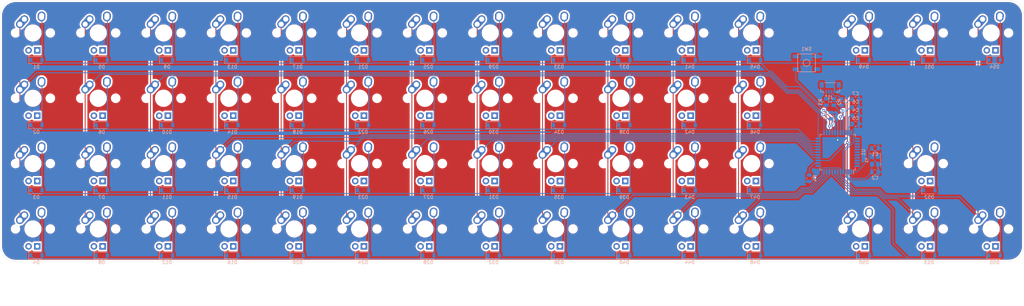
<source format=kicad_pcb>
(kicad_pcb (version 20171130) (host pcbnew "(5.1.6-0-10_14)")
  (layers (0 F.Cu signal) (31 B.Cu signal) (34 B.Paste user) (35 F.Paste user) (36 B.SilkS user) (37 F.SilkS user) (38 B.Mask user) (39 F.Mask user) (44 Edge.Cuts user hide))
  (net 0 "")
  (net 1 "Net-(C1-Pad1)")
  (net 2 GND)
  (net 3 "Net-(C2-Pad1)")
  (net 4 "Net-(C3-Pad2)")
  (net 5 "Net-(D1-Pad2)")
  (net 6 "Net-(D2-Pad2)")
  (net 7 "Net-(D3-Pad2)")
  (net 8 ROW2)
  (net 9 ROW3)
  (net 10 "Net-(D4-Pad2)")
  (net 11 "Net-(D5-Pad2)")
  (net 12 "Net-(D6-Pad2)")
  (net 13 "Net-(D7-Pad2)")
  (net 14 "Net-(D8-Pad2)")
  (net 15 "Net-(D9-Pad2)")
  (net 16 "Net-(D10-Pad2)")
  (net 17 "Net-(D11-Pad2)")
  (net 18 "Net-(D12-Pad2)")
  (net 19 "Net-(D13-Pad2)")
  (net 20 "Net-(D14-Pad2)")
  (net 21 "Net-(D15-Pad2)")
  (net 22 "Net-(D16-Pad2)")
  (net 23 "Net-(D17-Pad2)")
  (net 24 "Net-(D18-Pad2)")
  (net 25 "Net-(D19-Pad2)")
  (net 26 "Net-(D20-Pad2)")
  (net 27 "Net-(D21-Pad2)")
  (net 28 "Net-(D22-Pad2)")
  (net 29 "Net-(D23-Pad2)")
  (net 30 "Net-(D24-Pad2)")
  (net 31 "Net-(D25-Pad2)")
  (net 32 "Net-(D26-Pad2)")
  (net 33 "Net-(D27-Pad2)")
  (net 34 "Net-(D28-Pad2)")
  (net 35 "Net-(D29-Pad2)")
  (net 36 "Net-(D30-Pad2)")
  (net 37 "Net-(D31-Pad2)")
  (net 38 "Net-(D32-Pad2)")
  (net 39 "Net-(D33-Pad2)")
  (net 40 "Net-(D34-Pad2)")
  (net 41 "Net-(D35-Pad2)")
  (net 42 "Net-(D36-Pad2)")
  (net 43 "Net-(D37-Pad2)")
  (net 44 "Net-(D38-Pad2)")
  (net 45 "Net-(D39-Pad2)")
  (net 46 "Net-(D40-Pad2)")
  (net 47 "Net-(D41-Pad2)")
  (net 48 "Net-(D42-Pad2)")
  (net 49 "Net-(D43-Pad2)")
  (net 50 "Net-(D44-Pad2)")
  (net 51 "Net-(D45-Pad2)")
  (net 52 "Net-(D46-Pad2)")
  (net 53 "Net-(D47-Pad2)")
  (net 54 "Net-(D48-Pad2)")
  (net 55 "Net-(D49-Pad2)")
  (net 56 "Net-(D50-Pad2)")
  (net 57 "Net-(D51-Pad2)")
  (net 58 "Net-(D52-Pad2)")
  (net 59 "Net-(D53-Pad2)")
  (net 60 "Net-(D54-Pad2)")
  (net 61 "Net-(D55-Pad2)")
  (net 62 D-)
  (net 63 D+)
  (net 64 COL0)
  (net 65 COL1)
  (net 66 COL2)
  (net 67 COL3)
  (net 68 COL4)
  (net 69 COL5)
  (net 70 COL6)
  (net 71 COL7)
  (net 72 COL8)
  (net 73 COL9)
  (net 74 COL10)
  (net 75 COL11)
  (net 76 COL12)
  (net 77 COL13)
  (net 78 COL14)
  (net 79 "Net-(R1-Pad1)")
  (net 80 "Net-(R2-Pad1)")
  (net 81 "Net-(R3-Pad2)")
  (net 82 "Net-(R4-Pad2)")
  (net 83 ROW0)
  (net 84 ROW1)
  (net 85 "Net-(U1-Pad12)")
  (net 86 +5V)
  (module MX_Alps_Hybrid:MX-1U (layer F.Cu) (at 289.56 128.27)
    (fp_text reference MX55)
    (fp_text value MX-NoLED)
    (pad "" np_thru_hole circle (at 5.08 0 48.0996) (size 1.75 1.75) (drill 1.75) (layers *.Cu *.Mask))
    (pad "" np_thru_hole circle (at -5.08 0 48.0996) (size 1.75 1.75) (drill 1.75) (layers *.Cu *.Mask))
    (pad 4 thru_hole rect (at 1.27 5.08) (size 1.905 1.905) (drill 1.04) (layers *.Cu B.Mask))
    (pad 3 thru_hole circle (at -1.27 5.08) (size 1.905 1.905) (drill 1.04) (layers *.Cu B.Mask))
    (pad 1 thru_hole circle (at -2.5 -4) (size 2.25 2.25) (drill 1.47) (layers *.Cu B.Mask) (net 78 COL14))
    (pad "" np_thru_hole circle (at 0 0) (size 3.9878 3.9878) (drill 3.9878) (layers *.Cu *.Mask))
    (pad 1 thru_hole oval (at -3.81 -2.54 48.0996) (size 4.211556 2.25) (drill 1.47 (offset 0.980778 0)) (layers *.Cu B.Mask) (net 78 COL14))
    (pad 2 thru_hole circle (at 2.54 -5.08) (size 2.25 2.25) (drill 1.47) (layers *.Cu B.Mask) (net 61 "Net-(D55-Pad2)"))
    (pad 2 thru_hole oval (at 2.5 -4.5 86.0548) (size 2.831378 2.25) (drill 1.47 (offset 0.290689 0)) (layers *.Cu B.Mask) (net 61 "Net-(D55-Pad2)"))
  )
  (module MX_Alps_Hybrid:MX-1U (layer F.Cu) (at 181.61 128.27)
    (fp_text reference MX40)
    (fp_text value MX-NoLED)
    (pad "" np_thru_hole circle (at 5.08 0 48.0996) (size 1.75 1.75) (drill 1.75) (layers *.Cu *.Mask))
    (pad "" np_thru_hole circle (at -5.08 0 48.0996) (size 1.75 1.75) (drill 1.75) (layers *.Cu *.Mask))
    (pad 4 thru_hole rect (at 1.27 5.08) (size 1.905 1.905) (drill 1.04) (layers *.Cu B.Mask))
    (pad 3 thru_hole circle (at -1.27 5.08) (size 1.905 1.905) (drill 1.04) (layers *.Cu B.Mask))
    (pad 1 thru_hole circle (at -2.5 -4) (size 2.25 2.25) (drill 1.47) (layers *.Cu B.Mask) (net 73 COL9))
    (pad "" np_thru_hole circle (at 0 0) (size 3.9878 3.9878) (drill 3.9878) (layers *.Cu *.Mask))
    (pad 1 thru_hole oval (at -3.81 -2.54 48.0996) (size 4.211556 2.25) (drill 1.47 (offset 0.980778 0)) (layers *.Cu B.Mask) (net 73 COL9))
    (pad 2 thru_hole circle (at 2.54 -5.08) (size 2.25 2.25) (drill 1.47) (layers *.Cu B.Mask) (net 46 "Net-(D40-Pad2)"))
    (pad 2 thru_hole oval (at 2.5 -4.5 86.0548) (size 2.831378 2.25) (drill 1.47 (offset 0.290689 0)) (layers *.Cu B.Mask) (net 46 "Net-(D40-Pad2)"))
  )
  (module Capacitor_SMD:C_0805_2012Metric (layer B.Cu) (at 255.6891 104.7623)
    (fp_text reference C1 (at 0 1.65) (layer B.SilkS) (effects (justify mirror)))
    (fp_text value 22pF)
    (pad 1 smd roundrect (at -0.9375 0) (size 0.975 1.4) (layers B.Cu B.Paste B.Mask) (net 1 "Net-(C1-Pad1)"))
    (pad 2 smd roundrect (at 0.9375 0) (size 0.975 1.4) (layers B.Cu B.Paste B.Mask) (net 2 GND))
  )
  (module Capacitor_SMD:C_0805_2012Metric (layer B.Cu) (at 255.6891 111.7219)
    (fp_text reference C2 (at 0 1.65) (layer B.SilkS) (effects (justify mirror)))
    (fp_text value 22pF)
    (pad 2 smd roundrect (at 0.9375 0) (size 0.975 1.4) (layers B.Cu B.Paste B.Mask) (net 2 GND))
    (pad 1 smd roundrect (at -0.9375 0) (size 0.975 1.4) (layers B.Cu B.Paste B.Mask) (net 3 "Net-(C2-Pad1)"))
  )
  (module Capacitor_SMD:C_0805_2012Metric (layer B.Cu) (at 242.8875 95.25 270)
    (fp_text reference C3 (at 0 1.65 90) (layer B.SilkS) (effects (justify mirror)))
    (fp_text value 1uF)
    (pad 2 smd roundrect (at 0.9375 0 270) (size 0.975 1.4) (layers B.Cu B.Paste B.Mask) (net 4 "Net-(C3-Pad2)"))
    (pad 1 smd roundrect (at -0.9375 0 270) (size 0.975 1.4) (layers B.Cu B.Paste B.Mask) (net 2 GND))
  )
  (module Capacitor_SMD:C_0805_2012Metric (layer B.Cu) (at 250.03125 95.25 180)
    (fp_text reference C4 (at 0 1.65) (layer B.SilkS) (effects (justify mirror)))
    (fp_text value 0.1uF)
    (pad 2 smd roundrect (at 0.9375 0 180) (size 0.975 1.4) (layers B.Cu B.Paste B.Mask) (net 86 +5V))
    (pad 1 smd roundrect (at -0.9375 0 180) (size 0.975 1.4) (layers B.Cu B.Paste B.Mask) (net 2 GND))
  )
  (module Capacitor_SMD:C_0805_2012Metric (layer B.Cu) (at 250.03125 97.63125 180)
    (fp_text reference C5 (at 0 1.65) (layer B.SilkS) (effects (justify mirror)))
    (fp_text value 0.1uF)
    (pad 1 smd roundrect (at -0.9375 0 180) (size 0.975 1.4) (layers B.Cu B.Paste B.Mask) (net 2 GND))
    (pad 2 smd roundrect (at 0.9375 0 180) (size 0.975 1.4) (layers B.Cu B.Paste B.Mask) (net 86 +5V))
  )
  (module Capacitor_SMD:C_0805_2012Metric (layer B.Cu) (at 250.03125 92.86875 180)
    (fp_text reference C6 (at 0 1.65) (layer B.SilkS) (effects (justify mirror)))
    (fp_text value 0.1uF)
    (pad 1 smd roundrect (at -0.9375 0 180) (size 0.975 1.4) (layers B.Cu B.Paste B.Mask) (net 2 GND))
    (pad 2 smd roundrect (at 0.9375 0 180) (size 0.975 1.4) (layers B.Cu B.Paste B.Mask) (net 86 +5V))
  )
  (module Capacitor_SMD:C_0805_2012Metric (layer B.Cu) (at 250.03125 90.4875 180)
    (fp_text reference C7 (at 0 1.65) (layer B.SilkS) (effects (justify mirror)))
    (fp_text value 10uF)
    (pad 2 smd roundrect (at 0.9375 0 180) (size 0.975 1.4) (layers B.Cu B.Paste B.Mask) (net 86 +5V))
    (pad 1 smd roundrect (at -0.9375 0 180) (size 0.975 1.4) (layers B.Cu B.Paste B.Mask) (net 2 GND))
  )
  (module Diode_SMD:D_SOD-123 (layer B.Cu) (at 11.16 79)
    (fp_text reference D1 (at 0 2 180) (layer B.SilkS) (effects (justify mirror)))
    (fp_text value D_Small)
    (pad 1 smd rect (at -1.65 0) (size 0.9 1.2) (layers B.Cu B.Paste B.Mask) (net 83 ROW0))
    (pad 2 smd rect (at 1.65 0) (size 0.9 1.2) (layers B.Cu B.Paste B.Mask) (net 5 "Net-(D1-Pad2)"))
  )
  (module Diode_SMD:D_SOD-123 (layer B.Cu) (at 11.16 98)
    (fp_text reference D2 (at 0 2) (layer B.SilkS) (effects (justify mirror)))
    (fp_text value D_Small)
    (pad 2 smd rect (at 1.65 0) (size 0.9 1.2) (layers B.Cu B.Paste B.Mask) (net 6 "Net-(D2-Pad2)"))
    (pad 1 smd rect (at -1.65 0) (size 0.9 1.2) (layers B.Cu B.Paste B.Mask) (net 84 ROW1))
  )
  (module Diode_SMD:D_SOD-123 (layer B.Cu) (at 11.16 117)
    (fp_text reference D3 (at 0 2) (layer B.SilkS) (effects (justify mirror)))
    (fp_text value D_Small)
    (pad 2 smd rect (at 1.65 0) (size 0.9 1.2) (layers B.Cu B.Paste B.Mask) (net 7 "Net-(D3-Pad2)"))
    (pad 1 smd rect (at -1.65 0) (size 0.9 1.2) (layers B.Cu B.Paste B.Mask) (net 8 ROW2))
  )
  (module Diode_SMD:D_SOD-123 (layer B.Cu) (at 11.16 136)
    (fp_text reference D4 (at 0 2) (layer B.SilkS) (effects (justify mirror)))
    (fp_text value D_Small)
    (pad 1 smd rect (at -1.65 0) (size 0.9 1.2) (layers B.Cu B.Paste B.Mask) (net 9 ROW3))
    (pad 2 smd rect (at 1.65 0) (size 0.9 1.2) (layers B.Cu B.Paste B.Mask) (net 10 "Net-(D4-Pad2)"))
  )
  (module Diode_SMD:D_SOD-123 (layer B.Cu) (at 30.21 79)
    (fp_text reference D5 (at 0 2 180) (layer B.SilkS) (effects (justify mirror)))
    (fp_text value D_Small)
    (pad 1 smd rect (at -1.65 0) (size 0.9 1.2) (layers B.Cu B.Paste B.Mask) (net 83 ROW0))
    (pad 2 smd rect (at 1.65 0) (size 0.9 1.2) (layers B.Cu B.Paste B.Mask) (net 11 "Net-(D5-Pad2)"))
  )
  (module Diode_SMD:D_SOD-123 (layer B.Cu) (at 30.21 98)
    (fp_text reference D6 (at 0 2) (layer B.SilkS) (effects (justify mirror)))
    (fp_text value D_Small)
    (pad 2 smd rect (at 1.65 0) (size 0.9 1.2) (layers B.Cu B.Paste B.Mask) (net 12 "Net-(D6-Pad2)"))
    (pad 1 smd rect (at -1.65 0) (size 0.9 1.2) (layers B.Cu B.Paste B.Mask) (net 84 ROW1))
  )
  (module Diode_SMD:D_SOD-123 (layer B.Cu) (at 30.21 117)
    (fp_text reference D7 (at 0 2) (layer B.SilkS) (effects (justify mirror)))
    (fp_text value D_Small)
    (pad 2 smd rect (at 1.65 0) (size 0.9 1.2) (layers B.Cu B.Paste B.Mask) (net 13 "Net-(D7-Pad2)"))
    (pad 1 smd rect (at -1.65 0) (size 0.9 1.2) (layers B.Cu B.Paste B.Mask) (net 8 ROW2))
  )
  (module Diode_SMD:D_SOD-123 (layer B.Cu) (at 30.21 136)
    (fp_text reference D8 (at 0 2) (layer B.SilkS) (effects (justify mirror)))
    (fp_text value D_Small)
    (pad 1 smd rect (at -1.65 0) (size 0.9 1.2) (layers B.Cu B.Paste B.Mask) (net 9 ROW3))
    (pad 2 smd rect (at 1.65 0) (size 0.9 1.2) (layers B.Cu B.Paste B.Mask) (net 14 "Net-(D8-Pad2)"))
  )
  (module Diode_SMD:D_SOD-123 (layer B.Cu) (at 49.26 79)
    (fp_text reference D9 (at 0 2 180) (layer B.SilkS) (effects (justify mirror)))
    (fp_text value D_Small)
    (pad 1 smd rect (at -1.65 0) (size 0.9 1.2) (layers B.Cu B.Paste B.Mask) (net 83 ROW0))
    (pad 2 smd rect (at 1.65 0) (size 0.9 1.2) (layers B.Cu B.Paste B.Mask) (net 15 "Net-(D9-Pad2)"))
  )
  (module Diode_SMD:D_SOD-123 (layer B.Cu) (at 49.26 98)
    (fp_text reference D10 (at 0 2) (layer B.SilkS) (effects (justify mirror)))
    (fp_text value D_Small)
    (pad 2 smd rect (at 1.65 0) (size 0.9 1.2) (layers B.Cu B.Paste B.Mask) (net 16 "Net-(D10-Pad2)"))
    (pad 1 smd rect (at -1.65 0) (size 0.9 1.2) (layers B.Cu B.Paste B.Mask) (net 84 ROW1))
  )
  (module Diode_SMD:D_SOD-123 (layer B.Cu) (at 49.26 117)
    (fp_text reference D11 (at 0 2) (layer B.SilkS) (effects (justify mirror)))
    (fp_text value D_Small)
    (pad 2 smd rect (at 1.65 0) (size 0.9 1.2) (layers B.Cu B.Paste B.Mask) (net 17 "Net-(D11-Pad2)"))
    (pad 1 smd rect (at -1.65 0) (size 0.9 1.2) (layers B.Cu B.Paste B.Mask) (net 8 ROW2))
  )
  (module Diode_SMD:D_SOD-123 (layer B.Cu) (at 49.26 136)
    (fp_text reference D12 (at 0 2) (layer B.SilkS) (effects (justify mirror)))
    (fp_text value D_Small)
    (pad 1 smd rect (at -1.65 0) (size 0.9 1.2) (layers B.Cu B.Paste B.Mask) (net 9 ROW3))
    (pad 2 smd rect (at 1.65 0) (size 0.9 1.2) (layers B.Cu B.Paste B.Mask) (net 18 "Net-(D12-Pad2)"))
  )
  (module Diode_SMD:D_SOD-123 (layer B.Cu) (at 68.31 79)
    (fp_text reference D13 (at 0 2) (layer B.SilkS) (effects (justify mirror)))
    (fp_text value D_Small)
    (pad 2 smd rect (at 1.65 0) (size 0.9 1.2) (layers B.Cu B.Paste B.Mask) (net 19 "Net-(D13-Pad2)"))
    (pad 1 smd rect (at -1.65 0) (size 0.9 1.2) (layers B.Cu B.Paste B.Mask) (net 83 ROW0))
  )
  (module Diode_SMD:D_SOD-123 (layer B.Cu) (at 68.31 98)
    (fp_text reference D14 (at 0 2) (layer B.SilkS) (effects (justify mirror)))
    (fp_text value D_Small)
    (pad 2 smd rect (at 1.65 0) (size 0.9 1.2) (layers B.Cu B.Paste B.Mask) (net 20 "Net-(D14-Pad2)"))
    (pad 1 smd rect (at -1.65 0) (size 0.9 1.2) (layers B.Cu B.Paste B.Mask) (net 84 ROW1))
  )
  (module Diode_SMD:D_SOD-123 (layer B.Cu) (at 68.31 117)
    (fp_text reference D15 (at 0 2) (layer B.SilkS) (effects (justify mirror)))
    (fp_text value D_Small)
    (pad 2 smd rect (at 1.65 0) (size 0.9 1.2) (layers B.Cu B.Paste B.Mask) (net 21 "Net-(D15-Pad2)"))
    (pad 1 smd rect (at -1.65 0) (size 0.9 1.2) (layers B.Cu B.Paste B.Mask) (net 8 ROW2))
  )
  (module Diode_SMD:D_SOD-123 (layer B.Cu) (at 68.31 136)
    (fp_text reference D16 (at 0 2) (layer B.SilkS) (effects (justify mirror)))
    (fp_text value D_Small)
    (pad 1 smd rect (at -1.65 0) (size 0.9 1.2) (layers B.Cu B.Paste B.Mask) (net 9 ROW3))
    (pad 2 smd rect (at 1.65 0) (size 0.9 1.2) (layers B.Cu B.Paste B.Mask) (net 22 "Net-(D16-Pad2)"))
  )
  (module Diode_SMD:D_SOD-123 (layer B.Cu) (at 87.36 79)
    (fp_text reference D17 (at 0 2) (layer B.SilkS) (effects (justify mirror)))
    (fp_text value D_Small)
    (pad 2 smd rect (at 1.65 0) (size 0.9 1.2) (layers B.Cu B.Paste B.Mask) (net 23 "Net-(D17-Pad2)"))
    (pad 1 smd rect (at -1.65 0) (size 0.9 1.2) (layers B.Cu B.Paste B.Mask) (net 83 ROW0))
  )
  (module Diode_SMD:D_SOD-123 (layer B.Cu) (at 87.36 98)
    (fp_text reference D18 (at 0 2) (layer B.SilkS) (effects (justify mirror)))
    (fp_text value D_Small)
    (pad 2 smd rect (at 1.65 0) (size 0.9 1.2) (layers B.Cu B.Paste B.Mask) (net 24 "Net-(D18-Pad2)"))
    (pad 1 smd rect (at -1.65 0) (size 0.9 1.2) (layers B.Cu B.Paste B.Mask) (net 84 ROW1))
  )
  (module Diode_SMD:D_SOD-123 (layer B.Cu) (at 87.36 117)
    (fp_text reference D19 (at 0 2) (layer B.SilkS) (effects (justify mirror)))
    (fp_text value D_Small)
    (pad 2 smd rect (at 1.65 0) (size 0.9 1.2) (layers B.Cu B.Paste B.Mask) (net 25 "Net-(D19-Pad2)"))
    (pad 1 smd rect (at -1.65 0) (size 0.9 1.2) (layers B.Cu B.Paste B.Mask) (net 8 ROW2))
  )
  (module Diode_SMD:D_SOD-123 (layer B.Cu) (at 87.36 136)
    (fp_text reference D20 (at 0 2) (layer B.SilkS) (effects (justify mirror)))
    (fp_text value D_Small)
    (pad 1 smd rect (at -1.65 0) (size 0.9 1.2) (layers B.Cu B.Paste B.Mask) (net 9 ROW3))
    (pad 2 smd rect (at 1.65 0) (size 0.9 1.2) (layers B.Cu B.Paste B.Mask) (net 26 "Net-(D20-Pad2)"))
  )
  (module Diode_SMD:D_SOD-123 (layer B.Cu) (at 106.41 79)
    (fp_text reference D21 (at 0 2) (layer B.SilkS) (effects (justify mirror)))
    (fp_text value D_Small)
    (pad 2 smd rect (at 1.65 0) (size 0.9 1.2) (layers B.Cu B.Paste B.Mask) (net 27 "Net-(D21-Pad2)"))
    (pad 1 smd rect (at -1.65 0) (size 0.9 1.2) (layers B.Cu B.Paste B.Mask) (net 83 ROW0))
  )
  (module Diode_SMD:D_SOD-123 (layer B.Cu) (at 106.41 98)
    (fp_text reference D22 (at 0 2) (layer B.SilkS) (effects (justify mirror)))
    (fp_text value D_Small)
    (pad 2 smd rect (at 1.65 0) (size 0.9 1.2) (layers B.Cu B.Paste B.Mask) (net 28 "Net-(D22-Pad2)"))
    (pad 1 smd rect (at -1.65 0) (size 0.9 1.2) (layers B.Cu B.Paste B.Mask) (net 84 ROW1))
  )
  (module Diode_SMD:D_SOD-123 (layer B.Cu) (at 106.41 117)
    (fp_text reference D23 (at 0 2) (layer B.SilkS) (effects (justify mirror)))
    (fp_text value D_Small)
    (pad 2 smd rect (at 1.65 0) (size 0.9 1.2) (layers B.Cu B.Paste B.Mask) (net 29 "Net-(D23-Pad2)"))
    (pad 1 smd rect (at -1.65 0) (size 0.9 1.2) (layers B.Cu B.Paste B.Mask) (net 8 ROW2))
  )
  (module Diode_SMD:D_SOD-123 (layer B.Cu) (at 106.41 136)
    (fp_text reference D24 (at 0 2 180) (layer B.SilkS) (effects (justify mirror)))
    (fp_text value D_Small)
    (pad 1 smd rect (at -1.65 0) (size 0.9 1.2) (layers B.Cu B.Paste B.Mask) (net 9 ROW3))
    (pad 2 smd rect (at 1.65 0) (size 0.9 1.2) (layers B.Cu B.Paste B.Mask) (net 30 "Net-(D24-Pad2)"))
  )
  (module Diode_SMD:D_SOD-123 (layer B.Cu) (at 125.46 79)
    (fp_text reference D25 (at 0 2) (layer B.SilkS) (effects (justify mirror)))
    (fp_text value D_Small)
    (pad 2 smd rect (at 1.65 0) (size 0.9 1.2) (layers B.Cu B.Paste B.Mask) (net 31 "Net-(D25-Pad2)"))
    (pad 1 smd rect (at -1.65 0) (size 0.9 1.2) (layers B.Cu B.Paste B.Mask) (net 83 ROW0))
  )
  (module Diode_SMD:D_SOD-123 (layer B.Cu) (at 125.46 98)
    (fp_text reference D26 (at 0 2) (layer B.SilkS) (effects (justify mirror)))
    (fp_text value D_Small)
    (pad 2 smd rect (at 1.65 0) (size 0.9 1.2) (layers B.Cu B.Paste B.Mask) (net 32 "Net-(D26-Pad2)"))
    (pad 1 smd rect (at -1.65 0) (size 0.9 1.2) (layers B.Cu B.Paste B.Mask) (net 84 ROW1))
  )
  (module Diode_SMD:D_SOD-123 (layer B.Cu) (at 125.46 117)
    (fp_text reference D27 (at 0 2) (layer B.SilkS) (effects (justify mirror)))
    (fp_text value D_Small)
    (pad 2 smd rect (at 1.65 0) (size 0.9 1.2) (layers B.Cu B.Paste B.Mask) (net 33 "Net-(D27-Pad2)"))
    (pad 1 smd rect (at -1.65 0) (size 0.9 1.2) (layers B.Cu B.Paste B.Mask) (net 8 ROW2))
  )
  (module Diode_SMD:D_SOD-123 (layer B.Cu) (at 125.46 136)
    (fp_text reference D28 (at 0 2 180) (layer B.SilkS) (effects (justify mirror)))
    (fp_text value D_Small)
    (pad 1 smd rect (at -1.65 0) (size 0.9 1.2) (layers B.Cu B.Paste B.Mask) (net 9 ROW3))
    (pad 2 smd rect (at 1.65 0) (size 0.9 1.2) (layers B.Cu B.Paste B.Mask) (net 34 "Net-(D28-Pad2)"))
  )
  (module Diode_SMD:D_SOD-123 (layer B.Cu) (at 144.51 79)
    (fp_text reference D29 (at 0 2) (layer B.SilkS) (effects (justify mirror)))
    (fp_text value D_Small)
    (pad 1 smd rect (at -1.65 0) (size 0.9 1.2) (layers B.Cu B.Paste B.Mask) (net 83 ROW0))
    (pad 2 smd rect (at 1.65 0) (size 0.9 1.2) (layers B.Cu B.Paste B.Mask) (net 35 "Net-(D29-Pad2)"))
  )
  (module Diode_SMD:D_SOD-123 (layer B.Cu) (at 144.51 98)
    (fp_text reference D30 (at 0 2) (layer B.SilkS) (effects (justify mirror)))
    (fp_text value D_Small)
    (pad 2 smd rect (at 1.65 0) (size 0.9 1.2) (layers B.Cu B.Paste B.Mask) (net 36 "Net-(D30-Pad2)"))
    (pad 1 smd rect (at -1.65 0) (size 0.9 1.2) (layers B.Cu B.Paste B.Mask) (net 84 ROW1))
  )
  (module Diode_SMD:D_SOD-123 (layer B.Cu) (at 144.51 117)
    (fp_text reference D31 (at 0 2) (layer B.SilkS) (effects (justify mirror)))
    (fp_text value D_Small)
    (pad 1 smd rect (at -1.65 0) (size 0.9 1.2) (layers B.Cu B.Paste B.Mask) (net 8 ROW2))
    (pad 2 smd rect (at 1.65 0) (size 0.9 1.2) (layers B.Cu B.Paste B.Mask) (net 37 "Net-(D31-Pad2)"))
  )
  (module Diode_SMD:D_SOD-123 (layer B.Cu) (at 144.51 136)
    (fp_text reference D32 (at 0 2 180) (layer B.SilkS) (effects (justify mirror)))
    (fp_text value D_Small)
    (pad 1 smd rect (at -1.65 0) (size 0.9 1.2) (layers B.Cu B.Paste B.Mask) (net 9 ROW3))
    (pad 2 smd rect (at 1.65 0) (size 0.9 1.2) (layers B.Cu B.Paste B.Mask) (net 38 "Net-(D32-Pad2)"))
  )
  (module Diode_SMD:D_SOD-123 (layer B.Cu) (at 163.56 79)
    (fp_text reference D33 (at 0 2) (layer B.SilkS) (effects (justify mirror)))
    (fp_text value D_Small)
    (pad 2 smd rect (at 1.65 0) (size 0.9 1.2) (layers B.Cu B.Paste B.Mask) (net 39 "Net-(D33-Pad2)"))
    (pad 1 smd rect (at -1.65 0) (size 0.9 1.2) (layers B.Cu B.Paste B.Mask) (net 83 ROW0))
  )
  (module Diode_SMD:D_SOD-123 (layer B.Cu) (at 163.56 98)
    (fp_text reference D34 (at 0 2) (layer B.SilkS) (effects (justify mirror)))
    (fp_text value D_Small)
    (pad 2 smd rect (at 1.65 0) (size 0.9 1.2) (layers B.Cu B.Paste B.Mask) (net 40 "Net-(D34-Pad2)"))
    (pad 1 smd rect (at -1.65 0) (size 0.9 1.2) (layers B.Cu B.Paste B.Mask) (net 84 ROW1))
  )
  (module Diode_SMD:D_SOD-123 (layer B.Cu) (at 163.56 117)
    (fp_text reference D35 (at 0 2) (layer B.SilkS) (effects (justify mirror)))
    (fp_text value D_Small)
    (pad 2 smd rect (at 1.65 0) (size 0.9 1.2) (layers B.Cu B.Paste B.Mask) (net 41 "Net-(D35-Pad2)"))
    (pad 1 smd rect (at -1.65 0) (size 0.9 1.2) (layers B.Cu B.Paste B.Mask) (net 8 ROW2))
  )
  (module Diode_SMD:D_SOD-123 (layer B.Cu) (at 163.56 136)
    (fp_text reference D36 (at 0 2 180) (layer B.SilkS) (effects (justify mirror)))
    (fp_text value D_Small)
    (pad 1 smd rect (at -1.65 0) (size 0.9 1.2) (layers B.Cu B.Paste B.Mask) (net 9 ROW3))
    (pad 2 smd rect (at 1.65 0) (size 0.9 1.2) (layers B.Cu B.Paste B.Mask) (net 42 "Net-(D36-Pad2)"))
  )
  (module Diode_SMD:D_SOD-123 (layer B.Cu) (at 182.61 79)
    (fp_text reference D37 (at 0 2) (layer B.SilkS) (effects (justify mirror)))
    (fp_text value D_Small)
    (pad 1 smd rect (at -1.65 0) (size 0.9 1.2) (layers B.Cu B.Paste B.Mask) (net 83 ROW0))
    (pad 2 smd rect (at 1.65 0) (size 0.9 1.2) (layers B.Cu B.Paste B.Mask) (net 43 "Net-(D37-Pad2)"))
  )
  (module Diode_SMD:D_SOD-123 (layer B.Cu) (at 182.61 98)
    (fp_text reference D38 (at 0 2) (layer B.SilkS) (effects (justify mirror)))
    (fp_text value D_Small)
    (pad 2 smd rect (at 1.65 0) (size 0.9 1.2) (layers B.Cu B.Paste B.Mask) (net 44 "Net-(D38-Pad2)"))
    (pad 1 smd rect (at -1.65 0) (size 0.9 1.2) (layers B.Cu B.Paste B.Mask) (net 84 ROW1))
  )
  (module Diode_SMD:D_SOD-123 (layer B.Cu) (at 182.61 117)
    (fp_text reference D39 (at 0 2) (layer B.SilkS) (effects (justify mirror)))
    (fp_text value D_Small)
    (pad 1 smd rect (at -1.65 0) (size 0.9 1.2) (layers B.Cu B.Paste B.Mask) (net 8 ROW2))
    (pad 2 smd rect (at 1.65 0) (size 0.9 1.2) (layers B.Cu B.Paste B.Mask) (net 45 "Net-(D39-Pad2)"))
  )
  (module Diode_SMD:D_SOD-123 (layer B.Cu) (at 182.61 136)
    (fp_text reference D40 (at 0 2 180) (layer B.SilkS) (effects (justify mirror)))
    (fp_text value D_Small)
    (pad 1 smd rect (at -1.65 0) (size 0.9 1.2) (layers B.Cu B.Paste B.Mask) (net 9 ROW3))
    (pad 2 smd rect (at 1.65 0) (size 0.9 1.2) (layers B.Cu B.Paste B.Mask) (net 46 "Net-(D40-Pad2)"))
  )
  (module Diode_SMD:D_SOD-123 (layer B.Cu) (at 201.66 79)
    (fp_text reference D41 (at 0 2) (layer B.SilkS) (effects (justify mirror)))
    (fp_text value D_Small)
    (pad 2 smd rect (at 1.65 0) (size 0.9 1.2) (layers B.Cu B.Paste B.Mask) (net 47 "Net-(D41-Pad2)"))
    (pad 1 smd rect (at -1.65 0) (size 0.9 1.2) (layers B.Cu B.Paste B.Mask) (net 83 ROW0))
  )
  (module Diode_SMD:D_SOD-123 (layer B.Cu) (at 201.66 98)
    (fp_text reference D42 (at 0 2) (layer B.SilkS) (effects (justify mirror)))
    (fp_text value D_Small)
    (pad 2 smd rect (at 1.65 0) (size 0.9 1.2) (layers B.Cu B.Paste B.Mask) (net 48 "Net-(D42-Pad2)"))
    (pad 1 smd rect (at -1.65 0) (size 0.9 1.2) (layers B.Cu B.Paste B.Mask) (net 84 ROW1))
  )
  (module Diode_SMD:D_SOD-123 (layer B.Cu) (at 201.66 117)
    (fp_text reference D43 (at 0 2) (layer B.SilkS) (effects (justify mirror)))
    (fp_text value D_Small)
    (pad 1 smd rect (at -1.65 0) (size 0.9 1.2) (layers B.Cu B.Paste B.Mask) (net 8 ROW2))
    (pad 2 smd rect (at 1.65 0) (size 0.9 1.2) (layers B.Cu B.Paste B.Mask) (net 49 "Net-(D43-Pad2)"))
  )
  (module Diode_SMD:D_SOD-123 (layer B.Cu) (at 201.66 136)
    (fp_text reference D44 (at 0 2 180) (layer B.SilkS) (effects (justify mirror)))
    (fp_text value D_Small)
    (pad 1 smd rect (at -1.65 0) (size 0.9 1.2) (layers B.Cu B.Paste B.Mask) (net 9 ROW3))
    (pad 2 smd rect (at 1.65 0) (size 0.9 1.2) (layers B.Cu B.Paste B.Mask) (net 50 "Net-(D44-Pad2)"))
  )
  (module Diode_SMD:D_SOD-123 (layer B.Cu) (at 220.71 79)
    (fp_text reference D45 (at 0 2 180) (layer B.SilkS) (effects (justify mirror)))
    (fp_text value D_Small)
    (pad 2 smd rect (at 1.65 0) (size 0.9 1.2) (layers B.Cu B.Paste B.Mask) (net 51 "Net-(D45-Pad2)"))
    (pad 1 smd rect (at -1.65 0) (size 0.9 1.2) (layers B.Cu B.Paste B.Mask) (net 83 ROW0))
  )
  (module Diode_SMD:D_SOD-123 (layer B.Cu) (at 220.71 98)
    (fp_text reference D46 (at 0 2 180) (layer B.SilkS) (effects (justify mirror)))
    (fp_text value D_Small)
    (pad 2 smd rect (at 1.65 0) (size 0.9 1.2) (layers B.Cu B.Paste B.Mask) (net 52 "Net-(D46-Pad2)"))
    (pad 1 smd rect (at -1.65 0) (size 0.9 1.2) (layers B.Cu B.Paste B.Mask) (net 84 ROW1))
  )
  (module Diode_SMD:D_SOD-123 (layer B.Cu) (at 220.71 117)
    (fp_text reference D47 (at 0 2) (layer B.SilkS) (effects (justify mirror)))
    (fp_text value D_Small)
    (pad 1 smd rect (at -1.65 0) (size 0.9 1.2) (layers B.Cu B.Paste B.Mask) (net 8 ROW2))
    (pad 2 smd rect (at 1.65 0) (size 0.9 1.2) (layers B.Cu B.Paste B.Mask) (net 53 "Net-(D47-Pad2)"))
  )
  (module Diode_SMD:D_SOD-123 (layer B.Cu) (at 220.71 136)
    (fp_text reference D48 (at 0 2 180) (layer B.SilkS) (effects (justify mirror)))
    (fp_text value D_Small)
    (pad 1 smd rect (at -1.65 0) (size 0.9 1.2) (layers B.Cu B.Paste B.Mask) (net 9 ROW3))
    (pad 2 smd rect (at 1.65 0) (size 0.9 1.2) (layers B.Cu B.Paste B.Mask) (net 54 "Net-(D48-Pad2)"))
  )
  (module Diode_SMD:D_SOD-123 (layer B.Cu) (at 252.46 79)
    (fp_text reference D49 (at 0 2 180) (layer B.SilkS) (effects (justify mirror)))
    (fp_text value D_Small)
    (pad 1 smd rect (at -1.65 0) (size 0.9 1.2) (layers B.Cu B.Paste B.Mask) (net 83 ROW0))
    (pad 2 smd rect (at 1.65 0) (size 0.9 1.2) (layers B.Cu B.Paste B.Mask) (net 55 "Net-(D49-Pad2)"))
  )
  (module Diode_SMD:D_SOD-123 (layer B.Cu) (at 252.46 136)
    (fp_text reference D50 (at 0 2 180) (layer B.SilkS) (effects (justify mirror)))
    (fp_text value D_Small)
    (pad 1 smd rect (at -1.65 0) (size 0.9 1.2) (layers B.Cu B.Paste B.Mask) (net 9 ROW3))
    (pad 2 smd rect (at 1.65 0) (size 0.9 1.2) (layers B.Cu B.Paste B.Mask) (net 56 "Net-(D50-Pad2)"))
  )
  (module Diode_SMD:D_SOD-123 (layer B.Cu) (at 271.51 79)
    (fp_text reference D51 (at 0 2 -180) (layer B.SilkS) (effects (justify mirror)))
    (fp_text value D_Small)
    (pad 1 smd rect (at -1.65 0) (size 0.9 1.2) (layers B.Cu B.Paste B.Mask) (net 83 ROW0))
    (pad 2 smd rect (at 1.65 0) (size 0.9 1.2) (layers B.Cu B.Paste B.Mask) (net 57 "Net-(D51-Pad2)"))
  )
  (module Diode_SMD:D_SOD-123 (layer B.Cu) (at 271.51 117)
    (fp_text reference D52 (at 0 2 180) (layer B.SilkS) (effects (justify mirror)))
    (fp_text value D_Small)
    (pad 1 smd rect (at -1.65 0) (size 0.9 1.2) (layers B.Cu B.Paste B.Mask) (net 8 ROW2))
    (pad 2 smd rect (at 1.65 0) (size 0.9 1.2) (layers B.Cu B.Paste B.Mask) (net 58 "Net-(D52-Pad2)"))
  )
  (module Diode_SMD:D_SOD-123 (layer B.Cu) (at 271.51 136)
    (fp_text reference D53 (at 0 2 180) (layer B.SilkS) (effects (justify mirror)))
    (fp_text value D_Small)
    (pad 1 smd rect (at -1.65 0) (size 0.9 1.2) (layers B.Cu B.Paste B.Mask) (net 9 ROW3))
    (pad 2 smd rect (at 1.65 0) (size 0.9 1.2) (layers B.Cu B.Paste B.Mask) (net 59 "Net-(D53-Pad2)"))
  )
  (module Diode_SMD:D_SOD-123 (layer B.Cu) (at 290.56 79)
    (fp_text reference D54 (at 0 2 -180) (layer B.SilkS) (effects (justify mirror)))
    (fp_text value D_Small)
    (pad 1 smd rect (at -1.65 0) (size 0.9 1.2) (layers B.Cu B.Paste B.Mask) (net 83 ROW0))
    (pad 2 smd rect (at 1.65 0) (size 0.9 1.2) (layers B.Cu B.Paste B.Mask) (net 60 "Net-(D54-Pad2)"))
  )
  (module Diode_SMD:D_SOD-123 (layer B.Cu) (at 290.56 136)
    (fp_text reference D55 (at 0 2 180) (layer B.SilkS) (effects (justify mirror)))
    (fp_text value D_Small)
    (pad 1 smd rect (at -1.65 0) (size 0.9 1.2) (layers B.Cu B.Paste B.Mask) (net 9 ROW3))
    (pad 2 smd rect (at 1.65 0) (size 0.9 1.2) (layers B.Cu B.Paste B.Mask) (net 61 "Net-(D55-Pad2)"))
  )
  (module MX_Alps_Hybrid:MX-1U (layer F.Cu) (at 10.16 71.12)
    (fp_text reference MX1)
    (fp_text value MX-NoLED)
    (pad 2 thru_hole oval (at 2.5 -4.5 86.0548) (size 2.831378 2.25) (drill 1.47 (offset 0.290689 0)) (layers *.Cu B.Mask) (net 5 "Net-(D1-Pad2)"))
    (pad 2 thru_hole circle (at 2.54 -5.08) (size 2.25 2.25) (drill 1.47) (layers *.Cu B.Mask) (net 5 "Net-(D1-Pad2)"))
    (pad 1 thru_hole oval (at -3.81 -2.54 48.0996) (size 4.211556 2.25) (drill 1.47 (offset 0.980778 0)) (layers *.Cu B.Mask) (net 64 COL0))
    (pad "" np_thru_hole circle (at 0 0) (size 3.9878 3.9878) (drill 3.9878) (layers *.Cu *.Mask))
    (pad 1 thru_hole circle (at -2.5 -4) (size 2.25 2.25) (drill 1.47) (layers *.Cu B.Mask) (net 64 COL0))
    (pad 3 thru_hole circle (at -1.27 5.08) (size 1.905 1.905) (drill 1.04) (layers *.Cu B.Mask))
    (pad 4 thru_hole rect (at 1.27 5.08) (size 1.905 1.905) (drill 1.04) (layers *.Cu B.Mask))
    (pad "" np_thru_hole circle (at -5.08 0 48.0996) (size 1.75 1.75) (drill 1.75) (layers *.Cu *.Mask))
    (pad "" np_thru_hole circle (at 5.08 0 48.0996) (size 1.75 1.75) (drill 1.75) (layers *.Cu *.Mask))
  )
  (module MX_Alps_Hybrid:MX-1U (layer F.Cu) (at 10.16 90.17)
    (fp_text reference MX2)
    (fp_text value MX-NoLED)
    (pad 2 thru_hole oval (at 2.5 -4.5 86.0548) (size 2.831378 2.25) (drill 1.47 (offset 0.290689 0)) (layers *.Cu B.Mask) (net 6 "Net-(D2-Pad2)"))
    (pad 2 thru_hole circle (at 2.54 -5.08) (size 2.25 2.25) (drill 1.47) (layers *.Cu B.Mask) (net 6 "Net-(D2-Pad2)"))
    (pad 1 thru_hole oval (at -3.81 -2.54 48.0996) (size 4.211556 2.25) (drill 1.47 (offset 0.980778 0)) (layers *.Cu B.Mask) (net 64 COL0))
    (pad "" np_thru_hole circle (at 0 0) (size 3.9878 3.9878) (drill 3.9878) (layers *.Cu *.Mask))
    (pad 1 thru_hole circle (at -2.5 -4) (size 2.25 2.25) (drill 1.47) (layers *.Cu B.Mask) (net 64 COL0))
    (pad 3 thru_hole circle (at -1.27 5.08) (size 1.905 1.905) (drill 1.04) (layers *.Cu B.Mask))
    (pad 4 thru_hole rect (at 1.27 5.08) (size 1.905 1.905) (drill 1.04) (layers *.Cu B.Mask))
    (pad "" np_thru_hole circle (at -5.08 0 48.0996) (size 1.75 1.75) (drill 1.75) (layers *.Cu *.Mask))
    (pad "" np_thru_hole circle (at 5.08 0 48.0996) (size 1.75 1.75) (drill 1.75) (layers *.Cu *.Mask))
  )
  (module MX_Alps_Hybrid:MX-1U (layer F.Cu) (at 10.16 109.22)
    (fp_text reference MX3)
    (fp_text value MX-NoLED)
    (pad 2 thru_hole oval (at 2.5 -4.5 86.0548) (size 2.831378 2.25) (drill 1.47 (offset 0.290689 0)) (layers *.Cu B.Mask) (net 7 "Net-(D3-Pad2)"))
    (pad 2 thru_hole circle (at 2.54 -5.08) (size 2.25 2.25) (drill 1.47) (layers *.Cu B.Mask) (net 7 "Net-(D3-Pad2)"))
    (pad 1 thru_hole oval (at -3.81 -2.54 48.0996) (size 4.211556 2.25) (drill 1.47 (offset 0.980778 0)) (layers *.Cu B.Mask) (net 64 COL0))
    (pad "" np_thru_hole circle (at 0 0) (size 3.9878 3.9878) (drill 3.9878) (layers *.Cu *.Mask))
    (pad 1 thru_hole circle (at -2.5 -4) (size 2.25 2.25) (drill 1.47) (layers *.Cu B.Mask) (net 64 COL0))
    (pad 3 thru_hole circle (at -1.27 5.08) (size 1.905 1.905) (drill 1.04) (layers *.Cu B.Mask))
    (pad 4 thru_hole rect (at 1.27 5.08) (size 1.905 1.905) (drill 1.04) (layers *.Cu B.Mask))
    (pad "" np_thru_hole circle (at -5.08 0 48.0996) (size 1.75 1.75) (drill 1.75) (layers *.Cu *.Mask))
    (pad "" np_thru_hole circle (at 5.08 0 48.0996) (size 1.75 1.75) (drill 1.75) (layers *.Cu *.Mask))
  )
  (module MX_Alps_Hybrid:MX-1U (layer F.Cu) (at 10.16 128.27)
    (fp_text reference MX4)
    (fp_text value MX-NoLED)
    (pad "" np_thru_hole circle (at 5.08 0 48.0996) (size 1.75 1.75) (drill 1.75) (layers *.Cu *.Mask))
    (pad "" np_thru_hole circle (at -5.08 0 48.0996) (size 1.75 1.75) (drill 1.75) (layers *.Cu *.Mask))
    (pad 4 thru_hole rect (at 1.27 5.08) (size 1.905 1.905) (drill 1.04) (layers *.Cu B.Mask))
    (pad 3 thru_hole circle (at -1.27 5.08) (size 1.905 1.905) (drill 1.04) (layers *.Cu B.Mask))
    (pad 1 thru_hole circle (at -2.5 -4) (size 2.25 2.25) (drill 1.47) (layers *.Cu B.Mask) (net 64 COL0))
    (pad "" np_thru_hole circle (at 0 0) (size 3.9878 3.9878) (drill 3.9878) (layers *.Cu *.Mask))
    (pad 1 thru_hole oval (at -3.81 -2.54 48.0996) (size 4.211556 2.25) (drill 1.47 (offset 0.980778 0)) (layers *.Cu B.Mask) (net 64 COL0))
    (pad 2 thru_hole circle (at 2.54 -5.08) (size 2.25 2.25) (drill 1.47) (layers *.Cu B.Mask) (net 10 "Net-(D4-Pad2)"))
    (pad 2 thru_hole oval (at 2.5 -4.5 86.0548) (size 2.831378 2.25) (drill 1.47 (offset 0.290689 0)) (layers *.Cu B.Mask) (net 10 "Net-(D4-Pad2)"))
  )
  (module MX_Alps_Hybrid:MX-1U (layer F.Cu) (at 29.21 71.12)
    (fp_text reference MX5)
    (fp_text value MX-NoLED)
    (pad "" np_thru_hole circle (at 5.08 0 48.0996) (size 1.75 1.75) (drill 1.75) (layers *.Cu *.Mask))
    (pad "" np_thru_hole circle (at -5.08 0 48.0996) (size 1.75 1.75) (drill 1.75) (layers *.Cu *.Mask))
    (pad 4 thru_hole rect (at 1.27 5.08) (size 1.905 1.905) (drill 1.04) (layers *.Cu B.Mask))
    (pad 3 thru_hole circle (at -1.27 5.08) (size 1.905 1.905) (drill 1.04) (layers *.Cu B.Mask))
    (pad 1 thru_hole circle (at -2.5 -4) (size 2.25 2.25) (drill 1.47) (layers *.Cu B.Mask) (net 65 COL1))
    (pad "" np_thru_hole circle (at 0 0) (size 3.9878 3.9878) (drill 3.9878) (layers *.Cu *.Mask))
    (pad 1 thru_hole oval (at -3.81 -2.54 48.0996) (size 4.211556 2.25) (drill 1.47 (offset 0.980778 0)) (layers *.Cu B.Mask) (net 65 COL1))
    (pad 2 thru_hole circle (at 2.54 -5.08) (size 2.25 2.25) (drill 1.47) (layers *.Cu B.Mask) (net 11 "Net-(D5-Pad2)"))
    (pad 2 thru_hole oval (at 2.5 -4.5 86.0548) (size 2.831378 2.25) (drill 1.47 (offset 0.290689 0)) (layers *.Cu B.Mask) (net 11 "Net-(D5-Pad2)"))
  )
  (module MX_Alps_Hybrid:MX-1U (layer F.Cu) (at 29.21 90.17)
    (fp_text reference MX6)
    (fp_text value MX-NoLED)
    (pad 2 thru_hole oval (at 2.5 -4.5 86.0548) (size 2.831378 2.25) (drill 1.47 (offset 0.290689 0)) (layers *.Cu B.Mask) (net 12 "Net-(D6-Pad2)"))
    (pad 2 thru_hole circle (at 2.54 -5.08) (size 2.25 2.25) (drill 1.47) (layers *.Cu B.Mask) (net 12 "Net-(D6-Pad2)"))
    (pad 1 thru_hole oval (at -3.81 -2.54 48.0996) (size 4.211556 2.25) (drill 1.47 (offset 0.980778 0)) (layers *.Cu B.Mask) (net 65 COL1))
    (pad "" np_thru_hole circle (at 0 0) (size 3.9878 3.9878) (drill 3.9878) (layers *.Cu *.Mask))
    (pad 1 thru_hole circle (at -2.5 -4) (size 2.25 2.25) (drill 1.47) (layers *.Cu B.Mask) (net 65 COL1))
    (pad 3 thru_hole circle (at -1.27 5.08) (size 1.905 1.905) (drill 1.04) (layers *.Cu B.Mask))
    (pad 4 thru_hole rect (at 1.27 5.08) (size 1.905 1.905) (drill 1.04) (layers *.Cu B.Mask))
    (pad "" np_thru_hole circle (at -5.08 0 48.0996) (size 1.75 1.75) (drill 1.75) (layers *.Cu *.Mask))
    (pad "" np_thru_hole circle (at 5.08 0 48.0996) (size 1.75 1.75) (drill 1.75) (layers *.Cu *.Mask))
  )
  (module MX_Alps_Hybrid:MX-1U (layer F.Cu) (at 29.21 109.22)
    (fp_text reference MX7)
    (fp_text value MX-NoLED)
    (pad 2 thru_hole oval (at 2.5 -4.5 86.0548) (size 2.831378 2.25) (drill 1.47 (offset 0.290689 0)) (layers *.Cu B.Mask) (net 13 "Net-(D7-Pad2)"))
    (pad 2 thru_hole circle (at 2.54 -5.08) (size 2.25 2.25) (drill 1.47) (layers *.Cu B.Mask) (net 13 "Net-(D7-Pad2)"))
    (pad 1 thru_hole oval (at -3.81 -2.54 48.0996) (size 4.211556 2.25) (drill 1.47 (offset 0.980778 0)) (layers *.Cu B.Mask) (net 65 COL1))
    (pad "" np_thru_hole circle (at 0 0) (size 3.9878 3.9878) (drill 3.9878) (layers *.Cu *.Mask))
    (pad 1 thru_hole circle (at -2.5 -4) (size 2.25 2.25) (drill 1.47) (layers *.Cu B.Mask) (net 65 COL1))
    (pad 3 thru_hole circle (at -1.27 5.08) (size 1.905 1.905) (drill 1.04) (layers *.Cu B.Mask))
    (pad 4 thru_hole rect (at 1.27 5.08) (size 1.905 1.905) (drill 1.04) (layers *.Cu B.Mask))
    (pad "" np_thru_hole circle (at -5.08 0 48.0996) (size 1.75 1.75) (drill 1.75) (layers *.Cu *.Mask))
    (pad "" np_thru_hole circle (at 5.08 0 48.0996) (size 1.75 1.75) (drill 1.75) (layers *.Cu *.Mask))
  )
  (module MX_Alps_Hybrid:MX-1U (layer F.Cu) (at 29.21 128.27)
    (fp_text reference MX8)
    (fp_text value MX-NoLED)
    (pad "" np_thru_hole circle (at 5.08 0 48.0996) (size 1.75 1.75) (drill 1.75) (layers *.Cu *.Mask))
    (pad "" np_thru_hole circle (at -5.08 0 48.0996) (size 1.75 1.75) (drill 1.75) (layers *.Cu *.Mask))
    (pad 4 thru_hole rect (at 1.27 5.08) (size 1.905 1.905) (drill 1.04) (layers *.Cu B.Mask))
    (pad 3 thru_hole circle (at -1.27 5.08) (size 1.905 1.905) (drill 1.04) (layers *.Cu B.Mask))
    (pad 1 thru_hole circle (at -2.5 -4) (size 2.25 2.25) (drill 1.47) (layers *.Cu B.Mask) (net 65 COL1))
    (pad "" np_thru_hole circle (at 0 0) (size 3.9878 3.9878) (drill 3.9878) (layers *.Cu *.Mask))
    (pad 1 thru_hole oval (at -3.81 -2.54 48.0996) (size 4.211556 2.25) (drill 1.47 (offset 0.980778 0)) (layers *.Cu B.Mask) (net 65 COL1))
    (pad 2 thru_hole circle (at 2.54 -5.08) (size 2.25 2.25) (drill 1.47) (layers *.Cu B.Mask) (net 14 "Net-(D8-Pad2)"))
    (pad 2 thru_hole oval (at 2.5 -4.5 86.0548) (size 2.831378 2.25) (drill 1.47 (offset 0.290689 0)) (layers *.Cu B.Mask) (net 14 "Net-(D8-Pad2)"))
  )
  (module MX_Alps_Hybrid:MX-1U (layer F.Cu) (at 48.26 71.12)
    (fp_text reference MX9)
    (fp_text value MX-NoLED)
    (pad "" np_thru_hole circle (at 5.08 0 48.0996) (size 1.75 1.75) (drill 1.75) (layers *.Cu *.Mask))
    (pad "" np_thru_hole circle (at -5.08 0 48.0996) (size 1.75 1.75) (drill 1.75) (layers *.Cu *.Mask))
    (pad 4 thru_hole rect (at 1.27 5.08) (size 1.905 1.905) (drill 1.04) (layers *.Cu B.Mask))
    (pad 3 thru_hole circle (at -1.27 5.08) (size 1.905 1.905) (drill 1.04) (layers *.Cu B.Mask))
    (pad 1 thru_hole circle (at -2.5 -4) (size 2.25 2.25) (drill 1.47) (layers *.Cu B.Mask) (net 66 COL2))
    (pad "" np_thru_hole circle (at 0 0) (size 3.9878 3.9878) (drill 3.9878) (layers *.Cu *.Mask))
    (pad 1 thru_hole oval (at -3.81 -2.54 48.0996) (size 4.211556 2.25) (drill 1.47 (offset 0.980778 0)) (layers *.Cu B.Mask) (net 66 COL2))
    (pad 2 thru_hole circle (at 2.54 -5.08) (size 2.25 2.25) (drill 1.47) (layers *.Cu B.Mask) (net 15 "Net-(D9-Pad2)"))
    (pad 2 thru_hole oval (at 2.5 -4.5 86.0548) (size 2.831378 2.25) (drill 1.47 (offset 0.290689 0)) (layers *.Cu B.Mask) (net 15 "Net-(D9-Pad2)"))
  )
  (module MX_Alps_Hybrid:MX-1U (layer F.Cu) (at 48.26 90.17)
    (fp_text reference MX10)
    (fp_text value MX-NoLED)
    (pad 2 thru_hole oval (at 2.5 -4.5 86.0548) (size 2.831378 2.25) (drill 1.47 (offset 0.290689 0)) (layers *.Cu B.Mask) (net 16 "Net-(D10-Pad2)"))
    (pad 2 thru_hole circle (at 2.54 -5.08) (size 2.25 2.25) (drill 1.47) (layers *.Cu B.Mask) (net 16 "Net-(D10-Pad2)"))
    (pad 1 thru_hole oval (at -3.81 -2.54 48.0996) (size 4.211556 2.25) (drill 1.47 (offset 0.980778 0)) (layers *.Cu B.Mask) (net 66 COL2))
    (pad "" np_thru_hole circle (at 0 0) (size 3.9878 3.9878) (drill 3.9878) (layers *.Cu *.Mask))
    (pad 1 thru_hole circle (at -2.5 -4) (size 2.25 2.25) (drill 1.47) (layers *.Cu B.Mask) (net 66 COL2))
    (pad 3 thru_hole circle (at -1.27 5.08) (size 1.905 1.905) (drill 1.04) (layers *.Cu B.Mask))
    (pad 4 thru_hole rect (at 1.27 5.08) (size 1.905 1.905) (drill 1.04) (layers *.Cu B.Mask))
    (pad "" np_thru_hole circle (at -5.08 0 48.0996) (size 1.75 1.75) (drill 1.75) (layers *.Cu *.Mask))
    (pad "" np_thru_hole circle (at 5.08 0 48.0996) (size 1.75 1.75) (drill 1.75) (layers *.Cu *.Mask))
  )
  (module MX_Alps_Hybrid:MX-1U (layer F.Cu) (at 48.26 109.22)
    (fp_text reference MX11)
    (fp_text value MX-NoLED)
    (pad 2 thru_hole oval (at 2.5 -4.5 86.0548) (size 2.831378 2.25) (drill 1.47 (offset 0.290689 0)) (layers *.Cu B.Mask) (net 17 "Net-(D11-Pad2)"))
    (pad 2 thru_hole circle (at 2.54 -5.08) (size 2.25 2.25) (drill 1.47) (layers *.Cu B.Mask) (net 17 "Net-(D11-Pad2)"))
    (pad 1 thru_hole oval (at -3.81 -2.54 48.0996) (size 4.211556 2.25) (drill 1.47 (offset 0.980778 0)) (layers *.Cu B.Mask) (net 66 COL2))
    (pad "" np_thru_hole circle (at 0 0) (size 3.9878 3.9878) (drill 3.9878) (layers *.Cu *.Mask))
    (pad 1 thru_hole circle (at -2.5 -4) (size 2.25 2.25) (drill 1.47) (layers *.Cu B.Mask) (net 66 COL2))
    (pad 3 thru_hole circle (at -1.27 5.08) (size 1.905 1.905) (drill 1.04) (layers *.Cu B.Mask))
    (pad 4 thru_hole rect (at 1.27 5.08) (size 1.905 1.905) (drill 1.04) (layers *.Cu B.Mask))
    (pad "" np_thru_hole circle (at -5.08 0 48.0996) (size 1.75 1.75) (drill 1.75) (layers *.Cu *.Mask))
    (pad "" np_thru_hole circle (at 5.08 0 48.0996) (size 1.75 1.75) (drill 1.75) (layers *.Cu *.Mask))
  )
  (module MX_Alps_Hybrid:MX-1U (layer F.Cu) (at 48.26 128.27)
    (fp_text reference MX12)
    (fp_text value MX-NoLED)
    (pad "" np_thru_hole circle (at 5.08 0 48.0996) (size 1.75 1.75) (drill 1.75) (layers *.Cu *.Mask))
    (pad "" np_thru_hole circle (at -5.08 0 48.0996) (size 1.75 1.75) (drill 1.75) (layers *.Cu *.Mask))
    (pad 4 thru_hole rect (at 1.27 5.08) (size 1.905 1.905) (drill 1.04) (layers *.Cu B.Mask))
    (pad 3 thru_hole circle (at -1.27 5.08) (size 1.905 1.905) (drill 1.04) (layers *.Cu B.Mask))
    (pad 1 thru_hole circle (at -2.5 -4) (size 2.25 2.25) (drill 1.47) (layers *.Cu B.Mask) (net 66 COL2))
    (pad "" np_thru_hole circle (at 0 0) (size 3.9878 3.9878) (drill 3.9878) (layers *.Cu *.Mask))
    (pad 1 thru_hole oval (at -3.81 -2.54 48.0996) (size 4.211556 2.25) (drill 1.47 (offset 0.980778 0)) (layers *.Cu B.Mask) (net 66 COL2))
    (pad 2 thru_hole circle (at 2.54 -5.08) (size 2.25 2.25) (drill 1.47) (layers *.Cu B.Mask) (net 18 "Net-(D12-Pad2)"))
    (pad 2 thru_hole oval (at 2.5 -4.5 86.0548) (size 2.831378 2.25) (drill 1.47 (offset 0.290689 0)) (layers *.Cu B.Mask) (net 18 "Net-(D12-Pad2)"))
  )
  (module MX_Alps_Hybrid:MX-1U (layer F.Cu) (at 67.31 71.12)
    (fp_text reference MX13)
    (fp_text value MX-NoLED)
    (pad "" np_thru_hole circle (at 5.08 0 48.0996) (size 1.75 1.75) (drill 1.75) (layers *.Cu *.Mask))
    (pad "" np_thru_hole circle (at -5.08 0 48.0996) (size 1.75 1.75) (drill 1.75) (layers *.Cu *.Mask))
    (pad 4 thru_hole rect (at 1.27 5.08) (size 1.905 1.905) (drill 1.04) (layers *.Cu B.Mask))
    (pad 3 thru_hole circle (at -1.27 5.08) (size 1.905 1.905) (drill 1.04) (layers *.Cu B.Mask))
    (pad 1 thru_hole circle (at -2.5 -4) (size 2.25 2.25) (drill 1.47) (layers *.Cu B.Mask) (net 67 COL3))
    (pad "" np_thru_hole circle (at 0 0) (size 3.9878 3.9878) (drill 3.9878) (layers *.Cu *.Mask))
    (pad 1 thru_hole oval (at -3.81 -2.54 48.0996) (size 4.211556 2.25) (drill 1.47 (offset 0.980778 0)) (layers *.Cu B.Mask) (net 67 COL3))
    (pad 2 thru_hole circle (at 2.54 -5.08) (size 2.25 2.25) (drill 1.47) (layers *.Cu B.Mask) (net 19 "Net-(D13-Pad2)"))
    (pad 2 thru_hole oval (at 2.5 -4.5 86.0548) (size 2.831378 2.25) (drill 1.47 (offset 0.290689 0)) (layers *.Cu B.Mask) (net 19 "Net-(D13-Pad2)"))
  )
  (module MX_Alps_Hybrid:MX-1U (layer F.Cu) (at 67.31 90.17)
    (fp_text reference MX14)
    (fp_text value MX-NoLED)
    (pad 2 thru_hole oval (at 2.5 -4.5 86.0548) (size 2.831378 2.25) (drill 1.47 (offset 0.290689 0)) (layers *.Cu B.Mask) (net 20 "Net-(D14-Pad2)"))
    (pad 2 thru_hole circle (at 2.54 -5.08) (size 2.25 2.25) (drill 1.47) (layers *.Cu B.Mask) (net 20 "Net-(D14-Pad2)"))
    (pad 1 thru_hole oval (at -3.81 -2.54 48.0996) (size 4.211556 2.25) (drill 1.47 (offset 0.980778 0)) (layers *.Cu B.Mask) (net 67 COL3))
    (pad "" np_thru_hole circle (at 0 0) (size 3.9878 3.9878) (drill 3.9878) (layers *.Cu *.Mask))
    (pad 1 thru_hole circle (at -2.5 -4) (size 2.25 2.25) (drill 1.47) (layers *.Cu B.Mask) (net 67 COL3))
    (pad 3 thru_hole circle (at -1.27 5.08) (size 1.905 1.905) (drill 1.04) (layers *.Cu B.Mask))
    (pad 4 thru_hole rect (at 1.27 5.08) (size 1.905 1.905) (drill 1.04) (layers *.Cu B.Mask))
    (pad "" np_thru_hole circle (at -5.08 0 48.0996) (size 1.75 1.75) (drill 1.75) (layers *.Cu *.Mask))
    (pad "" np_thru_hole circle (at 5.08 0 48.0996) (size 1.75 1.75) (drill 1.75) (layers *.Cu *.Mask))
  )
  (module MX_Alps_Hybrid:MX-1U (layer F.Cu) (at 67.31 109.22)
    (fp_text reference MX15)
    (fp_text value MX-NoLED)
    (pad 2 thru_hole oval (at 2.5 -4.5 86.0548) (size 2.831378 2.25) (drill 1.47 (offset 0.290689 0)) (layers *.Cu B.Mask) (net 21 "Net-(D15-Pad2)"))
    (pad 2 thru_hole circle (at 2.54 -5.08) (size 2.25 2.25) (drill 1.47) (layers *.Cu B.Mask) (net 21 "Net-(D15-Pad2)"))
    (pad 1 thru_hole oval (at -3.81 -2.54 48.0996) (size 4.211556 2.25) (drill 1.47 (offset 0.980778 0)) (layers *.Cu B.Mask) (net 67 COL3))
    (pad "" np_thru_hole circle (at 0 0) (size 3.9878 3.9878) (drill 3.9878) (layers *.Cu *.Mask))
    (pad 1 thru_hole circle (at -2.5 -4) (size 2.25 2.25) (drill 1.47) (layers *.Cu B.Mask) (net 67 COL3))
    (pad 3 thru_hole circle (at -1.27 5.08) (size 1.905 1.905) (drill 1.04) (layers *.Cu B.Mask))
    (pad 4 thru_hole rect (at 1.27 5.08) (size 1.905 1.905) (drill 1.04) (layers *.Cu B.Mask))
    (pad "" np_thru_hole circle (at -5.08 0 48.0996) (size 1.75 1.75) (drill 1.75) (layers *.Cu *.Mask))
    (pad "" np_thru_hole circle (at 5.08 0 48.0996) (size 1.75 1.75) (drill 1.75) (layers *.Cu *.Mask))
  )
  (module MX_Alps_Hybrid:MX-1U (layer F.Cu) (at 67.31 128.27)
    (fp_text reference MX16)
    (fp_text value MX-NoLED)
    (pad "" np_thru_hole circle (at 5.08 0 48.0996) (size 1.75 1.75) (drill 1.75) (layers *.Cu *.Mask))
    (pad "" np_thru_hole circle (at -5.08 0 48.0996) (size 1.75 1.75) (drill 1.75) (layers *.Cu *.Mask))
    (pad 4 thru_hole rect (at 1.27 5.08) (size 1.905 1.905) (drill 1.04) (layers *.Cu B.Mask))
    (pad 3 thru_hole circle (at -1.27 5.08) (size 1.905 1.905) (drill 1.04) (layers *.Cu B.Mask))
    (pad 1 thru_hole circle (at -2.5 -4) (size 2.25 2.25) (drill 1.47) (layers *.Cu B.Mask) (net 67 COL3))
    (pad "" np_thru_hole circle (at 0 0) (size 3.9878 3.9878) (drill 3.9878) (layers *.Cu *.Mask))
    (pad 1 thru_hole oval (at -3.81 -2.54 48.0996) (size 4.211556 2.25) (drill 1.47 (offset 0.980778 0)) (layers *.Cu B.Mask) (net 67 COL3))
    (pad 2 thru_hole circle (at 2.54 -5.08) (size 2.25 2.25) (drill 1.47) (layers *.Cu B.Mask) (net 22 "Net-(D16-Pad2)"))
    (pad 2 thru_hole oval (at 2.5 -4.5 86.0548) (size 2.831378 2.25) (drill 1.47 (offset 0.290689 0)) (layers *.Cu B.Mask) (net 22 "Net-(D16-Pad2)"))
  )
  (module MX_Alps_Hybrid:MX-1U (layer F.Cu) (at 86.36 71.12)
    (fp_text reference MX17)
    (fp_text value MX-NoLED)
    (pad "" np_thru_hole circle (at 5.08 0 48.0996) (size 1.75 1.75) (drill 1.75) (layers *.Cu *.Mask))
    (pad "" np_thru_hole circle (at -5.08 0 48.0996) (size 1.75 1.75) (drill 1.75) (layers *.Cu *.Mask))
    (pad 4 thru_hole rect (at 1.27 5.08) (size 1.905 1.905) (drill 1.04) (layers *.Cu B.Mask))
    (pad 3 thru_hole circle (at -1.27 5.08) (size 1.905 1.905) (drill 1.04) (layers *.Cu B.Mask))
    (pad 1 thru_hole circle (at -2.5 -4) (size 2.25 2.25) (drill 1.47) (layers *.Cu B.Mask) (net 68 COL4))
    (pad "" np_thru_hole circle (at 0 0) (size 3.9878 3.9878) (drill 3.9878) (layers *.Cu *.Mask))
    (pad 1 thru_hole oval (at -3.81 -2.54 48.0996) (size 4.211556 2.25) (drill 1.47 (offset 0.980778 0)) (layers *.Cu B.Mask) (net 68 COL4))
    (pad 2 thru_hole circle (at 2.54 -5.08) (size 2.25 2.25) (drill 1.47) (layers *.Cu B.Mask) (net 23 "Net-(D17-Pad2)"))
    (pad 2 thru_hole oval (at 2.5 -4.5 86.0548) (size 2.831378 2.25) (drill 1.47 (offset 0.290689 0)) (layers *.Cu B.Mask) (net 23 "Net-(D17-Pad2)"))
  )
  (module MX_Alps_Hybrid:MX-1U (layer F.Cu) (at 86.36 90.17)
    (fp_text reference MX18)
    (fp_text value MX-NoLED)
    (pad 2 thru_hole oval (at 2.5 -4.5 86.0548) (size 2.831378 2.25) (drill 1.47 (offset 0.290689 0)) (layers *.Cu B.Mask) (net 24 "Net-(D18-Pad2)"))
    (pad 2 thru_hole circle (at 2.54 -5.08) (size 2.25 2.25) (drill 1.47) (layers *.Cu B.Mask) (net 24 "Net-(D18-Pad2)"))
    (pad 1 thru_hole oval (at -3.81 -2.54 48.0996) (size 4.211556 2.25) (drill 1.47 (offset 0.980778 0)) (layers *.Cu B.Mask) (net 68 COL4))
    (pad "" np_thru_hole circle (at 0 0) (size 3.9878 3.9878) (drill 3.9878) (layers *.Cu *.Mask))
    (pad 1 thru_hole circle (at -2.5 -4) (size 2.25 2.25) (drill 1.47) (layers *.Cu B.Mask) (net 68 COL4))
    (pad 3 thru_hole circle (at -1.27 5.08) (size 1.905 1.905) (drill 1.04) (layers *.Cu B.Mask))
    (pad 4 thru_hole rect (at 1.27 5.08) (size 1.905 1.905) (drill 1.04) (layers *.Cu B.Mask))
    (pad "" np_thru_hole circle (at -5.08 0 48.0996) (size 1.75 1.75) (drill 1.75) (layers *.Cu *.Mask))
    (pad "" np_thru_hole circle (at 5.08 0 48.0996) (size 1.75 1.75) (drill 1.75) (layers *.Cu *.Mask))
  )
  (module MX_Alps_Hybrid:MX-1U (layer F.Cu) (at 86.36 109.22)
    (fp_text reference MX19)
    (fp_text value MX-NoLED)
    (pad 2 thru_hole oval (at 2.5 -4.5 86.0548) (size 2.831378 2.25) (drill 1.47 (offset 0.290689 0)) (layers *.Cu B.Mask) (net 25 "Net-(D19-Pad2)"))
    (pad 2 thru_hole circle (at 2.54 -5.08) (size 2.25 2.25) (drill 1.47) (layers *.Cu B.Mask) (net 25 "Net-(D19-Pad2)"))
    (pad 1 thru_hole oval (at -3.81 -2.54 48.0996) (size 4.211556 2.25) (drill 1.47 (offset 0.980778 0)) (layers *.Cu B.Mask) (net 68 COL4))
    (pad "" np_thru_hole circle (at 0 0) (size 3.9878 3.9878) (drill 3.9878) (layers *.Cu *.Mask))
    (pad 1 thru_hole circle (at -2.5 -4) (size 2.25 2.25) (drill 1.47) (layers *.Cu B.Mask) (net 68 COL4))
    (pad 3 thru_hole circle (at -1.27 5.08) (size 1.905 1.905) (drill 1.04) (layers *.Cu B.Mask))
    (pad 4 thru_hole rect (at 1.27 5.08) (size 1.905 1.905) (drill 1.04) (layers *.Cu B.Mask))
    (pad "" np_thru_hole circle (at -5.08 0 48.0996) (size 1.75 1.75) (drill 1.75) (layers *.Cu *.Mask))
    (pad "" np_thru_hole circle (at 5.08 0 48.0996) (size 1.75 1.75) (drill 1.75) (layers *.Cu *.Mask))
  )
  (module MX_Alps_Hybrid:MX-1U (layer F.Cu) (at 86.36 128.27)
    (fp_text reference MX20)
    (fp_text value MX-NoLED)
    (pad "" np_thru_hole circle (at 5.08 0 48.0996) (size 1.75 1.75) (drill 1.75) (layers *.Cu *.Mask))
    (pad "" np_thru_hole circle (at -5.08 0 48.0996) (size 1.75 1.75) (drill 1.75) (layers *.Cu *.Mask))
    (pad 4 thru_hole rect (at 1.27 5.08) (size 1.905 1.905) (drill 1.04) (layers *.Cu B.Mask))
    (pad 3 thru_hole circle (at -1.27 5.08) (size 1.905 1.905) (drill 1.04) (layers *.Cu B.Mask))
    (pad 1 thru_hole circle (at -2.5 -4) (size 2.25 2.25) (drill 1.47) (layers *.Cu B.Mask) (net 68 COL4))
    (pad "" np_thru_hole circle (at 0 0) (size 3.9878 3.9878) (drill 3.9878) (layers *.Cu *.Mask))
    (pad 1 thru_hole oval (at -3.81 -2.54 48.0996) (size 4.211556 2.25) (drill 1.47 (offset 0.980778 0)) (layers *.Cu B.Mask) (net 68 COL4))
    (pad 2 thru_hole circle (at 2.54 -5.08) (size 2.25 2.25) (drill 1.47) (layers *.Cu B.Mask) (net 26 "Net-(D20-Pad2)"))
    (pad 2 thru_hole oval (at 2.5 -4.5 86.0548) (size 2.831378 2.25) (drill 1.47 (offset 0.290689 0)) (layers *.Cu B.Mask) (net 26 "Net-(D20-Pad2)"))
  )
  (module MX_Alps_Hybrid:MX-1U (layer F.Cu) (at 105.41 71.12)
    (fp_text reference MX21)
    (fp_text value MX-NoLED)
    (pad 2 thru_hole oval (at 2.5 -4.5 86.0548) (size 2.831378 2.25) (drill 1.47 (offset 0.290689 0)) (layers *.Cu B.Mask) (net 27 "Net-(D21-Pad2)"))
    (pad 2 thru_hole circle (at 2.54 -5.08) (size 2.25 2.25) (drill 1.47) (layers *.Cu B.Mask) (net 27 "Net-(D21-Pad2)"))
    (pad 1 thru_hole oval (at -3.81 -2.54 48.0996) (size 4.211556 2.25) (drill 1.47 (offset 0.980778 0)) (layers *.Cu B.Mask) (net 69 COL5))
    (pad "" np_thru_hole circle (at 0 0) (size 3.9878 3.9878) (drill 3.9878) (layers *.Cu *.Mask))
    (pad 1 thru_hole circle (at -2.5 -4) (size 2.25 2.25) (drill 1.47) (layers *.Cu B.Mask) (net 69 COL5))
    (pad 3 thru_hole circle (at -1.27 5.08) (size 1.905 1.905) (drill 1.04) (layers *.Cu B.Mask))
    (pad 4 thru_hole rect (at 1.27 5.08) (size 1.905 1.905) (drill 1.04) (layers *.Cu B.Mask))
    (pad "" np_thru_hole circle (at -5.08 0 48.0996) (size 1.75 1.75) (drill 1.75) (layers *.Cu *.Mask))
    (pad "" np_thru_hole circle (at 5.08 0 48.0996) (size 1.75 1.75) (drill 1.75) (layers *.Cu *.Mask))
  )
  (module MX_Alps_Hybrid:MX-1U (layer F.Cu) (at 105.41 90.17)
    (fp_text reference MX22)
    (fp_text value MX-NoLED)
    (pad 2 thru_hole oval (at 2.5 -4.5 86.0548) (size 2.831378 2.25) (drill 1.47 (offset 0.290689 0)) (layers *.Cu B.Mask) (net 28 "Net-(D22-Pad2)"))
    (pad 2 thru_hole circle (at 2.54 -5.08) (size 2.25 2.25) (drill 1.47) (layers *.Cu B.Mask) (net 28 "Net-(D22-Pad2)"))
    (pad 1 thru_hole oval (at -3.81 -2.54 48.0996) (size 4.211556 2.25) (drill 1.47 (offset 0.980778 0)) (layers *.Cu B.Mask) (net 69 COL5))
    (pad "" np_thru_hole circle (at 0 0) (size 3.9878 3.9878) (drill 3.9878) (layers *.Cu *.Mask))
    (pad 1 thru_hole circle (at -2.5 -4) (size 2.25 2.25) (drill 1.47) (layers *.Cu B.Mask) (net 69 COL5))
    (pad 3 thru_hole circle (at -1.27 5.08) (size 1.905 1.905) (drill 1.04) (layers *.Cu B.Mask))
    (pad 4 thru_hole rect (at 1.27 5.08) (size 1.905 1.905) (drill 1.04) (layers *.Cu B.Mask))
    (pad "" np_thru_hole circle (at -5.08 0 48.0996) (size 1.75 1.75) (drill 1.75) (layers *.Cu *.Mask))
    (pad "" np_thru_hole circle (at 5.08 0 48.0996) (size 1.75 1.75) (drill 1.75) (layers *.Cu *.Mask))
  )
  (module MX_Alps_Hybrid:MX-1U (layer F.Cu) (at 105.41 109.22)
    (fp_text reference MX23)
    (fp_text value MX-NoLED)
    (pad 2 thru_hole oval (at 2.5 -4.5 86.0548) (size 2.831378 2.25) (drill 1.47 (offset 0.290689 0)) (layers *.Cu B.Mask) (net 29 "Net-(D23-Pad2)"))
    (pad 2 thru_hole circle (at 2.54 -5.08) (size 2.25 2.25) (drill 1.47) (layers *.Cu B.Mask) (net 29 "Net-(D23-Pad2)"))
    (pad 1 thru_hole oval (at -3.81 -2.54 48.0996) (size 4.211556 2.25) (drill 1.47 (offset 0.980778 0)) (layers *.Cu B.Mask) (net 69 COL5))
    (pad "" np_thru_hole circle (at 0 0) (size 3.9878 3.9878) (drill 3.9878) (layers *.Cu *.Mask))
    (pad 1 thru_hole circle (at -2.5 -4) (size 2.25 2.25) (drill 1.47) (layers *.Cu B.Mask) (net 69 COL5))
    (pad 3 thru_hole circle (at -1.27 5.08) (size 1.905 1.905) (drill 1.04) (layers *.Cu B.Mask))
    (pad 4 thru_hole rect (at 1.27 5.08) (size 1.905 1.905) (drill 1.04) (layers *.Cu B.Mask))
    (pad "" np_thru_hole circle (at -5.08 0 48.0996) (size 1.75 1.75) (drill 1.75) (layers *.Cu *.Mask))
    (pad "" np_thru_hole circle (at 5.08 0 48.0996) (size 1.75 1.75) (drill 1.75) (layers *.Cu *.Mask))
  )
  (module MX_Alps_Hybrid:MX-1U (layer F.Cu) (at 105.41 128.27)
    (fp_text reference MX24)
    (fp_text value MX-NoLED)
    (pad "" np_thru_hole circle (at 5.08 0 48.0996) (size 1.75 1.75) (drill 1.75) (layers *.Cu *.Mask))
    (pad "" np_thru_hole circle (at -5.08 0 48.0996) (size 1.75 1.75) (drill 1.75) (layers *.Cu *.Mask))
    (pad 4 thru_hole rect (at 1.27 5.08) (size 1.905 1.905) (drill 1.04) (layers *.Cu B.Mask))
    (pad 3 thru_hole circle (at -1.27 5.08) (size 1.905 1.905) (drill 1.04) (layers *.Cu B.Mask))
    (pad 1 thru_hole circle (at -2.5 -4) (size 2.25 2.25) (drill 1.47) (layers *.Cu B.Mask) (net 69 COL5))
    (pad "" np_thru_hole circle (at 0 0) (size 3.9878 3.9878) (drill 3.9878) (layers *.Cu *.Mask))
    (pad 1 thru_hole oval (at -3.81 -2.54 48.0996) (size 4.211556 2.25) (drill 1.47 (offset 0.980778 0)) (layers *.Cu B.Mask) (net 69 COL5))
    (pad 2 thru_hole circle (at 2.54 -5.08) (size 2.25 2.25) (drill 1.47) (layers *.Cu B.Mask) (net 30 "Net-(D24-Pad2)"))
    (pad 2 thru_hole oval (at 2.5 -4.5 86.0548) (size 2.831378 2.25) (drill 1.47 (offset 0.290689 0)) (layers *.Cu B.Mask) (net 30 "Net-(D24-Pad2)"))
  )
  (module MX_Alps_Hybrid:MX-1U (layer F.Cu) (at 124.46 71.12)
    (fp_text reference MX25)
    (fp_text value MX-NoLED)
    (pad 2 thru_hole oval (at 2.5 -4.5 86.0548) (size 2.831378 2.25) (drill 1.47 (offset 0.290689 0)) (layers *.Cu B.Mask) (net 31 "Net-(D25-Pad2)"))
    (pad 2 thru_hole circle (at 2.54 -5.08) (size 2.25 2.25) (drill 1.47) (layers *.Cu B.Mask) (net 31 "Net-(D25-Pad2)"))
    (pad 1 thru_hole oval (at -3.81 -2.54 48.0996) (size 4.211556 2.25) (drill 1.47 (offset 0.980778 0)) (layers *.Cu B.Mask) (net 70 COL6))
    (pad "" np_thru_hole circle (at 0 0) (size 3.9878 3.9878) (drill 3.9878) (layers *.Cu *.Mask))
    (pad 1 thru_hole circle (at -2.5 -4) (size 2.25 2.25) (drill 1.47) (layers *.Cu B.Mask) (net 70 COL6))
    (pad 3 thru_hole circle (at -1.27 5.08) (size 1.905 1.905) (drill 1.04) (layers *.Cu B.Mask))
    (pad 4 thru_hole rect (at 1.27 5.08) (size 1.905 1.905) (drill 1.04) (layers *.Cu B.Mask))
    (pad "" np_thru_hole circle (at -5.08 0 48.0996) (size 1.75 1.75) (drill 1.75) (layers *.Cu *.Mask))
    (pad "" np_thru_hole circle (at 5.08 0 48.0996) (size 1.75 1.75) (drill 1.75) (layers *.Cu *.Mask))
  )
  (module MX_Alps_Hybrid:MX-1U (layer F.Cu) (at 124.46 90.17)
    (fp_text reference MX26)
    (fp_text value MX-NoLED)
    (pad 2 thru_hole oval (at 2.5 -4.5 86.0548) (size 2.831378 2.25) (drill 1.47 (offset 0.290689 0)) (layers *.Cu B.Mask) (net 32 "Net-(D26-Pad2)"))
    (pad 2 thru_hole circle (at 2.54 -5.08) (size 2.25 2.25) (drill 1.47) (layers *.Cu B.Mask) (net 32 "Net-(D26-Pad2)"))
    (pad 1 thru_hole oval (at -3.81 -2.54 48.0996) (size 4.211556 2.25) (drill 1.47 (offset 0.980778 0)) (layers *.Cu B.Mask) (net 70 COL6))
    (pad "" np_thru_hole circle (at 0 0) (size 3.9878 3.9878) (drill 3.9878) (layers *.Cu *.Mask))
    (pad 1 thru_hole circle (at -2.5 -4) (size 2.25 2.25) (drill 1.47) (layers *.Cu B.Mask) (net 70 COL6))
    (pad 3 thru_hole circle (at -1.27 5.08) (size 1.905 1.905) (drill 1.04) (layers *.Cu B.Mask))
    (pad 4 thru_hole rect (at 1.27 5.08) (size 1.905 1.905) (drill 1.04) (layers *.Cu B.Mask))
    (pad "" np_thru_hole circle (at -5.08 0 48.0996) (size 1.75 1.75) (drill 1.75) (layers *.Cu *.Mask))
    (pad "" np_thru_hole circle (at 5.08 0 48.0996) (size 1.75 1.75) (drill 1.75) (layers *.Cu *.Mask))
  )
  (module MX_Alps_Hybrid:MX-1U (layer F.Cu) (at 124.46 109.22)
    (fp_text reference MX27)
    (fp_text value MX-NoLED)
    (pad 2 thru_hole oval (at 2.5 -4.5 86.0548) (size 2.831378 2.25) (drill 1.47 (offset 0.290689 0)) (layers *.Cu B.Mask) (net 33 "Net-(D27-Pad2)"))
    (pad 2 thru_hole circle (at 2.54 -5.08) (size 2.25 2.25) (drill 1.47) (layers *.Cu B.Mask) (net 33 "Net-(D27-Pad2)"))
    (pad 1 thru_hole oval (at -3.81 -2.54 48.0996) (size 4.211556 2.25) (drill 1.47 (offset 0.980778 0)) (layers *.Cu B.Mask) (net 70 COL6))
    (pad "" np_thru_hole circle (at 0 0) (size 3.9878 3.9878) (drill 3.9878) (layers *.Cu *.Mask))
    (pad 1 thru_hole circle (at -2.5 -4) (size 2.25 2.25) (drill 1.47) (layers *.Cu B.Mask) (net 70 COL6))
    (pad 3 thru_hole circle (at -1.27 5.08) (size 1.905 1.905) (drill 1.04) (layers *.Cu B.Mask))
    (pad 4 thru_hole rect (at 1.27 5.08) (size 1.905 1.905) (drill 1.04) (layers *.Cu B.Mask))
    (pad "" np_thru_hole circle (at -5.08 0 48.0996) (size 1.75 1.75) (drill 1.75) (layers *.Cu *.Mask))
    (pad "" np_thru_hole circle (at 5.08 0 48.0996) (size 1.75 1.75) (drill 1.75) (layers *.Cu *.Mask))
  )
  (module MX_Alps_Hybrid:MX-1U (layer F.Cu) (at 124.46 128.27)
    (fp_text reference MX28)
    (fp_text value MX-NoLED)
    (pad "" np_thru_hole circle (at 5.08 0 48.0996) (size 1.75 1.75) (drill 1.75) (layers *.Cu *.Mask))
    (pad "" np_thru_hole circle (at -5.08 0 48.0996) (size 1.75 1.75) (drill 1.75) (layers *.Cu *.Mask))
    (pad 4 thru_hole rect (at 1.27 5.08) (size 1.905 1.905) (drill 1.04) (layers *.Cu B.Mask))
    (pad 3 thru_hole circle (at -1.27 5.08) (size 1.905 1.905) (drill 1.04) (layers *.Cu B.Mask))
    (pad 1 thru_hole circle (at -2.5 -4) (size 2.25 2.25) (drill 1.47) (layers *.Cu B.Mask) (net 70 COL6))
    (pad "" np_thru_hole circle (at 0 0) (size 3.9878 3.9878) (drill 3.9878) (layers *.Cu *.Mask))
    (pad 1 thru_hole oval (at -3.81 -2.54 48.0996) (size 4.211556 2.25) (drill 1.47 (offset 0.980778 0)) (layers *.Cu B.Mask) (net 70 COL6))
    (pad 2 thru_hole circle (at 2.54 -5.08) (size 2.25 2.25) (drill 1.47) (layers *.Cu B.Mask) (net 34 "Net-(D28-Pad2)"))
    (pad 2 thru_hole oval (at 2.5 -4.5 86.0548) (size 2.831378 2.25) (drill 1.47 (offset 0.290689 0)) (layers *.Cu B.Mask) (net 34 "Net-(D28-Pad2)"))
  )
  (module MX_Alps_Hybrid:MX-1U (layer F.Cu) (at 143.51 71.12)
    (fp_text reference MX29)
    (fp_text value MX-NoLED)
    (pad 2 thru_hole oval (at 2.5 -4.5 86.0548) (size 2.831378 2.25) (drill 1.47 (offset 0.290689 0)) (layers *.Cu B.Mask) (net 35 "Net-(D29-Pad2)"))
    (pad 2 thru_hole circle (at 2.54 -5.08) (size 2.25 2.25) (drill 1.47) (layers *.Cu B.Mask) (net 35 "Net-(D29-Pad2)"))
    (pad 1 thru_hole oval (at -3.81 -2.54 48.0996) (size 4.211556 2.25) (drill 1.47 (offset 0.980778 0)) (layers *.Cu B.Mask) (net 71 COL7))
    (pad "" np_thru_hole circle (at 0 0) (size 3.9878 3.9878) (drill 3.9878) (layers *.Cu *.Mask))
    (pad 1 thru_hole circle (at -2.5 -4) (size 2.25 2.25) (drill 1.47) (layers *.Cu B.Mask) (net 71 COL7))
    (pad 3 thru_hole circle (at -1.27 5.08) (size 1.905 1.905) (drill 1.04) (layers *.Cu B.Mask))
    (pad 4 thru_hole rect (at 1.27 5.08) (size 1.905 1.905) (drill 1.04) (layers *.Cu B.Mask))
    (pad "" np_thru_hole circle (at -5.08 0 48.0996) (size 1.75 1.75) (drill 1.75) (layers *.Cu *.Mask))
    (pad "" np_thru_hole circle (at 5.08 0 48.0996) (size 1.75 1.75) (drill 1.75) (layers *.Cu *.Mask))
  )
  (module MX_Alps_Hybrid:MX-1U (layer F.Cu) (at 143.51 90.17)
    (fp_text reference MX30)
    (fp_text value MX-NoLED)
    (pad 2 thru_hole oval (at 2.5 -4.5 86.0548) (size 2.831378 2.25) (drill 1.47 (offset 0.290689 0)) (layers *.Cu B.Mask) (net 36 "Net-(D30-Pad2)"))
    (pad 2 thru_hole circle (at 2.54 -5.08) (size 2.25 2.25) (drill 1.47) (layers *.Cu B.Mask) (net 36 "Net-(D30-Pad2)"))
    (pad 1 thru_hole oval (at -3.81 -2.54 48.0996) (size 4.211556 2.25) (drill 1.47 (offset 0.980778 0)) (layers *.Cu B.Mask) (net 71 COL7))
    (pad "" np_thru_hole circle (at 0 0) (size 3.9878 3.9878) (drill 3.9878) (layers *.Cu *.Mask))
    (pad 1 thru_hole circle (at -2.5 -4) (size 2.25 2.25) (drill 1.47) (layers *.Cu B.Mask) (net 71 COL7))
    (pad 3 thru_hole circle (at -1.27 5.08) (size 1.905 1.905) (drill 1.04) (layers *.Cu B.Mask))
    (pad 4 thru_hole rect (at 1.27 5.08) (size 1.905 1.905) (drill 1.04) (layers *.Cu B.Mask))
    (pad "" np_thru_hole circle (at -5.08 0 48.0996) (size 1.75 1.75) (drill 1.75) (layers *.Cu *.Mask))
    (pad "" np_thru_hole circle (at 5.08 0 48.0996) (size 1.75 1.75) (drill 1.75) (layers *.Cu *.Mask))
  )
  (module MX_Alps_Hybrid:MX-1U (layer F.Cu) (at 143.51 109.22)
    (fp_text reference MX31)
    (fp_text value MX-NoLED)
    (pad 2 thru_hole oval (at 2.5 -4.5 86.0548) (size 2.831378 2.25) (drill 1.47 (offset 0.290689 0)) (layers *.Cu B.Mask) (net 37 "Net-(D31-Pad2)"))
    (pad 2 thru_hole circle (at 2.54 -5.08) (size 2.25 2.25) (drill 1.47) (layers *.Cu B.Mask) (net 37 "Net-(D31-Pad2)"))
    (pad 1 thru_hole oval (at -3.81 -2.54 48.0996) (size 4.211556 2.25) (drill 1.47 (offset 0.980778 0)) (layers *.Cu B.Mask) (net 71 COL7))
    (pad "" np_thru_hole circle (at 0 0) (size 3.9878 3.9878) (drill 3.9878) (layers *.Cu *.Mask))
    (pad 1 thru_hole circle (at -2.5 -4) (size 2.25 2.25) (drill 1.47) (layers *.Cu B.Mask) (net 71 COL7))
    (pad 3 thru_hole circle (at -1.27 5.08) (size 1.905 1.905) (drill 1.04) (layers *.Cu B.Mask))
    (pad 4 thru_hole rect (at 1.27 5.08) (size 1.905 1.905) (drill 1.04) (layers *.Cu B.Mask))
    (pad "" np_thru_hole circle (at -5.08 0 48.0996) (size 1.75 1.75) (drill 1.75) (layers *.Cu *.Mask))
    (pad "" np_thru_hole circle (at 5.08 0 48.0996) (size 1.75 1.75) (drill 1.75) (layers *.Cu *.Mask))
  )
  (module MX_Alps_Hybrid:MX-1U (layer F.Cu) (at 143.51 128.27)
    (fp_text reference MX32)
    (fp_text value MX-NoLED)
    (pad "" np_thru_hole circle (at 5.08 0 48.0996) (size 1.75 1.75) (drill 1.75) (layers *.Cu *.Mask))
    (pad "" np_thru_hole circle (at -5.08 0 48.0996) (size 1.75 1.75) (drill 1.75) (layers *.Cu *.Mask))
    (pad 4 thru_hole rect (at 1.27 5.08) (size 1.905 1.905) (drill 1.04) (layers *.Cu B.Mask))
    (pad 3 thru_hole circle (at -1.27 5.08) (size 1.905 1.905) (drill 1.04) (layers *.Cu B.Mask))
    (pad 1 thru_hole circle (at -2.5 -4) (size 2.25 2.25) (drill 1.47) (layers *.Cu B.Mask) (net 71 COL7))
    (pad "" np_thru_hole circle (at 0 0) (size 3.9878 3.9878) (drill 3.9878) (layers *.Cu *.Mask))
    (pad 1 thru_hole oval (at -3.81 -2.54 48.0996) (size 4.211556 2.25) (drill 1.47 (offset 0.980778 0)) (layers *.Cu B.Mask) (net 71 COL7))
    (pad 2 thru_hole circle (at 2.54 -5.08) (size 2.25 2.25) (drill 1.47) (layers *.Cu B.Mask) (net 38 "Net-(D32-Pad2)"))
    (pad 2 thru_hole oval (at 2.5 -4.5 86.0548) (size 2.831378 2.25) (drill 1.47 (offset 0.290689 0)) (layers *.Cu B.Mask) (net 38 "Net-(D32-Pad2)"))
  )
  (module MX_Alps_Hybrid:MX-1U (layer F.Cu) (at 162.56 71.12)
    (fp_text reference MX33)
    (fp_text value MX-NoLED)
    (pad 2 thru_hole oval (at 2.5 -4.5 86.0548) (size 2.831378 2.25) (drill 1.47 (offset 0.290689 0)) (layers *.Cu B.Mask) (net 39 "Net-(D33-Pad2)"))
    (pad 2 thru_hole circle (at 2.54 -5.08) (size 2.25 2.25) (drill 1.47) (layers *.Cu B.Mask) (net 39 "Net-(D33-Pad2)"))
    (pad 1 thru_hole oval (at -3.81 -2.54 48.0996) (size 4.211556 2.25) (drill 1.47 (offset 0.980778 0)) (layers *.Cu B.Mask) (net 72 COL8))
    (pad "" np_thru_hole circle (at 0 0) (size 3.9878 3.9878) (drill 3.9878) (layers *.Cu *.Mask))
    (pad 1 thru_hole circle (at -2.5 -4) (size 2.25 2.25) (drill 1.47) (layers *.Cu B.Mask) (net 72 COL8))
    (pad 3 thru_hole circle (at -1.27 5.08) (size 1.905 1.905) (drill 1.04) (layers *.Cu B.Mask))
    (pad 4 thru_hole rect (at 1.27 5.08) (size 1.905 1.905) (drill 1.04) (layers *.Cu B.Mask))
    (pad "" np_thru_hole circle (at -5.08 0 48.0996) (size 1.75 1.75) (drill 1.75) (layers *.Cu *.Mask))
    (pad "" np_thru_hole circle (at 5.08 0 48.0996) (size 1.75 1.75) (drill 1.75) (layers *.Cu *.Mask))
  )
  (module MX_Alps_Hybrid:MX-1U (layer F.Cu) (at 162.56 90.17)
    (fp_text reference MX34)
    (fp_text value MX-NoLED)
    (pad 2 thru_hole oval (at 2.5 -4.5 86.0548) (size 2.831378 2.25) (drill 1.47 (offset 0.290689 0)) (layers *.Cu B.Mask) (net 40 "Net-(D34-Pad2)"))
    (pad 2 thru_hole circle (at 2.54 -5.08) (size 2.25 2.25) (drill 1.47) (layers *.Cu B.Mask) (net 40 "Net-(D34-Pad2)"))
    (pad 1 thru_hole oval (at -3.81 -2.54 48.0996) (size 4.211556 2.25) (drill 1.47 (offset 0.980778 0)) (layers *.Cu B.Mask) (net 72 COL8))
    (pad "" np_thru_hole circle (at 0 0) (size 3.9878 3.9878) (drill 3.9878) (layers *.Cu *.Mask))
    (pad 1 thru_hole circle (at -2.5 -4) (size 2.25 2.25) (drill 1.47) (layers *.Cu B.Mask) (net 72 COL8))
    (pad 3 thru_hole circle (at -1.27 5.08) (size 1.905 1.905) (drill 1.04) (layers *.Cu B.Mask))
    (pad 4 thru_hole rect (at 1.27 5.08) (size 1.905 1.905) (drill 1.04) (layers *.Cu B.Mask))
    (pad "" np_thru_hole circle (at -5.08 0 48.0996) (size 1.75 1.75) (drill 1.75) (layers *.Cu *.Mask))
    (pad "" np_thru_hole circle (at 5.08 0 48.0996) (size 1.75 1.75) (drill 1.75) (layers *.Cu *.Mask))
  )
  (module MX_Alps_Hybrid:MX-1U (layer F.Cu) (at 162.56 109.22)
    (fp_text reference MX35)
    (fp_text value MX-NoLED)
    (pad "" np_thru_hole circle (at 5.08 0 48.0996) (size 1.75 1.75) (drill 1.75) (layers *.Cu *.Mask))
    (pad "" np_thru_hole circle (at -5.08 0 48.0996) (size 1.75 1.75) (drill 1.75) (layers *.Cu *.Mask))
    (pad 4 thru_hole rect (at 1.27 5.08) (size 1.905 1.905) (drill 1.04) (layers *.Cu B.Mask))
    (pad 3 thru_hole circle (at -1.27 5.08) (size 1.905 1.905) (drill 1.04) (layers *.Cu B.Mask))
    (pad 1 thru_hole circle (at -2.5 -4) (size 2.25 2.25) (drill 1.47) (layers *.Cu B.Mask) (net 72 COL8))
    (pad "" np_thru_hole circle (at 0 0) (size 3.9878 3.9878) (drill 3.9878) (layers *.Cu *.Mask))
    (pad 1 thru_hole oval (at -3.81 -2.54 48.0996) (size 4.211556 2.25) (drill 1.47 (offset 0.980778 0)) (layers *.Cu B.Mask) (net 72 COL8))
    (pad 2 thru_hole circle (at 2.54 -5.08) (size 2.25 2.25) (drill 1.47) (layers *.Cu B.Mask) (net 41 "Net-(D35-Pad2)"))
    (pad 2 thru_hole oval (at 2.5 -4.5 86.0548) (size 2.831378 2.25) (drill 1.47 (offset 0.290689 0)) (layers *.Cu B.Mask) (net 41 "Net-(D35-Pad2)"))
  )
  (module MX_Alps_Hybrid:MX-1U (layer F.Cu) (at 162.56 128.27)
    (fp_text reference MX36)
    (fp_text value MX-NoLED)
    (pad "" np_thru_hole circle (at 5.08 0 48.0996) (size 1.75 1.75) (drill 1.75) (layers *.Cu *.Mask))
    (pad "" np_thru_hole circle (at -5.08 0 48.0996) (size 1.75 1.75) (drill 1.75) (layers *.Cu *.Mask))
    (pad 4 thru_hole rect (at 1.27 5.08) (size 1.905 1.905) (drill 1.04) (layers *.Cu B.Mask))
    (pad 3 thru_hole circle (at -1.27 5.08) (size 1.905 1.905) (drill 1.04) (layers *.Cu B.Mask))
    (pad 1 thru_hole circle (at -2.5 -4) (size 2.25 2.25) (drill 1.47) (layers *.Cu B.Mask) (net 72 COL8))
    (pad "" np_thru_hole circle (at 0 0) (size 3.9878 3.9878) (drill 3.9878) (layers *.Cu *.Mask))
    (pad 1 thru_hole oval (at -3.81 -2.54 48.0996) (size 4.211556 2.25) (drill 1.47 (offset 0.980778 0)) (layers *.Cu B.Mask) (net 72 COL8))
    (pad 2 thru_hole circle (at 2.54 -5.08) (size 2.25 2.25) (drill 1.47) (layers *.Cu B.Mask) (net 42 "Net-(D36-Pad2)"))
    (pad 2 thru_hole oval (at 2.5 -4.5 86.0548) (size 2.831378 2.25) (drill 1.47 (offset 0.290689 0)) (layers *.Cu B.Mask) (net 42 "Net-(D36-Pad2)"))
  )
  (module MX_Alps_Hybrid:MX-1U (layer F.Cu) (at 181.61 71.12)
    (fp_text reference MX37)
    (fp_text value MX-NoLED)
    (pad 2 thru_hole oval (at 2.5 -4.5 86.0548) (size 2.831378 2.25) (drill 1.47 (offset 0.290689 0)) (layers *.Cu B.Mask) (net 43 "Net-(D37-Pad2)"))
    (pad 2 thru_hole circle (at 2.54 -5.08) (size 2.25 2.25) (drill 1.47) (layers *.Cu B.Mask) (net 43 "Net-(D37-Pad2)"))
    (pad 1 thru_hole oval (at -3.81 -2.54 48.0996) (size 4.211556 2.25) (drill 1.47 (offset 0.980778 0)) (layers *.Cu B.Mask) (net 73 COL9))
    (pad "" np_thru_hole circle (at 0 0) (size 3.9878 3.9878) (drill 3.9878) (layers *.Cu *.Mask))
    (pad 1 thru_hole circle (at -2.5 -4) (size 2.25 2.25) (drill 1.47) (layers *.Cu B.Mask) (net 73 COL9))
    (pad 3 thru_hole circle (at -1.27 5.08) (size 1.905 1.905) (drill 1.04) (layers *.Cu B.Mask))
    (pad 4 thru_hole rect (at 1.27 5.08) (size 1.905 1.905) (drill 1.04) (layers *.Cu B.Mask))
    (pad "" np_thru_hole circle (at -5.08 0 48.0996) (size 1.75 1.75) (drill 1.75) (layers *.Cu *.Mask))
    (pad "" np_thru_hole circle (at 5.08 0 48.0996) (size 1.75 1.75) (drill 1.75) (layers *.Cu *.Mask))
  )
  (module MX_Alps_Hybrid:MX-1U (layer F.Cu) (at 181.61 90.17)
    (fp_text reference MX38)
    (fp_text value MX-NoLED)
    (pad 2 thru_hole oval (at 2.5 -4.5 86.0548) (size 2.831378 2.25) (drill 1.47 (offset 0.290689 0)) (layers *.Cu B.Mask) (net 44 "Net-(D38-Pad2)"))
    (pad 2 thru_hole circle (at 2.54 -5.08) (size 2.25 2.25) (drill 1.47) (layers *.Cu B.Mask) (net 44 "Net-(D38-Pad2)"))
    (pad 1 thru_hole oval (at -3.81 -2.54 48.0996) (size 4.211556 2.25) (drill 1.47 (offset 0.980778 0)) (layers *.Cu B.Mask) (net 73 COL9))
    (pad "" np_thru_hole circle (at 0 0) (size 3.9878 3.9878) (drill 3.9878) (layers *.Cu *.Mask))
    (pad 1 thru_hole circle (at -2.5 -4) (size 2.25 2.25) (drill 1.47) (layers *.Cu B.Mask) (net 73 COL9))
    (pad 3 thru_hole circle (at -1.27 5.08) (size 1.905 1.905) (drill 1.04) (layers *.Cu B.Mask))
    (pad 4 thru_hole rect (at 1.27 5.08) (size 1.905 1.905) (drill 1.04) (layers *.Cu B.Mask))
    (pad "" np_thru_hole circle (at -5.08 0 48.0996) (size 1.75 1.75) (drill 1.75) (layers *.Cu *.Mask))
    (pad "" np_thru_hole circle (at 5.08 0 48.0996) (size 1.75 1.75) (drill 1.75) (layers *.Cu *.Mask))
  )
  (module MX_Alps_Hybrid:MX-1U (layer F.Cu) (at 181.61 109.22)
    (fp_text reference MX39)
    (fp_text value MX-NoLED)
    (pad "" np_thru_hole circle (at 5.08 0 48.0996) (size 1.75 1.75) (drill 1.75) (layers *.Cu *.Mask))
    (pad "" np_thru_hole circle (at -5.08 0 48.0996) (size 1.75 1.75) (drill 1.75) (layers *.Cu *.Mask))
    (pad 4 thru_hole rect (at 1.27 5.08) (size 1.905 1.905) (drill 1.04) (layers *.Cu B.Mask))
    (pad 3 thru_hole circle (at -1.27 5.08) (size 1.905 1.905) (drill 1.04) (layers *.Cu B.Mask))
    (pad 1 thru_hole circle (at -2.5 -4) (size 2.25 2.25) (drill 1.47) (layers *.Cu B.Mask) (net 73 COL9))
    (pad "" np_thru_hole circle (at 0 0) (size 3.9878 3.9878) (drill 3.9878) (layers *.Cu *.Mask))
    (pad 1 thru_hole oval (at -3.81 -2.54 48.0996) (size 4.211556 2.25) (drill 1.47 (offset 0.980778 0)) (layers *.Cu B.Mask) (net 73 COL9))
    (pad 2 thru_hole circle (at 2.54 -5.08) (size 2.25 2.25) (drill 1.47) (layers *.Cu B.Mask) (net 45 "Net-(D39-Pad2)"))
    (pad 2 thru_hole oval (at 2.5 -4.5 86.0548) (size 2.831378 2.25) (drill 1.47 (offset 0.290689 0)) (layers *.Cu B.Mask) (net 45 "Net-(D39-Pad2)"))
  )
  (module MX_Alps_Hybrid:MX-1U (layer F.Cu) (at 200.66 71.12)
    (fp_text reference MX41)
    (fp_text value MX-NoLED)
    (pad 2 thru_hole oval (at 2.5 -4.5 86.0548) (size 2.831378 2.25) (drill 1.47 (offset 0.290689 0)) (layers *.Cu B.Mask) (net 47 "Net-(D41-Pad2)"))
    (pad 2 thru_hole circle (at 2.54 -5.08) (size 2.25 2.25) (drill 1.47) (layers *.Cu B.Mask) (net 47 "Net-(D41-Pad2)"))
    (pad 1 thru_hole oval (at -3.81 -2.54 48.0996) (size 4.211556 2.25) (drill 1.47 (offset 0.980778 0)) (layers *.Cu B.Mask) (net 74 COL10))
    (pad "" np_thru_hole circle (at 0 0) (size 3.9878 3.9878) (drill 3.9878) (layers *.Cu *.Mask))
    (pad 1 thru_hole circle (at -2.5 -4) (size 2.25 2.25) (drill 1.47) (layers *.Cu B.Mask) (net 74 COL10))
    (pad 3 thru_hole circle (at -1.27 5.08) (size 1.905 1.905) (drill 1.04) (layers *.Cu B.Mask))
    (pad 4 thru_hole rect (at 1.27 5.08) (size 1.905 1.905) (drill 1.04) (layers *.Cu B.Mask))
    (pad "" np_thru_hole circle (at -5.08 0 48.0996) (size 1.75 1.75) (drill 1.75) (layers *.Cu *.Mask))
    (pad "" np_thru_hole circle (at 5.08 0 48.0996) (size 1.75 1.75) (drill 1.75) (layers *.Cu *.Mask))
  )
  (module MX_Alps_Hybrid:MX-1U (layer F.Cu) (at 200.66 90.17)
    (fp_text reference MX42)
    (fp_text value MX-NoLED)
    (pad 2 thru_hole oval (at 2.5 -4.5 86.0548) (size 2.831378 2.25) (drill 1.47 (offset 0.290689 0)) (layers *.Cu B.Mask) (net 48 "Net-(D42-Pad2)"))
    (pad 2 thru_hole circle (at 2.54 -5.08) (size 2.25 2.25) (drill 1.47) (layers *.Cu B.Mask) (net 48 "Net-(D42-Pad2)"))
    (pad 1 thru_hole oval (at -3.81 -2.54 48.0996) (size 4.211556 2.25) (drill 1.47 (offset 0.980778 0)) (layers *.Cu B.Mask) (net 74 COL10))
    (pad "" np_thru_hole circle (at 0 0) (size 3.9878 3.9878) (drill 3.9878) (layers *.Cu *.Mask))
    (pad 1 thru_hole circle (at -2.5 -4) (size 2.25 2.25) (drill 1.47) (layers *.Cu B.Mask) (net 74 COL10))
    (pad 3 thru_hole circle (at -1.27 5.08) (size 1.905 1.905) (drill 1.04) (layers *.Cu B.Mask))
    (pad 4 thru_hole rect (at 1.27 5.08) (size 1.905 1.905) (drill 1.04) (layers *.Cu B.Mask))
    (pad "" np_thru_hole circle (at -5.08 0 48.0996) (size 1.75 1.75) (drill 1.75) (layers *.Cu *.Mask))
    (pad "" np_thru_hole circle (at 5.08 0 48.0996) (size 1.75 1.75) (drill 1.75) (layers *.Cu *.Mask))
  )
  (module MX_Alps_Hybrid:MX-1U (layer F.Cu) (at 200.66 109.22)
    (fp_text reference MX43)
    (fp_text value MX-NoLED)
    (pad "" np_thru_hole circle (at 5.08 0 48.0996) (size 1.75 1.75) (drill 1.75) (layers *.Cu *.Mask))
    (pad "" np_thru_hole circle (at -5.08 0 48.0996) (size 1.75 1.75) (drill 1.75) (layers *.Cu *.Mask))
    (pad 4 thru_hole rect (at 1.27 5.08) (size 1.905 1.905) (drill 1.04) (layers *.Cu B.Mask))
    (pad 3 thru_hole circle (at -1.27 5.08) (size 1.905 1.905) (drill 1.04) (layers *.Cu B.Mask))
    (pad 1 thru_hole circle (at -2.5 -4) (size 2.25 2.25) (drill 1.47) (layers *.Cu B.Mask) (net 74 COL10))
    (pad "" np_thru_hole circle (at 0 0) (size 3.9878 3.9878) (drill 3.9878) (layers *.Cu *.Mask))
    (pad 1 thru_hole oval (at -3.81 -2.54 48.0996) (size 4.211556 2.25) (drill 1.47 (offset 0.980778 0)) (layers *.Cu B.Mask) (net 74 COL10))
    (pad 2 thru_hole circle (at 2.54 -5.08) (size 2.25 2.25) (drill 1.47) (layers *.Cu B.Mask) (net 49 "Net-(D43-Pad2)"))
    (pad 2 thru_hole oval (at 2.5 -4.5 86.0548) (size 2.831378 2.25) (drill 1.47 (offset 0.290689 0)) (layers *.Cu B.Mask) (net 49 "Net-(D43-Pad2)"))
  )
  (module MX_Alps_Hybrid:MX-1U (layer F.Cu) (at 200.66 128.27)
    (fp_text reference MX44)
    (fp_text value MX-NoLED)
    (pad "" np_thru_hole circle (at 5.08 0 48.0996) (size 1.75 1.75) (drill 1.75) (layers *.Cu *.Mask))
    (pad "" np_thru_hole circle (at -5.08 0 48.0996) (size 1.75 1.75) (drill 1.75) (layers *.Cu *.Mask))
    (pad 4 thru_hole rect (at 1.27 5.08) (size 1.905 1.905) (drill 1.04) (layers *.Cu B.Mask))
    (pad 3 thru_hole circle (at -1.27 5.08) (size 1.905 1.905) (drill 1.04) (layers *.Cu B.Mask))
    (pad 1 thru_hole circle (at -2.5 -4) (size 2.25 2.25) (drill 1.47) (layers *.Cu B.Mask) (net 74 COL10))
    (pad "" np_thru_hole circle (at 0 0) (size 3.9878 3.9878) (drill 3.9878) (layers *.Cu *.Mask))
    (pad 1 thru_hole oval (at -3.81 -2.54 48.0996) (size 4.211556 2.25) (drill 1.47 (offset 0.980778 0)) (layers *.Cu B.Mask) (net 74 COL10))
    (pad 2 thru_hole circle (at 2.54 -5.08) (size 2.25 2.25) (drill 1.47) (layers *.Cu B.Mask) (net 50 "Net-(D44-Pad2)"))
    (pad 2 thru_hole oval (at 2.5 -4.5 86.0548) (size 2.831378 2.25) (drill 1.47 (offset 0.290689 0)) (layers *.Cu B.Mask) (net 50 "Net-(D44-Pad2)"))
  )
  (module MX_Alps_Hybrid:MX-1U (layer F.Cu) (at 219.71 71.12)
    (fp_text reference MX45)
    (fp_text value MX-NoLED)
    (pad 2 thru_hole oval (at 2.5 -4.5 86.0548) (size 2.831378 2.25) (drill 1.47 (offset 0.290689 0)) (layers *.Cu B.Mask) (net 51 "Net-(D45-Pad2)"))
    (pad 2 thru_hole circle (at 2.54 -5.08) (size 2.25 2.25) (drill 1.47) (layers *.Cu B.Mask) (net 51 "Net-(D45-Pad2)"))
    (pad 1 thru_hole oval (at -3.81 -2.54 48.0996) (size 4.211556 2.25) (drill 1.47 (offset 0.980778 0)) (layers *.Cu B.Mask) (net 75 COL11))
    (pad "" np_thru_hole circle (at 0 0) (size 3.9878 3.9878) (drill 3.9878) (layers *.Cu *.Mask))
    (pad 1 thru_hole circle (at -2.5 -4) (size 2.25 2.25) (drill 1.47) (layers *.Cu B.Mask) (net 75 COL11))
    (pad 3 thru_hole circle (at -1.27 5.08) (size 1.905 1.905) (drill 1.04) (layers *.Cu B.Mask))
    (pad 4 thru_hole rect (at 1.27 5.08) (size 1.905 1.905) (drill 1.04) (layers *.Cu B.Mask))
    (pad "" np_thru_hole circle (at -5.08 0 48.0996) (size 1.75 1.75) (drill 1.75) (layers *.Cu *.Mask))
    (pad "" np_thru_hole circle (at 5.08 0 48.0996) (size 1.75 1.75) (drill 1.75) (layers *.Cu *.Mask))
  )
  (module MX_Alps_Hybrid:MX-1U (layer F.Cu) (at 219.71 90.17)
    (fp_text reference MX46)
    (fp_text value MX-NoLED)
    (pad 2 thru_hole oval (at 2.5 -4.5 86.0548) (size 2.831378 2.25) (drill 1.47 (offset 0.290689 0)) (layers *.Cu B.Mask) (net 52 "Net-(D46-Pad2)"))
    (pad 2 thru_hole circle (at 2.54 -5.08) (size 2.25 2.25) (drill 1.47) (layers *.Cu B.Mask) (net 52 "Net-(D46-Pad2)"))
    (pad 1 thru_hole oval (at -3.81 -2.54 48.0996) (size 4.211556 2.25) (drill 1.47 (offset 0.980778 0)) (layers *.Cu B.Mask) (net 75 COL11))
    (pad "" np_thru_hole circle (at 0 0) (size 3.9878 3.9878) (drill 3.9878) (layers *.Cu *.Mask))
    (pad 1 thru_hole circle (at -2.5 -4) (size 2.25 2.25) (drill 1.47) (layers *.Cu B.Mask) (net 75 COL11))
    (pad 3 thru_hole circle (at -1.27 5.08) (size 1.905 1.905) (drill 1.04) (layers *.Cu B.Mask))
    (pad 4 thru_hole rect (at 1.27 5.08) (size 1.905 1.905) (drill 1.04) (layers *.Cu B.Mask))
    (pad "" np_thru_hole circle (at -5.08 0 48.0996) (size 1.75 1.75) (drill 1.75) (layers *.Cu *.Mask))
    (pad "" np_thru_hole circle (at 5.08 0 48.0996) (size 1.75 1.75) (drill 1.75) (layers *.Cu *.Mask))
  )
  (module MX_Alps_Hybrid:MX-1U (layer F.Cu) (at 219.71 109.22)
    (fp_text reference MX47)
    (fp_text value MX-NoLED)
    (pad "" np_thru_hole circle (at 5.08 0 48.0996) (size 1.75 1.75) (drill 1.75) (layers *.Cu *.Mask))
    (pad "" np_thru_hole circle (at -5.08 0 48.0996) (size 1.75 1.75) (drill 1.75) (layers *.Cu *.Mask))
    (pad 4 thru_hole rect (at 1.27 5.08) (size 1.905 1.905) (drill 1.04) (layers *.Cu B.Mask))
    (pad 3 thru_hole circle (at -1.27 5.08) (size 1.905 1.905) (drill 1.04) (layers *.Cu B.Mask))
    (pad 1 thru_hole circle (at -2.5 -4) (size 2.25 2.25) (drill 1.47) (layers *.Cu B.Mask) (net 75 COL11))
    (pad "" np_thru_hole circle (at 0 0) (size 3.9878 3.9878) (drill 3.9878) (layers *.Cu *.Mask))
    (pad 1 thru_hole oval (at -3.81 -2.54 48.0996) (size 4.211556 2.25) (drill 1.47 (offset 0.980778 0)) (layers *.Cu B.Mask) (net 75 COL11))
    (pad 2 thru_hole circle (at 2.54 -5.08) (size 2.25 2.25) (drill 1.47) (layers *.Cu B.Mask) (net 53 "Net-(D47-Pad2)"))
    (pad 2 thru_hole oval (at 2.5 -4.5 86.0548) (size 2.831378 2.25) (drill 1.47 (offset 0.290689 0)) (layers *.Cu B.Mask) (net 53 "Net-(D47-Pad2)"))
  )
  (module MX_Alps_Hybrid:MX-1U (layer F.Cu) (at 219.71 128.27)
    (fp_text reference MX48)
    (fp_text value MX-NoLED)
    (pad "" np_thru_hole circle (at 5.08 0 48.0996) (size 1.75 1.75) (drill 1.75) (layers *.Cu *.Mask))
    (pad "" np_thru_hole circle (at -5.08 0 48.0996) (size 1.75 1.75) (drill 1.75) (layers *.Cu *.Mask))
    (pad 4 thru_hole rect (at 1.27 5.08) (size 1.905 1.905) (drill 1.04) (layers *.Cu B.Mask))
    (pad 3 thru_hole circle (at -1.27 5.08) (size 1.905 1.905) (drill 1.04) (layers *.Cu B.Mask))
    (pad 1 thru_hole circle (at -2.5 -4) (size 2.25 2.25) (drill 1.47) (layers *.Cu B.Mask) (net 75 COL11))
    (pad "" np_thru_hole circle (at 0 0) (size 3.9878 3.9878) (drill 3.9878) (layers *.Cu *.Mask))
    (pad 1 thru_hole oval (at -3.81 -2.54 48.0996) (size 4.211556 2.25) (drill 1.47 (offset 0.980778 0)) (layers *.Cu B.Mask) (net 75 COL11))
    (pad 2 thru_hole circle (at 2.54 -5.08) (size 2.25 2.25) (drill 1.47) (layers *.Cu B.Mask) (net 54 "Net-(D48-Pad2)"))
    (pad 2 thru_hole oval (at 2.5 -4.5 86.0548) (size 2.831378 2.25) (drill 1.47 (offset 0.290689 0)) (layers *.Cu B.Mask) (net 54 "Net-(D48-Pad2)"))
  )
  (module MX_Alps_Hybrid:MX-1U (layer F.Cu) (at 251.46 71.12)
    (fp_text reference MX49)
    (fp_text value MX-NoLED)
    (pad "" np_thru_hole circle (at 5.08 0 48.0996) (size 1.75 1.75) (drill 1.75) (layers *.Cu *.Mask))
    (pad "" np_thru_hole circle (at -5.08 0 48.0996) (size 1.75 1.75) (drill 1.75) (layers *.Cu *.Mask))
    (pad 4 thru_hole rect (at 1.27 5.08) (size 1.905 1.905) (drill 1.04) (layers *.Cu B.Mask))
    (pad 3 thru_hole circle (at -1.27 5.08) (size 1.905 1.905) (drill 1.04) (layers *.Cu B.Mask))
    (pad 1 thru_hole circle (at -2.5 -4) (size 2.25 2.25) (drill 1.47) (layers *.Cu B.Mask) (net 76 COL12))
    (pad "" np_thru_hole circle (at 0 0) (size 3.9878 3.9878) (drill 3.9878) (layers *.Cu *.Mask))
    (pad 1 thru_hole oval (at -3.81 -2.54 48.0996) (size 4.211556 2.25) (drill 1.47 (offset 0.980778 0)) (layers *.Cu B.Mask) (net 76 COL12))
    (pad 2 thru_hole circle (at 2.54 -5.08) (size 2.25 2.25) (drill 1.47) (layers *.Cu B.Mask) (net 55 "Net-(D49-Pad2)"))
    (pad 2 thru_hole oval (at 2.5 -4.5 86.0548) (size 2.831378 2.25) (drill 1.47 (offset 0.290689 0)) (layers *.Cu B.Mask) (net 55 "Net-(D49-Pad2)"))
  )
  (module MX_Alps_Hybrid:MX-1U (layer F.Cu) (at 251.46 128.27)
    (fp_text reference MX50)
    (fp_text value MX-NoLED)
    (pad "" np_thru_hole circle (at 5.08 0 48.0996) (size 1.75 1.75) (drill 1.75) (layers *.Cu *.Mask))
    (pad "" np_thru_hole circle (at -5.08 0 48.0996) (size 1.75 1.75) (drill 1.75) (layers *.Cu *.Mask))
    (pad 4 thru_hole rect (at 1.27 5.08) (size 1.905 1.905) (drill 1.04) (layers *.Cu B.Mask))
    (pad 3 thru_hole circle (at -1.27 5.08) (size 1.905 1.905) (drill 1.04) (layers *.Cu B.Mask))
    (pad 1 thru_hole circle (at -2.5 -4) (size 2.25 2.25) (drill 1.47) (layers *.Cu B.Mask) (net 76 COL12))
    (pad "" np_thru_hole circle (at 0 0) (size 3.9878 3.9878) (drill 3.9878) (layers *.Cu *.Mask))
    (pad 1 thru_hole oval (at -3.81 -2.54 48.0996) (size 4.211556 2.25) (drill 1.47 (offset 0.980778 0)) (layers *.Cu B.Mask) (net 76 COL12))
    (pad 2 thru_hole circle (at 2.54 -5.08) (size 2.25 2.25) (drill 1.47) (layers *.Cu B.Mask) (net 56 "Net-(D50-Pad2)"))
    (pad 2 thru_hole oval (at 2.5 -4.5 86.0548) (size 2.831378 2.25) (drill 1.47 (offset 0.290689 0)) (layers *.Cu B.Mask) (net 56 "Net-(D50-Pad2)"))
  )
  (module MX_Alps_Hybrid:MX-1U (layer F.Cu) (at 270.51 71.12)
    (fp_text reference MX51)
    (fp_text value MX-NoLED)
    (pad "" np_thru_hole circle (at 5.08 0 48.0996) (size 1.75 1.75) (drill 1.75) (layers *.Cu *.Mask))
    (pad "" np_thru_hole circle (at -5.08 0 48.0996) (size 1.75 1.75) (drill 1.75) (layers *.Cu *.Mask))
    (pad 4 thru_hole rect (at 1.27 5.08) (size 1.905 1.905) (drill 1.04) (layers *.Cu B.Mask))
    (pad 3 thru_hole circle (at -1.27 5.08) (size 1.905 1.905) (drill 1.04) (layers *.Cu B.Mask))
    (pad 1 thru_hole circle (at -2.5 -4) (size 2.25 2.25) (drill 1.47) (layers *.Cu B.Mask) (net 77 COL13))
    (pad "" np_thru_hole circle (at 0 0) (size 3.9878 3.9878) (drill 3.9878) (layers *.Cu *.Mask))
    (pad 1 thru_hole oval (at -3.81 -2.54 48.0996) (size 4.211556 2.25) (drill 1.47 (offset 0.980778 0)) (layers *.Cu B.Mask) (net 77 COL13))
    (pad 2 thru_hole circle (at 2.54 -5.08) (size 2.25 2.25) (drill 1.47) (layers *.Cu B.Mask) (net 57 "Net-(D51-Pad2)"))
    (pad 2 thru_hole oval (at 2.5 -4.5 86.0548) (size 2.831378 2.25) (drill 1.47 (offset 0.290689 0)) (layers *.Cu B.Mask) (net 57 "Net-(D51-Pad2)"))
  )
  (module MX_Alps_Hybrid:MX-1U (layer F.Cu) (at 270.51 109.22)
    (fp_text reference MX52)
    (fp_text value MX-NoLED)
    (pad "" np_thru_hole circle (at 5.08 0 48.0996) (size 1.75 1.75) (drill 1.75) (layers *.Cu *.Mask))
    (pad "" np_thru_hole circle (at -5.08 0 48.0996) (size 1.75 1.75) (drill 1.75) (layers *.Cu *.Mask))
    (pad 4 thru_hole rect (at 1.27 5.08) (size 1.905 1.905) (drill 1.04) (layers *.Cu B.Mask))
    (pad 3 thru_hole circle (at -1.27 5.08) (size 1.905 1.905) (drill 1.04) (layers *.Cu B.Mask))
    (pad 1 thru_hole circle (at -2.5 -4) (size 2.25 2.25) (drill 1.47) (layers *.Cu B.Mask) (net 77 COL13))
    (pad "" np_thru_hole circle (at 0 0) (size 3.9878 3.9878) (drill 3.9878) (layers *.Cu *.Mask))
    (pad 1 thru_hole oval (at -3.81 -2.54 48.0996) (size 4.211556 2.25) (drill 1.47 (offset 0.980778 0)) (layers *.Cu B.Mask) (net 77 COL13))
    (pad 2 thru_hole circle (at 2.54 -5.08) (size 2.25 2.25) (drill 1.47) (layers *.Cu B.Mask) (net 58 "Net-(D52-Pad2)"))
    (pad 2 thru_hole oval (at 2.5 -4.5 86.0548) (size 2.831378 2.25) (drill 1.47 (offset 0.290689 0)) (layers *.Cu B.Mask) (net 58 "Net-(D52-Pad2)"))
  )
  (module MX_Alps_Hybrid:MX-1U (layer F.Cu) (at 270.51 128.27)
    (fp_text reference MX53)
    (fp_text value MX-NoLED)
    (pad "" np_thru_hole circle (at 5.08 0 48.0996) (size 1.75 1.75) (drill 1.75) (layers *.Cu *.Mask))
    (pad "" np_thru_hole circle (at -5.08 0 48.0996) (size 1.75 1.75) (drill 1.75) (layers *.Cu *.Mask))
    (pad 4 thru_hole rect (at 1.27 5.08) (size 1.905 1.905) (drill 1.04) (layers *.Cu B.Mask))
    (pad 3 thru_hole circle (at -1.27 5.08) (size 1.905 1.905) (drill 1.04) (layers *.Cu B.Mask))
    (pad 1 thru_hole circle (at -2.5 -4) (size 2.25 2.25) (drill 1.47) (layers *.Cu B.Mask) (net 77 COL13))
    (pad "" np_thru_hole circle (at 0 0) (size 3.9878 3.9878) (drill 3.9878) (layers *.Cu *.Mask))
    (pad 1 thru_hole oval (at -3.81 -2.54 48.0996) (size 4.211556 2.25) (drill 1.47 (offset 0.980778 0)) (layers *.Cu B.Mask) (net 77 COL13))
    (pad 2 thru_hole circle (at 2.54 -5.08) (size 2.25 2.25) (drill 1.47) (layers *.Cu B.Mask) (net 59 "Net-(D53-Pad2)"))
    (pad 2 thru_hole oval (at 2.5 -4.5 86.0548) (size 2.831378 2.25) (drill 1.47 (offset 0.290689 0)) (layers *.Cu B.Mask) (net 59 "Net-(D53-Pad2)"))
  )
  (module MX_Alps_Hybrid:MX-1U (layer F.Cu) (at 289.56 71.12)
    (fp_text reference MX54)
    (fp_text value MX-NoLED)
    (pad "" np_thru_hole circle (at 5.08 0 48.0996) (size 1.75 1.75) (drill 1.75) (layers *.Cu *.Mask))
    (pad "" np_thru_hole circle (at -5.08 0 48.0996) (size 1.75 1.75) (drill 1.75) (layers *.Cu *.Mask))
    (pad 4 thru_hole rect (at 1.27 5.08) (size 1.905 1.905) (drill 1.04) (layers *.Cu B.Mask))
    (pad 3 thru_hole circle (at -1.27 5.08) (size 1.905 1.905) (drill 1.04) (layers *.Cu B.Mask))
    (pad 1 thru_hole circle (at -2.5 -4) (size 2.25 2.25) (drill 1.47) (layers *.Cu B.Mask) (net 78 COL14))
    (pad "" np_thru_hole circle (at 0 0) (size 3.9878 3.9878) (drill 3.9878) (layers *.Cu *.Mask))
    (pad 1 thru_hole oval (at -3.81 -2.54 48.0996) (size 4.211556 2.25) (drill 1.47 (offset 0.980778 0)) (layers *.Cu B.Mask) (net 78 COL14))
    (pad 2 thru_hole circle (at 2.54 -5.08) (size 2.25 2.25) (drill 1.47) (layers *.Cu B.Mask) (net 60 "Net-(D54-Pad2)"))
    (pad 2 thru_hole oval (at 2.5 -4.5 86.0548) (size 2.831378 2.25) (drill 1.47 (offset 0.290689 0)) (layers *.Cu B.Mask) (net 60 "Net-(D54-Pad2)"))
  )
  (module Resistor_SMD:R_0805_2012Metric (layer B.Cu) (at 245.82755 91.26855 90)
    (fp_text reference R1 (at 0 1.65 90) (layer B.SilkS) (effects (justify mirror)))
    (fp_text value 22)
    (pad 1 smd roundrect (at -0.9375 0 90) (size 0.975 1.4) (layers B.Cu B.Paste B.Mask) (net 79 "Net-(R1-Pad1)"))
    (pad 2 smd roundrect (at 0.9375 0 90) (size 0.975 1.4) (layers B.Cu B.Paste B.Mask) (net 63 D+))
  )
  (module Resistor_SMD:R_0805_2012Metric (layer B.Cu) (at 243.66855 91.26625 90)
    (fp_text reference R2 (at 0 1.65 90) (layer B.SilkS) (effects (justify mirror)))
    (fp_text value 22)
    (pad 2 smd roundrect (at 0.9375 0 90) (size 0.975 1.4) (layers B.Cu B.Paste B.Mask) (net 62 D-))
    (pad 1 smd roundrect (at -0.9375 0 90) (size 0.975 1.4) (layers B.Cu B.Paste B.Mask) (net 80 "Net-(R2-Pad1)"))
  )
  (module Resistor_SMD:R_0805_2012Metric (layer B.Cu) (at 241.4905 91.2495 270)
    (fp_text reference R3 (at 0 1.65 90) (layer B.SilkS) (effects (justify mirror)))
    (fp_text value 10k)
    (pad 2 smd roundrect (at 0.9375 0 270) (size 0.975 1.4) (layers B.Cu B.Paste B.Mask) (net 81 "Net-(R3-Pad2)"))
    (pad 1 smd roundrect (at -0.9375 0 270) (size 0.975 1.4) (layers B.Cu B.Paste B.Mask) (net 86 +5V))
  )
  (module Resistor_SMD:R_0805_2012Metric (layer B.Cu) (at 236.5375 113.50625 90)
    (fp_text reference R4 (at 0 1.65 90) (layer B.SilkS) (effects (justify mirror)))
    (fp_text value 10k)
    (pad 1 smd roundrect (at -0.9375 0 90) (size 0.975 1.4) (layers B.Cu B.Paste B.Mask) (net 2 GND))
    (pad 2 smd roundrect (at 0.9375 0 90) (size 0.975 1.4) (layers B.Cu B.Paste B.Mask) (net 82 "Net-(R4-Pad2)"))
  )
  (module random-keyboard-parts:SKQG-1155865 (layer B.Cu) (at 235.712 79.8576)
    (fp_text reference SW1 (at 0 -4.064) (layer B.SilkS) (effects (justify mirror)))
    (fp_text value SW_Push)
    (pad 1 smd rect (at 3.1 -1.85) (size 1.8 1.1) (layers B.Cu B.Paste B.Mask) (net 2 GND))
    (pad 2 smd rect (at -3.1 1.85) (size 1.8 1.1) (layers B.Cu B.Paste B.Mask) (net 81 "Net-(R3-Pad2)"))
    (pad 3 smd rect (at 3.1 1.85) (size 1.8 1.1) (layers B.Cu B.Paste B.Mask))
    (pad 4 smd rect (at -3.1 -1.85) (size 1.8 1.1) (layers B.Cu B.Paste B.Mask))
  )
  (module Package_QFP:TQFP-44_10x10mm_P0.8mm (layer B.Cu) (at 244.8179 105.9053 90)
    (fp_text reference U1 (at 0 7.45 270) (layer B.SilkS) (effects (justify mirror)))
    (fp_text value ATmega32U2-AU)
    (pad 1 smd rect (at -5.7 4 90) (size 1.5 0.55) (layers B.Cu B.Paste B.Mask) (net 1 "Net-(C1-Pad1)"))
    (pad 2 smd rect (at -5.7 3.2 90) (size 1.5 0.55) (layers B.Cu B.Paste B.Mask) (net 3 "Net-(C2-Pad1)"))
    (pad 3 smd rect (at -5.7 2.4 90) (size 1.5 0.55) (layers B.Cu B.Paste B.Mask) (net 2 GND))
    (pad 4 smd rect (at -5.7 1.6 90) (size 1.5 0.55) (layers B.Cu B.Paste B.Mask) (net 86 +5V))
    (pad 5 smd rect (at -5.7 0.8 90) (size 1.5 0.55) (layers B.Cu B.Paste B.Mask) (net 8 ROW2))
    (pad 6 smd rect (at -5.7 0 90) (size 1.5 0.55) (layers B.Cu B.Paste B.Mask) (net 78 COL14))
    (pad 7 smd rect (at -5.7 -0.8 90) (size 1.5 0.55) (layers B.Cu B.Paste B.Mask) (net 77 COL13))
    (pad 8 smd rect (at -5.7 -1.6 90) (size 1.5 0.55) (layers B.Cu B.Paste B.Mask) (net 9 ROW3))
    (pad 9 smd rect (at -5.7 -2.4 90) (size 1.5 0.55) (layers B.Cu B.Paste B.Mask) (net 75 COL11))
    (pad 10 smd rect (at -5.7 -3.2 90) (size 1.5 0.55) (layers B.Cu B.Paste B.Mask) (net 74 COL10))
    (pad 11 smd rect (at -5.7 -4 90) (size 1.5 0.55) (layers B.Cu B.Paste B.Mask) (net 73 COL9))
    (pad 12 smd rect (at -4 -5.7) (size 1.5 0.55) (layers B.Cu B.Paste B.Mask) (net 85 "Net-(U1-Pad12)"))
    (pad 13 smd rect (at -3.2 -5.7) (size 1.5 0.55) (layers B.Cu B.Paste B.Mask) (net 82 "Net-(R4-Pad2)"))
    (pad 14 smd rect (at -2.4 -5.7) (size 1.5 0.55) (layers B.Cu B.Paste B.Mask) (net 76 COL12))
    (pad 15 smd rect (at -1.6 -5.7) (size 1.5 0.55) (layers B.Cu B.Paste B.Mask) (net 72 COL8))
    (pad 16 smd rect (at -0.8 -5.7) (size 1.5 0.55) (layers B.Cu B.Paste B.Mask) (net 71 COL7))
    (pad 17 smd rect (at 0 -5.7) (size 1.5 0.55) (layers B.Cu B.Paste B.Mask) (net 70 COL6))
    (pad 18 smd rect (at 0.8 -5.7) (size 1.5 0.55) (layers B.Cu B.Paste B.Mask) (net 69 COL5))
    (pad 19 smd rect (at 1.6 -5.7) (size 1.5 0.55) (layers B.Cu B.Paste B.Mask) (net 68 COL4))
    (pad 20 smd rect (at 2.4 -5.7) (size 1.5 0.55) (layers B.Cu B.Paste B.Mask) (net 67 COL3))
    (pad 21 smd rect (at 3.2 -5.7) (size 1.5 0.55) (layers B.Cu B.Paste B.Mask) (net 84 ROW1))
    (pad 22 smd rect (at 4 -5.7) (size 1.5 0.55) (layers B.Cu B.Paste B.Mask) (net 66 COL2))
    (pad 23 smd rect (at 5.7 -4 90) (size 1.5 0.55) (layers B.Cu B.Paste B.Mask) (net 65 COL1))
    (pad 24 smd rect (at 5.7 -3.2 90) (size 1.5 0.55) (layers B.Cu B.Paste B.Mask) (net 81 "Net-(R3-Pad2)"))
    (pad 25 smd rect (at 5.7 -2.4 90) (size 1.5 0.55) (layers B.Cu B.Paste B.Mask) (net 64 COL0))
    (pad 26 smd rect (at 5.7 -1.6 90) (size 1.5 0.55) (layers B.Cu B.Paste B.Mask) (net 83 ROW0))
    (pad 27 smd rect (at 5.7 -0.8 90) (size 1.5 0.55) (layers B.Cu B.Paste B.Mask) (net 4 "Net-(C3-Pad2)"))
    (pad 28 smd rect (at 5.7 0 90) (size 1.5 0.55) (layers B.Cu B.Paste B.Mask) (net 2 GND))
    (pad 29 smd rect (at 5.7 0.8 90) (size 1.5 0.55) (layers B.Cu B.Paste B.Mask) (net 79 "Net-(R1-Pad1)"))
    (pad 30 smd rect (at 5.7 1.6 90) (size 1.5 0.55) (layers B.Cu B.Paste B.Mask) (net 80 "Net-(R2-Pad1)"))
    (pad 31 smd rect (at 5.7 2.4 90) (size 1.5 0.55) (layers B.Cu B.Paste B.Mask) (net 86 +5V))
    (pad 32 smd rect (at 5.7 3.2 90) (size 1.5 0.55) (layers B.Cu B.Paste B.Mask) (net 86 +5V))
    (pad 33 smd rect (at 5.7 4 90) (size 1.5 0.55) (layers B.Cu B.Paste B.Mask))
    (pad 34 smd rect (at 4 5.7) (size 1.5 0.55) (layers B.Cu B.Paste B.Mask))
    (pad 35 smd rect (at 3.2 5.7) (size 1.5 0.55) (layers B.Cu B.Paste B.Mask))
    (pad 36 smd rect (at 2.4 5.7) (size 1.5 0.55) (layers B.Cu B.Paste B.Mask))
    (pad 37 smd rect (at 1.6 5.7) (size 1.5 0.55) (layers B.Cu B.Paste B.Mask))
    (pad 38 smd rect (at 0.8 5.7) (size 1.5 0.55) (layers B.Cu B.Paste B.Mask))
    (pad 39 smd rect (at 0 5.7) (size 1.5 0.55) (layers B.Cu B.Paste B.Mask))
    (pad 40 smd rect (at -0.8 5.7) (size 1.5 0.55) (layers B.Cu B.Paste B.Mask))
    (pad 41 smd rect (at -1.6 5.7) (size 1.5 0.55) (layers B.Cu B.Paste B.Mask))
    (pad 42 smd rect (at -2.4 5.7) (size 1.5 0.55) (layers B.Cu B.Paste B.Mask))
    (pad 43 smd rect (at -3.2 5.7) (size 1.5 0.55) (layers B.Cu B.Paste B.Mask))
    (pad 44 smd rect (at -4 5.7) (size 1.5 0.55) (layers B.Cu B.Paste B.Mask))
  )
  (module Keebio-Parts:Crystal_SMD_3225-4pin_3.2x2.5mm (layer B.Cu) (at 255.6891 108.2675 270)
    (fp_text reference Y1 (at 0 2.45 90) (layer B.SilkS) (effects (font (size 0.8 0.8)) (justify mirror)))
    (fp_text value 16MHz)
    (pad 4 smd rect (at -1.1 0.85 270) (size 1.4 1.2) (layers B.Cu B.Paste B.Mask) (net 2 GND))
    (pad 3 smd rect (at 1.1 0.85 270) (size 1.4 1.2) (layers B.Cu B.Paste B.Mask) (net 3 "Net-(C2-Pad1)"))
    (pad 2 smd rect (at 1.1 -0.85 270) (size 1.4 1.2) (layers B.Cu B.Paste B.Mask) (net 2 GND))
    (pad 1 smd rect (at -1.1 -0.85 270) (size 1.4 1.2) (layers B.Cu B.Paste B.Mask) (net 1 "Net-(C1-Pad1)"))
  )
  (module Connector_JST:JST_SUR_SM04B-SURS-TF_1x04-1MP_P0.80mm_Horizontal (layer B.Cu) (at 242.6335 87.0585)
    (fp_text reference J1 (at 0 2.85) (layer B.SilkS) (effects (justify mirror)))
    (fp_text value Conn_01x04)
    (pad 1 smd roundrect (at -1.2 1.15) (size 0.5 1) (layers B.Cu B.Paste B.Mask) (net 86 +5V))
    (pad 2 smd roundrect (at -0.4 1.15) (size 0.5 1) (layers B.Cu B.Paste B.Mask) (net 62 D-))
    (pad 3 smd roundrect (at 0.4 1.15) (size 0.5 1) (layers B.Cu B.Paste B.Mask) (net 63 D+))
    (pad 4 smd roundrect (at 1.2 1.15) (size 0.5 1) (layers B.Cu B.Paste B.Mask) (net 2 GND))
    (pad MP smd roundrect (at -2.5 -0.8) (size 1.2 1.7) (layers B.Cu B.Paste B.Mask) (roundrect_rratio 0.208333))
    (pad MP smd roundrect (at 2.5 -0.8) (size 1.2 1.7) (layers B.Cu B.Paste B.Mask) (roundrect_rratio 0.208333))
  )
  (gr_line (start 227.965 61.595) (end 243.205 61.595) (layer Edge.Cuts) (width 0.05))
  (gr_line (start 243.205 61.595) (end 243.2812 61.595) (layer Edge.Cuts) (width 0.05))
  (gr_line (start 0.635 66.0654) (end 0.635 73.025) (layer Edge.Cuts) (width 0.05))
  (gr_line (start 10.31875 61.595) (end 5.1054 61.595) (layer Edge.Cuts) (width 0.05))
  (gr_line (start 10.31875 61.595) (end 227.965 61.595) (layer Edge.Cuts) (width 0.05))
  (gr_line (start 0.635 133.3246) (end 0.635 130.96875) (layer Edge.Cuts) (width 0.05))
  (gr_line (start 10.318791 137.794175) (end 5.1054 137.795) (layer Edge.Cuts) (width 0.05))
  (gr_line (start 0.635 130.96875) (end 0.635 73.025) (layer Edge.Cuts) (width 0.05))
  (gr_line (start 294.6146 137.7696) (end 290.512471 137.770329) (layer Edge.Cuts) (width 0.05))
  (gr_line (start 299.085 130.96875) (end 299.085 133.2992) (layer Edge.Cuts) (width 0.05))
  (gr_line (start 290.512471 137.770329) (end 10.318791 137.794175) (layer Edge.Cuts) (width 0.05))
  (gr_line (start 294.6146 61.595) (end 292.1 61.595) (layer Edge.Cuts) (width 0.05))
  (gr_line (start 299.085 67.46875) (end 299.085 66.0654) (layer Edge.Cuts) (width 0.05))
  (gr_line (start 299.085 67.46875) (end 299.085 130.96875) (layer Edge.Cuts) (width 0.05))
  (gr_arc (start 5.1054 66.0654) (end 5.1054 61.595) (angle -90) (layer Edge.Cuts) (width 0.05))
  (gr_arc (start 5.1054 133.3246) (end 0.635 133.3246) (angle -90) (layer Edge.Cuts) (width 0.05))
  (gr_arc (start 294.6146 66.0654) (end 299.085 66.0654) (angle -90) (layer Edge.Cuts) (width 0.05))
  (gr_arc (start 294.6146 133.2992) (end 294.6146 137.7696) (angle -90) (layer Edge.Cuts) (width 0.05))
  (gr_line (start 243.2812 61.595) (end 292.1 61.595) (layer Edge.Cuts) (width 0.05))
  (segment (start 256.5391 106.5498) (end 254.7516 104.7623) (width 0.25) (layer B.Cu) (net 1))
  (segment (start 256.5391 107.1675) (end 256.5391 106.5498) (width 0.25) (layer B.Cu) (net 1))
  (segment (start 250.427902 111.6053) (end 248.8179 111.6053) (width 0.25) (layer B.Cu) (net 1))
  (segment (start 253.914099 108.119103) (end 250.427902 111.6053) (width 0.25) (layer B.Cu) (net 1))
  (segment (start 253.914099 105.599801) (end 253.914099 108.119103) (width 0.25) (layer B.Cu) (net 1))
  (segment (start 254.7516 104.7623) (end 253.914099 105.599801) (width 0.25) (layer B.Cu) (net 1))
  (segment (start 254.8391 107.5675) (end 254.8391 107.1675) (width 0.25) (layer B.Cu) (net 2))
  (segment (start 256.5391 109.2675) (end 254.8391 107.5675) (width 0.25) (layer B.Cu) (net 2))
  (segment (start 256.5391 109.3675) (end 256.5391 109.2675) (width 0.25) (layer B.Cu) (net 2))
  (segment (start 254.39224 113.95626) (end 256.6266 111.7219) (width 0.25) (layer B.Cu) (net 2))
  (segment (start 247.2179 112.44171) (end 248.73245 113.95626) (width 0.25) (layer B.Cu) (net 2))
  (segment (start 248.73245 113.95626) (end 254.39224 113.95626) (width 0.25) (layer B.Cu) (net 2))
  (segment (start 247.2179 111.6053) (end 247.2179 112.44171) (width 0.25) (layer B.Cu) (net 2))
  (segment (start 256.6266 109.455) (end 256.5391 109.3675) (width 0.25) (layer B.Cu) (net 2))
  (segment (start 256.6266 111.7219) (end 256.6266 109.455) (width 0.25) (layer B.Cu) (net 2))
  (segment (start 249.442899 99.157101) (end 250.96875 97.63125) (width 0.25) (layer B.Cu) (net 2))
  (segment (start 247.2179 105.214712) (end 249.442899 102.989713) (width 0.25) (layer B.Cu) (net 2))
  (segment (start 249.442899 102.989713) (end 249.442899 99.157101) (width 0.25) (layer B.Cu) (net 2))
  (segment (start 247.2179 111.6053) (end 247.2179 105.214712) (width 0.25) (layer B.Cu) (net 2))
  (segment (start 237.14305 114.44375) (end 238.252 113.3348) (width 0.25) (layer B.Cu) (net 2))
  (via (at 238.252 113.3348) (size 0.8) (drill 0.4) (layers F.Cu B.Cu) (net 2))
  (segment (start 236.5375 114.44375) (end 237.14305 114.44375) (width 0.25) (layer B.Cu) (net 2))
  (segment (start 244.8052 106.7816) (end 244.8052 102.3112) (width 0.25) (layer F.Cu) (net 2))
  (via (at 244.8052 102.3112) (size 0.8) (drill 0.4) (layers F.Cu B.Cu) (net 2))
  (segment (start 238.252 113.3348) (end 244.8052 106.7816) (width 0.25) (layer F.Cu) (net 2))
  (segment (start 244.8052 100.218) (end 244.8179 100.2053) (width 0.25) (layer B.Cu) (net 2))
  (segment (start 244.8052 102.3112) (end 244.8052 100.218) (width 0.25) (layer B.Cu) (net 2))
  (segment (start 244.8179 96.2429) (end 242.8875 94.3125) (width 0.25) (layer B.Cu) (net 2))
  (segment (start 244.8179 100.2053) (end 244.8179 96.2429) (width 0.25) (layer B.Cu) (net 2))
  (segment (start 254.7516 109.455) (end 254.8391 109.3675) (width 0.25) (layer B.Cu) (net 3))
  (segment (start 254.7516 111.7219) (end 254.7516 109.455) (width 0.25) (layer B.Cu) (net 3))
  (segment (start 254.7516 111.7219) (end 252.96725 113.50625) (width 0.25) (layer B.Cu) (net 3))
  (segment (start 248.0179 112.6053) (end 248.0179 111.6053) (width 0.25) (layer B.Cu) (net 3))
  (segment (start 248.91885 113.50625) (end 248.0179 112.6053) (width 0.25) (layer B.Cu) (net 3))
  (segment (start 252.96725 113.50625) (end 248.91885 113.50625) (width 0.25) (layer B.Cu) (net 3))
  (segment (start 244.0179 97.3179) (end 244.0179 100.2053) (width 0.25) (layer B.Cu) (net 4))
  (segment (start 242.8875 96.1875) (end 244.0179 97.3179) (width 0.25) (layer B.Cu) (net 4))
  (segment (start 12.81 66.77) (end 12.66 66.62) (width 0.25) (layer B.Cu) (net 5))
  (segment (start 12.81 79) (end 12.81 66.77) (width 0.25) (layer B.Cu) (net 5))
  (segment (start 12.81 85.82) (end 12.66 85.67) (width 0.25) (layer B.Cu) (net 6))
  (segment (start 12.81 98) (end 12.81 85.82) (width 0.25) (layer B.Cu) (net 6))
  (segment (start 12.81 104.25) (end 12.7 104.14) (width 0.25) (layer B.Cu) (net 7))
  (segment (start 12.81 117) (end 12.81 104.25) (width 0.25) (layer B.Cu) (net 7))
  (segment (start 219.06 117) (end 219.985001 117.925001) (width 0.25) (layer B.Cu) (net 8))
  (segment (start 200.935001 117.925001) (end 200.01 117) (width 0.25) (layer B.Cu) (net 8))
  (segment (start 219.985001 117.925001) (end 200.935001 117.925001) (width 0.25) (layer B.Cu) (net 8))
  (segment (start 181.885001 117.925001) (end 180.96 117) (width 0.25) (layer B.Cu) (net 8))
  (segment (start 200.935001 117.925001) (end 181.885001 117.925001) (width 0.25) (layer B.Cu) (net 8))
  (segment (start 162.835001 117.925001) (end 161.91 117) (width 0.25) (layer B.Cu) (net 8))
  (segment (start 181.885001 117.925001) (end 162.835001 117.925001) (width 0.25) (layer B.Cu) (net 8))
  (segment (start 143.785001 117.925001) (end 142.86 117) (width 0.25) (layer B.Cu) (net 8))
  (segment (start 162.835001 117.925001) (end 143.785001 117.925001) (width 0.25) (layer B.Cu) (net 8))
  (segment (start 124.735001 117.925001) (end 123.81 117) (width 0.25) (layer B.Cu) (net 8))
  (segment (start 143.785001 117.925001) (end 124.735001 117.925001) (width 0.25) (layer B.Cu) (net 8))
  (segment (start 105.685001 117.925001) (end 104.76 117) (width 0.25) (layer B.Cu) (net 8))
  (segment (start 124.735001 117.925001) (end 105.685001 117.925001) (width 0.25) (layer B.Cu) (net 8))
  (segment (start 86.635001 117.925001) (end 85.71 117) (width 0.25) (layer B.Cu) (net 8))
  (segment (start 105.685001 117.925001) (end 86.635001 117.925001) (width 0.25) (layer B.Cu) (net 8))
  (segment (start 67.585001 117.925001) (end 66.66 117) (width 0.25) (layer B.Cu) (net 8))
  (segment (start 86.635001 117.925001) (end 67.585001 117.925001) (width 0.25) (layer B.Cu) (net 8))
  (segment (start 48.535001 117.925001) (end 47.61 117) (width 0.25) (layer B.Cu) (net 8))
  (segment (start 67.585001 117.925001) (end 48.535001 117.925001) (width 0.25) (layer B.Cu) (net 8))
  (segment (start 29.485001 117.925001) (end 28.56 117) (width 0.25) (layer B.Cu) (net 8))
  (segment (start 48.535001 117.925001) (end 29.485001 117.925001) (width 0.25) (layer B.Cu) (net 8))
  (segment (start 10.435001 117.925001) (end 9.51 117) (width 0.25) (layer B.Cu) (net 8))
  (segment (start 29.485001 117.925001) (end 10.435001 117.925001) (width 0.25) (layer B.Cu) (net 8))
  (segment (start 269.16 117) (end 267.68721 118.47279) (width 0.25) (layer B.Cu) (net 8))
  (segment (start 269.86 117) (end 269.16 117) (width 0.25) (layer B.Cu) (net 8))
  (segment (start 267.68721 118.47279) (end 258.8092 118.47279) (width 0.25) (layer B.Cu) (net 8))
  (segment (start 249.707391 116.694791) (end 245.6179 112.6053) (width 0.25) (layer B.Cu) (net 8))
  (segment (start 257.031201 116.694791) (end 249.707391 116.694791) (width 0.25) (layer B.Cu) (net 8))
  (segment (start 245.6179 112.6053) (end 245.6179 111.6053) (width 0.25) (layer B.Cu) (net 8))
  (segment (start 258.8092 118.47279) (end 257.031201 116.694791) (width 0.25) (layer B.Cu) (net 8))
  (segment (start 245.312602 110.49) (end 245.6179 110.795298) (width 0.25) (layer B.Cu) (net 8))
  (segment (start 245.6179 110.795298) (end 245.6179 111.6053) (width 0.25) (layer B.Cu) (net 8))
  (segment (start 240.217899 110.595299) (end 240.323198 110.49) (width 0.25) (layer B.Cu) (net 8))
  (segment (start 240.217899 112.486501) (end 240.217899 110.595299) (width 0.25) (layer B.Cu) (net 8))
  (segment (start 236.42562 116.27878) (end 240.217899 112.486501) (width 0.25) (layer B.Cu) (net 8))
  (segment (start 240.323198 110.49) (end 245.312602 110.49) (width 0.25) (layer B.Cu) (net 8))
  (segment (start 234.29061 116.27878) (end 236.42562 116.27878) (width 0.25) (layer B.Cu) (net 8))
  (segment (start 232.644389 117.925001) (end 234.29061 116.27878) (width 0.25) (layer B.Cu) (net 8))
  (segment (start 219.985001 117.925001) (end 232.644389 117.925001) (width 0.25) (layer B.Cu) (net 8))
  (segment (start 287.984999 136.925001) (end 288.91 136) (width 0.25) (layer B.Cu) (net 9))
  (segment (start 9.51 136) (end 10.435001 136.925001) (width 0.25) (layer B.Cu) (net 9))
  (segment (start 269.86 136.546252) (end 269.481251 136.925001) (width 0.25) (layer B.Cu) (net 9))
  (segment (start 269.86 136) (end 269.86 136.546252) (width 0.25) (layer B.Cu) (net 9))
  (segment (start 269.481251 136.925001) (end 287.984999 136.925001) (width 0.25) (layer B.Cu) (net 9))
  (segment (start 250.81 136) (end 250.81 136.54) (width 0.25) (layer B.Cu) (net 9))
  (segment (start 250.81 136.54) (end 250.424999 136.925001) (width 0.25) (layer B.Cu) (net 9))
  (segment (start 219.06 136.54) (end 218.674999 136.925001) (width 0.25) (layer B.Cu) (net 9))
  (segment (start 219.06 136) (end 219.06 136.54) (width 0.25) (layer B.Cu) (net 9))
  (segment (start 218.674999 136.925001) (end 250.424999 136.925001) (width 0.25) (layer B.Cu) (net 9))
  (segment (start 200.01 136) (end 200.01 136.54) (width 0.25) (layer B.Cu) (net 9))
  (segment (start 200.01 136.54) (end 199.624999 136.925001) (width 0.25) (layer B.Cu) (net 9))
  (segment (start 199.624999 136.925001) (end 218.674999 136.925001) (width 0.25) (layer B.Cu) (net 9))
  (segment (start 180.96 136.546252) (end 180.581251 136.925001) (width 0.25) (layer B.Cu) (net 9))
  (segment (start 180.96 136) (end 180.96 136.546252) (width 0.25) (layer B.Cu) (net 9))
  (segment (start 180.581251 136.925001) (end 199.624999 136.925001) (width 0.25) (layer B.Cu) (net 9))
  (segment (start 142.86 136.546252) (end 142.481251 136.925001) (width 0.25) (layer B.Cu) (net 9))
  (segment (start 142.86 136) (end 142.86 136.546252) (width 0.25) (layer B.Cu) (net 9))
  (segment (start 123.81 136.546252) (end 123.431251 136.925001) (width 0.25) (layer B.Cu) (net 9))
  (segment (start 123.431251 136.925001) (end 142.481251 136.925001) (width 0.25) (layer B.Cu) (net 9))
  (segment (start 123.81 136) (end 123.81 136.546252) (width 0.25) (layer B.Cu) (net 9))
  (segment (start 104.76 136) (end 104.76 136.546252) (width 0.25) (layer B.Cu) (net 9))
  (segment (start 104.76 136.546252) (end 104.381251 136.925001) (width 0.25) (layer B.Cu) (net 9))
  (segment (start 104.381251 136.925001) (end 123.431251 136.925001) (width 0.25) (layer B.Cu) (net 9))
  (segment (start 85.71 136.54) (end 85.324999 136.925001) (width 0.25) (layer B.Cu) (net 9))
  (segment (start 85.71 136) (end 85.71 136.54) (width 0.25) (layer B.Cu) (net 9))
  (segment (start 85.324999 136.925001) (end 104.381251 136.925001) (width 0.25) (layer B.Cu) (net 9))
  (segment (start 66.66 136.546252) (end 66.281251 136.925001) (width 0.25) (layer B.Cu) (net 9))
  (segment (start 66.66 136) (end 66.66 136.546252) (width 0.25) (layer B.Cu) (net 9))
  (segment (start 66.281251 136.925001) (end 85.324999 136.925001) (width 0.25) (layer B.Cu) (net 9))
  (segment (start 47.61 136) (end 47.61 136.54) (width 0.25) (layer B.Cu) (net 9))
  (segment (start 47.61 136.54) (end 47.224999 136.925001) (width 0.25) (layer B.Cu) (net 9))
  (segment (start 47.224999 136.925001) (end 66.281251 136.925001) (width 0.25) (layer B.Cu) (net 9))
  (segment (start 28.181251 136.925001) (end 47.224999 136.925001) (width 0.25) (layer B.Cu) (net 9))
  (segment (start 28.56 136.546252) (end 28.181251 136.925001) (width 0.25) (layer B.Cu) (net 9))
  (segment (start 28.56 136) (end 28.56 136.546252) (width 0.25) (layer B.Cu) (net 9))
  (segment (start 10.435001 136.925001) (end 28.181251 136.925001) (width 0.25) (layer B.Cu) (net 9))
  (segment (start 269.481251 136.925001) (end 273.870001 136.925001) (width 0.25) (layer B.Cu) (net 9))
  (segment (start 250.424999 136.925001) (end 265.398201 136.925001) (width 0.25) (layer B.Cu) (net 9))
  (segment (start 265.398201 136.925001) (end 269.481251 136.925001) (width 0.25) (layer B.Cu) (net 9))
  (segment (start 243.2179 112.415302) (end 243.2179 111.6053) (width 0.25) (layer B.Cu) (net 9))
  (segment (start 256.56399 118.13681) (end 248.939408 118.13681) (width 0.25) (layer B.Cu) (net 9))
  (segment (start 260.9596 122.53242) (end 256.56399 118.13681) (width 0.25) (layer B.Cu) (net 9))
  (segment (start 248.939408 118.13681) (end 243.2179 112.415302) (width 0.25) (layer B.Cu) (net 9))
  (segment (start 260.9596 132.4864) (end 260.9596 122.53242) (width 0.25) (layer B.Cu) (net 9))
  (segment (start 265.398201 136.925001) (end 260.9596 132.4864) (width 0.25) (layer B.Cu) (net 9))
  (segment (start 161.91 136.54) (end 161.524999 136.925001) (width 0.25) (layer B.Cu) (net 9))
  (segment (start 161.91 136) (end 161.91 136.54) (width 0.25) (layer B.Cu) (net 9))
  (segment (start 161.524999 136.925001) (end 180.581251 136.925001) (width 0.25) (layer B.Cu) (net 9))
  (segment (start 142.481251 136.925001) (end 161.524999 136.925001) (width 0.25) (layer B.Cu) (net 9))
  (segment (start 12.81 123.3) (end 12.7 123.19) (width 0.25) (layer B.Cu) (net 10))
  (segment (start 12.81 136) (end 12.81 123.3) (width 0.25) (layer B.Cu) (net 10))
  (segment (start 31.86 66.15) (end 31.75 66.04) (width 0.25) (layer B.Cu) (net 11))
  (segment (start 31.86 79) (end 31.86 66.15) (width 0.25) (layer B.Cu) (net 11))
  (segment (start 31.86 85.82) (end 31.71 85.67) (width 0.25) (layer B.Cu) (net 12))
  (segment (start 31.86 98) (end 31.86 85.82) (width 0.25) (layer B.Cu) (net 12))
  (segment (start 31.86 104.25) (end 31.75 104.14) (width 0.25) (layer B.Cu) (net 13))
  (segment (start 31.86 117) (end 31.86 104.25) (width 0.25) (layer B.Cu) (net 13))
  (segment (start 31.86 123.3) (end 31.75 123.19) (width 0.25) (layer B.Cu) (net 14))
  (segment (start 31.86 136) (end 31.86 123.3) (width 0.25) (layer B.Cu) (net 14))
  (segment (start 50.91 66.15) (end 50.8 66.04) (width 0.25) (layer B.Cu) (net 15))
  (segment (start 50.91 79) (end 50.91 66.15) (width 0.25) (layer B.Cu) (net 15))
  (segment (start 50.91 85.2) (end 50.8 85.09) (width 0.25) (layer B.Cu) (net 16))
  (segment (start 50.91 98) (end 50.91 85.2) (width 0.25) (layer B.Cu) (net 16))
  (segment (start 50.91 104.87) (end 50.76 104.72) (width 0.25) (layer B.Cu) (net 17))
  (segment (start 50.91 117) (end 50.91 104.87) (width 0.25) (layer B.Cu) (net 17))
  (segment (start 50.91 123.3) (end 50.8 123.19) (width 0.25) (layer B.Cu) (net 18))
  (segment (start 50.91 136) (end 50.91 123.3) (width 0.25) (layer B.Cu) (net 18))
  (segment (start 69.96 66.77) (end 69.81 66.62) (width 0.25) (layer B.Cu) (net 19))
  (segment (start 69.96 79) (end 69.96 66.77) (width 0.25) (layer B.Cu) (net 19))
  (segment (start 69.96 85.82) (end 69.81 85.67) (width 0.25) (layer B.Cu) (net 20))
  (segment (start 69.96 98) (end 69.96 85.82) (width 0.25) (layer B.Cu) (net 20))
  (segment (start 69.96 104.25) (end 69.85 104.14) (width 0.25) (layer B.Cu) (net 21))
  (segment (start 69.96 117) (end 69.96 104.25) (width 0.25) (layer B.Cu) (net 21))
  (segment (start 69.96 123.92) (end 69.81 123.77) (width 0.25) (layer B.Cu) (net 22))
  (segment (start 69.96 136) (end 69.96 123.92) (width 0.25) (layer B.Cu) (net 22))
  (segment (start 89.01 66.77) (end 88.86 66.62) (width 0.25) (layer B.Cu) (net 23))
  (segment (start 89.01 79) (end 89.01 66.77) (width 0.25) (layer B.Cu) (net 23))
  (segment (start 89.01 85.2) (end 88.9 85.09) (width 0.25) (layer B.Cu) (net 24))
  (segment (start 89.01 98) (end 89.01 85.2) (width 0.25) (layer B.Cu) (net 24))
  (segment (start 89.01 104.25) (end 88.9 104.14) (width 0.25) (layer B.Cu) (net 25))
  (segment (start 89.01 117) (end 89.01 104.25) (width 0.25) (layer B.Cu) (net 25))
  (segment (start 89.01 123.3) (end 88.9 123.19) (width 0.25) (layer B.Cu) (net 26))
  (segment (start 89.01 136) (end 89.01 123.3) (width 0.25) (layer B.Cu) (net 26))
  (segment (start 108.06 66.77) (end 107.91 66.62) (width 0.25) (layer B.Cu) (net 27))
  (segment (start 108.06 79) (end 108.06 66.77) (width 0.25) (layer B.Cu) (net 27))
  (segment (start 108.06 85.2) (end 107.95 85.09) (width 0.25) (layer B.Cu) (net 28))
  (segment (start 108.06 98) (end 108.06 85.2) (width 0.25) (layer B.Cu) (net 28))
  (segment (start 108.06 104.25) (end 107.95 104.14) (width 0.25) (layer B.Cu) (net 29))
  (segment (start 108.06 117) (end 108.06 104.25) (width 0.25) (layer B.Cu) (net 29))
  (segment (start 108.06 123.3) (end 107.95 123.19) (width 0.25) (layer B.Cu) (net 30))
  (segment (start 108.06 136) (end 108.06 123.3) (width 0.25) (layer B.Cu) (net 30))
  (segment (start 127.11 66.77) (end 126.96 66.62) (width 0.25) (layer B.Cu) (net 31))
  (segment (start 127.11 79) (end 127.11 66.77) (width 0.25) (layer B.Cu) (net 31))
  (segment (start 127.11 85.2) (end 127 85.09) (width 0.25) (layer B.Cu) (net 32))
  (segment (start 127.11 98) (end 127.11 85.2) (width 0.25) (layer B.Cu) (net 32))
  (segment (start 127.11 104.25) (end 127 104.14) (width 0.25) (layer B.Cu) (net 33))
  (segment (start 127.11 117) (end 127.11 104.25) (width 0.25) (layer B.Cu) (net 33))
  (segment (start 127.11 123.3) (end 127 123.19) (width 0.25) (layer B.Cu) (net 34))
  (segment (start 127.11 136) (end 127.11 123.3) (width 0.25) (layer B.Cu) (net 34))
  (segment (start 146.16 66.15) (end 146.05 66.04) (width 0.25) (layer B.Cu) (net 35))
  (segment (start 146.16 79) (end 146.16 66.15) (width 0.25) (layer B.Cu) (net 35))
  (segment (start 146.16 85.82) (end 146.01 85.67) (width 0.25) (layer B.Cu) (net 36))
  (segment (start 146.16 98) (end 146.16 85.82) (width 0.25) (layer B.Cu) (net 36))
  (segment (start 146.16 104.25) (end 146.05 104.14) (width 0.25) (layer B.Cu) (net 37))
  (segment (start 146.16 117) (end 146.16 104.25) (width 0.25) (layer B.Cu) (net 37))
  (segment (start 146.16 123.92) (end 146.01 123.77) (width 0.25) (layer B.Cu) (net 38))
  (segment (start 146.16 136) (end 146.16 123.92) (width 0.25) (layer B.Cu) (net 38))
  (segment (start 165.21 66.15) (end 165.1 66.04) (width 0.25) (layer B.Cu) (net 39))
  (segment (start 165.21 79) (end 165.21 66.15) (width 0.25) (layer B.Cu) (net 39))
  (segment (start 165.21 85.82) (end 165.06 85.67) (width 0.25) (layer B.Cu) (net 40))
  (segment (start 165.21 98) (end 165.21 85.82) (width 0.25) (layer B.Cu) (net 40))
  (segment (start 165.21 104.25) (end 165.1 104.14) (width 0.25) (layer B.Cu) (net 41))
  (segment (start 165.21 117) (end 165.21 104.25) (width 0.25) (layer B.Cu) (net 41))
  (segment (start 165.21 123.3) (end 165.1 123.19) (width 0.25) (layer B.Cu) (net 42))
  (segment (start 165.21 136) (end 165.21 123.3) (width 0.25) (layer B.Cu) (net 42))
  (segment (start 184.26 66.15) (end 184.15 66.04) (width 0.25) (layer B.Cu) (net 43))
  (segment (start 184.26 79) (end 184.26 66.15) (width 0.25) (layer B.Cu) (net 43))
  (segment (start 184.26 85.2) (end 184.15 85.09) (width 0.25) (layer B.Cu) (net 44))
  (segment (start 184.26 98) (end 184.26 85.2) (width 0.25) (layer B.Cu) (net 44))
  (segment (start 184.26 104.87) (end 184.11 104.72) (width 0.25) (layer B.Cu) (net 45))
  (segment (start 184.26 117) (end 184.26 104.87) (width 0.25) (layer B.Cu) (net 45))
  (segment (start 184.26 123.3) (end 184.15 123.19) (width 0.25) (layer B.Cu) (net 46))
  (segment (start 184.26 136) (end 184.26 123.3) (width 0.25) (layer B.Cu) (net 46))
  (segment (start 203.31 66.77) (end 203.16 66.62) (width 0.25) (layer B.Cu) (net 47))
  (segment (start 203.31 79) (end 203.31 66.77) (width 0.25) (layer B.Cu) (net 47))
  (segment (start 203.31 85.82) (end 203.16 85.67) (width 0.25) (layer B.Cu) (net 48))
  (segment (start 203.31 98) (end 203.31 85.82) (width 0.25) (layer B.Cu) (net 48))
  (segment (start 203.31 104.25) (end 203.2 104.14) (width 0.25) (layer B.Cu) (net 49))
  (segment (start 203.31 117) (end 203.31 104.25) (width 0.25) (layer B.Cu) (net 49))
  (segment (start 203.31 123.3) (end 203.2 123.19) (width 0.25) (layer B.Cu) (net 50))
  (segment (start 203.31 136) (end 203.31 123.3) (width 0.25) (layer B.Cu) (net 50))
  (segment (start 222.36 66.77) (end 222.21 66.62) (width 0.25) (layer B.Cu) (net 51))
  (segment (start 222.36 79) (end 222.36 66.77) (width 0.25) (layer B.Cu) (net 51))
  (segment (start 222.36 85.2) (end 222.25 85.09) (width 0.25) (layer B.Cu) (net 52))
  (segment (start 222.36 98) (end 222.36 85.2) (width 0.25) (layer B.Cu) (net 52))
  (segment (start 222.36 104.87) (end 222.21 104.72) (width 0.25) (layer B.Cu) (net 53))
  (segment (start 222.36 117) (end 222.36 104.87) (width 0.25) (layer B.Cu) (net 53))
  (segment (start 222.36 123.3) (end 222.25 123.19) (width 0.25) (layer B.Cu) (net 54))
  (segment (start 222.36 136) (end 222.36 123.3) (width 0.25) (layer B.Cu) (net 54))
  (segment (start 254.11 66.15) (end 254 66.04) (width 0.25) (layer B.Cu) (net 55))
  (segment (start 254.11 79) (end 254.11 66.15) (width 0.25) (layer B.Cu) (net 55))
  (segment (start 254.11 123.3) (end 254 123.19) (width 0.25) (layer B.Cu) (net 56))
  (segment (start 254.11 136) (end 254.11 123.3) (width 0.25) (layer B.Cu) (net 56))
  (segment (start 273.16 66.77) (end 273.01 66.62) (width 0.25) (layer B.Cu) (net 57))
  (segment (start 273.16 79) (end 273.16 66.77) (width 0.25) (layer B.Cu) (net 57))
  (segment (start 273.16 104.25) (end 273.05 104.14) (width 0.25) (layer B.Cu) (net 58))
  (segment (start 273.16 117) (end 273.16 104.25) (width 0.25) (layer B.Cu) (net 58))
  (segment (start 273.16 123.3) (end 273.05 123.19) (width 0.25) (layer B.Cu) (net 59))
  (segment (start 273.16 136) (end 273.16 123.3) (width 0.25) (layer B.Cu) (net 59))
  (segment (start 292.21 66.15) (end 292.1 66.04) (width 0.25) (layer B.Cu) (net 60))
  (segment (start 292.21 79) (end 292.21 66.15) (width 0.25) (layer B.Cu) (net 60))
  (segment (start 292.21 123.3) (end 292.1 123.19) (width 0.25) (layer B.Cu) (net 61))
  (segment (start 292.21 136) (end 292.21 123.3) (width 0.25) (layer B.Cu) (net 61))
  (segment (start 242.2335 88.8937) (end 242.2335 88.2085) (width 0.25) (layer B.Cu) (net 62))
  (segment (start 243.66855 90.32875) (end 242.2335 88.8937) (width 0.25) (layer B.Cu) (net 62))
  (segment (start 243.0335 88.7085) (end 243.0335 88.2085) (width 0.25) (layer B.Cu) (net 63))
  (segment (start 243.84124 89.51624) (end 243.0335 88.7085) (width 0.25) (layer B.Cu) (net 63))
  (segment (start 245.01274 89.51624) (end 243.84124 89.51624) (width 0.25) (layer B.Cu) (net 63))
  (segment (start 245.82755 90.33105) (end 245.01274 89.51624) (width 0.25) (layer B.Cu) (net 63))
  (segment (start 6.35 68.58) (end 6.35 125.73) (width 0.25) (layer F.Cu) (net 64))
  (segment (start 6.35 87.63) (end 11.240021 82.739979) (width 0.25) (layer B.Cu) (net 64))
  (segment (start 11.240021 82.739979) (end 32.676211 82.739979) (width 0.25) (layer B.Cu) (net 64))
  (segment (start 32.676211 82.739979) (end 224.09098 82.73998) (width 0.25) (layer B.Cu) (net 64))
  (segment (start 224.09098 82.73998) (end 225.313001 82.739981) (width 0.25) (layer B.Cu) (net 64))
  (segment (start 225.313001 82.739981) (end 230.38082 87.8078) (width 0.25) (layer B.Cu) (net 64))
  (via (at 240.7655 94.937703) (size 0.8) (drill 0.4) (layers F.Cu B.Cu) (net 64))
  (segment (start 233.635597 87.8078) (end 240.7655 94.937703) (width 0.25) (layer B.Cu) (net 64))
  (segment (start 230.38082 87.8078) (end 233.635597 87.8078) (width 0.25) (layer B.Cu) (net 64))
  (via (at 242.4176 98.298) (size 0.8) (drill 0.4) (layers F.Cu B.Cu) (net 64))
  (segment (start 242.4176 96.589803) (end 242.4176 98.298) (width 0.25) (layer F.Cu) (net 64))
  (segment (start 240.7655 94.937703) (end 242.4176 96.589803) (width 0.25) (layer F.Cu) (net 64))
  (segment (start 242.4176 100.205) (end 242.4179 100.2053) (width 0.25) (layer B.Cu) (net 64))
  (segment (start 242.4176 98.298) (end 242.4176 100.205) (width 0.25) (layer B.Cu) (net 64))
  (segment (start 25.4 68.58) (end 25.4 125.73) (width 0.25) (layer F.Cu) (net 65))
  (segment (start 25.4 87.63) (end 29.840011 83.189989) (width 0.25) (layer B.Cu) (net 65))
  (segment (start 29.840011 83.189989) (end 32.862611 83.189989) (width 0.25) (layer B.Cu) (net 65))
  (segment (start 31.504009 83.189989) (end 32.862611 83.189989) (width 0.25) (layer B.Cu) (net 65))
  (segment (start 239.9284 95.173605) (end 240.8179 96.063105) (width 0.25) (layer B.Cu) (net 65))
  (segment (start 240.8179 96.063105) (end 240.8179 100.2053) (width 0.25) (layer B.Cu) (net 65))
  (segment (start 239.9284 94.737013) (end 239.9284 95.173605) (width 0.25) (layer B.Cu) (net 65))
  (segment (start 233.449197 88.25781) (end 239.9284 94.737013) (width 0.25) (layer B.Cu) (net 65))
  (segment (start 230.19442 88.25781) (end 233.449197 88.25781) (width 0.25) (layer B.Cu) (net 65))
  (segment (start 225.1266 83.18999) (end 230.19442 88.25781) (width 0.25) (layer B.Cu) (net 65))
  (segment (start 32.862611 83.189989) (end 225.1266 83.18999) (width 0.25) (layer B.Cu) (net 65))
  (segment (start 44.45 68.58) (end 44.45 125.73) (width 0.25) (layer F.Cu) (net 66))
  (segment (start 48.440001 83.639999) (end 224.940199 83.639999) (width 0.25) (layer B.Cu) (net 66))
  (segment (start 44.45 87.63) (end 48.440001 83.639999) (width 0.25) (layer B.Cu) (net 66))
  (segment (start 230.00802 88.70782) (end 233.262797 88.70782) (width 0.25) (layer B.Cu) (net 66))
  (segment (start 224.940199 83.639999) (end 230.00802 88.70782) (width 0.25) (layer B.Cu) (net 66))
  (segment (start 239.1179 94.562923) (end 239.1179 101.9053) (width 0.25) (layer B.Cu) (net 66))
  (segment (start 233.262797 88.70782) (end 239.1179 94.562923) (width 0.25) (layer B.Cu) (net 66))
  (segment (start 63.5 68.58) (end 63.5 125.73) (width 0.25) (layer F.Cu) (net 67))
  (segment (start 237.01264 103.5053) (end 239.1179 103.5053) (width 0.25) (layer B.Cu) (net 67))
  (segment (start 161.808001 100.439949) (end 233.947289 100.439949) (width 0.25) (layer B.Cu) (net 67))
  (segment (start 233.947289 100.439949) (end 237.01264 103.5053) (width 0.25) (layer B.Cu) (net 67))
  (segment (start 161.36298 100.88497) (end 161.808001 100.439949) (width 0.25) (layer B.Cu) (net 67))
  (segment (start 106.12221 100.88497) (end 161.36298 100.88497) (width 0.25) (layer B.Cu) (net 67))
  (segment (start 68.6308 101.5492) (end 105.45798 101.5492) (width 0.25) (layer B.Cu) (net 67))
  (segment (start 105.45798 101.5492) (end 106.12221 100.88497) (width 0.25) (layer B.Cu) (net 67))
  (segment (start 63.5 106.68) (end 68.6308 101.5492) (width 0.25) (layer B.Cu) (net 67))
  (segment (start 82.55 107.15625) (end 82.55 125.73) (width 0.25) (layer F.Cu) (net 68))
  (segment (start 82.55 68.58) (end 82.55 107.15625) (width 0.25) (layer F.Cu) (net 68))
  (segment (start 237.17623 104.3053) (end 239.1179 104.3053) (width 0.25) (layer B.Cu) (net 68))
  (segment (start 161.994401 100.889959) (end 233.760889 100.889959) (width 0.25) (layer B.Cu) (net 68))
  (segment (start 161.54938 101.33498) (end 161.994401 100.889959) (width 0.25) (layer B.Cu) (net 68))
  (segment (start 233.760889 100.889959) (end 237.17623 104.3053) (width 0.25) (layer B.Cu) (net 68))
  (segment (start 104.953591 102.689999) (end 106.30861 101.33498) (width 0.25) (layer B.Cu) (net 68))
  (segment (start 86.540001 102.689999) (end 104.953591 102.689999) (width 0.25) (layer B.Cu) (net 68))
  (segment (start 106.30861 101.33498) (end 161.54938 101.33498) (width 0.25) (layer B.Cu) (net 68))
  (segment (start 82.55 106.68) (end 86.540001 102.689999) (width 0.25) (layer B.Cu) (net 68))
  (segment (start 101.6 113.650702) (end 101.6 125.73) (width 0.25) (layer F.Cu) (net 69))
  (segment (start 101.6 68.58) (end 101.6 113.650702) (width 0.25) (layer F.Cu) (net 69))
  (segment (start 162.180801 101.339969) (end 233.574489 101.339969) (width 0.25) (layer B.Cu) (net 69))
  (segment (start 233.574489 101.339969) (end 237.33982 105.1053) (width 0.25) (layer B.Cu) (net 69))
  (segment (start 237.33982 105.1053) (end 239.1179 105.1053) (width 0.25) (layer B.Cu) (net 69))
  (segment (start 101.6 106.68) (end 106.49501 101.78499) (width 0.25) (layer B.Cu) (net 69))
  (segment (start 161.73578 101.78499) (end 162.180801 101.339969) (width 0.25) (layer B.Cu) (net 69))
  (segment (start 106.49501 101.78499) (end 161.73578 101.78499) (width 0.25) (layer B.Cu) (net 69))
  (segment (start 120.65 68.58) (end 120.65 125.73) (width 0.25) (layer F.Cu) (net 70))
  (segment (start 237.50341 105.9053) (end 239.1179 105.9053) (width 0.25) (layer B.Cu) (net 70))
  (segment (start 161.92218 102.235) (end 162.367201 101.789979) (width 0.25) (layer B.Cu) (net 70))
  (segment (start 162.367201 101.789979) (end 233.388089 101.789979) (width 0.25) (layer B.Cu) (net 70))
  (segment (start 125.095 102.235) (end 161.92218 102.235) (width 0.25) (layer B.Cu) (net 70))
  (segment (start 233.388089 101.789979) (end 237.50341 105.9053) (width 0.25) (layer B.Cu) (net 70))
  (segment (start 120.65 106.68) (end 125.095 102.235) (width 0.25) (layer B.Cu) (net 70))
  (segment (start 139.7 113.650702) (end 139.7 125.73) (width 0.25) (layer F.Cu) (net 71))
  (segment (start 139.7 68.58) (end 139.7 113.650702) (width 0.25) (layer F.Cu) (net 71))
  (segment (start 237.667 106.7053) (end 239.1179 106.7053) (width 0.25) (layer B.Cu) (net 71))
  (segment (start 139.7 106.68) (end 143.690001 102.689999) (width 0.25) (layer B.Cu) (net 71))
  (segment (start 162.553601 102.239989) (end 233.201689 102.239989) (width 0.25) (layer B.Cu) (net 71))
  (segment (start 233.201689 102.239989) (end 237.667 106.7053) (width 0.25) (layer B.Cu) (net 71))
  (segment (start 143.690001 102.689999) (end 162.103591 102.689999) (width 0.25) (layer B.Cu) (net 71))
  (segment (start 162.103591 102.689999) (end 162.553601 102.239989) (width 0.25) (layer B.Cu) (net 71))
  (segment (start 158.75 68.58) (end 158.75 125.73) (width 0.25) (layer F.Cu) (net 72))
  (segment (start 233.015289 102.689999) (end 237.83059 107.5053) (width 0.25) (layer B.Cu) (net 72))
  (segment (start 237.83059 107.5053) (end 239.1179 107.5053) (width 0.25) (layer B.Cu) (net 72))
  (segment (start 162.740001 102.689999) (end 233.015289 102.689999) (width 0.25) (layer B.Cu) (net 72))
  (segment (start 158.75 106.68) (end 162.740001 102.689999) (width 0.25) (layer B.Cu) (net 72))
  (segment (start 177.8 88.9) (end 177.8 125.73) (width 0.25) (layer F.Cu) (net 73))
  (segment (start 177.8 68.58) (end 177.8 88.9) (width 0.25) (layer F.Cu) (net 73))
  (segment (start 177.8 125.73) (end 185.154989 118.375011) (width 0.25) (layer B.Cu) (net 73))
  (segment (start 185.154989 118.375011) (end 232.830789 118.375011) (width 0.25) (layer B.Cu) (net 73))
  (segment (start 240.8179 112.6053) (end 240.8179 111.6053) (width 0.25) (layer B.Cu) (net 73))
  (segment (start 236.69441 116.72879) (end 240.8179 112.6053) (width 0.25) (layer B.Cu) (net 73))
  (segment (start 234.47701 116.72879) (end 236.69441 116.72879) (width 0.25) (layer B.Cu) (net 73))
  (segment (start 232.830789 118.375011) (end 234.47701 116.72879) (width 0.25) (layer B.Cu) (net 73))
  (segment (start 196.85 68.58) (end 196.85 125.73) (width 0.25) (layer F.Cu) (net 74))
  (segment (start 233.01719 118.82502) (end 234.66341 117.1788) (width 0.25) (layer B.Cu) (net 74))
  (segment (start 203.805779 118.825021) (end 233.01719 118.82502) (width 0.25) (layer B.Cu) (net 74))
  (segment (start 196.9008 125.73) (end 203.805779 118.825021) (width 0.25) (layer B.Cu) (net 74))
  (segment (start 196.85 125.73) (end 196.9008 125.73) (width 0.25) (layer B.Cu) (net 74))
  (segment (start 237.0444 117.1788) (end 241.6179 112.6053) (width 0.25) (layer B.Cu) (net 74))
  (segment (start 241.6179 112.6053) (end 241.6179 111.6053) (width 0.25) (layer B.Cu) (net 74))
  (segment (start 234.66341 117.1788) (end 237.0444 117.1788) (width 0.25) (layer B.Cu) (net 74))
  (segment (start 215.9 68.58) (end 215.9 125.73) (width 0.25) (layer F.Cu) (net 75))
  (segment (start 222.354971 119.275029) (end 233.203591 119.275029) (width 0.25) (layer B.Cu) (net 75))
  (segment (start 215.9 125.73) (end 222.354971 119.275029) (width 0.25) (layer B.Cu) (net 75))
  (segment (start 233.203591 119.275029) (end 234.84981 117.62881) (width 0.25) (layer B.Cu) (net 75))
  (segment (start 242.4179 112.6053) (end 242.4179 111.6053) (width 0.25) (layer B.Cu) (net 75))
  (segment (start 237.39439 117.62881) (end 242.4179 112.6053) (width 0.25) (layer B.Cu) (net 75))
  (segment (start 234.84981 117.62881) (end 237.39439 117.62881) (width 0.25) (layer B.Cu) (net 75))
  (segment (start 247.80875 125.57125) (end 247.65 125.73) (width 0.25) (layer F.Cu) (net 76))
  (segment (start 247.65 68.58) (end 247.65 103.0732) (width 0.25) (layer F.Cu) (net 76))
  (segment (start 247.65 103.0732) (end 247.65 125.73) (width 0.25) (layer F.Cu) (net 76))
  (via (at 247.65 103.0732) (size 0.8) (drill 0.4) (layers F.Cu B.Cu) (net 76))
  (segment (start 242.4179 108.3053) (end 247.65 103.0732) (width 0.25) (layer B.Cu) (net 76))
  (segment (start 239.1179 108.3053) (end 242.4179 108.3053) (width 0.25) (layer B.Cu) (net 76))
  (segment (start 266.7 68.58) (end 266.7 125.73) (width 0.25) (layer F.Cu) (net 77))
  (segment (start 266.7 125.73) (end 266.7 125.0696) (width 0.25) (layer B.Cu) (net 77))
  (segment (start 266.7 123.7996) (end 262.27321 119.37281) (width 0.25) (layer B.Cu) (net 77))
  (segment (start 266.7 125.73) (end 266.7 123.7996) (width 0.25) (layer B.Cu) (net 77))
  (segment (start 262.27321 119.37281) (end 258.436399 119.372809) (width 0.25) (layer B.Cu) (net 77))
  (segment (start 258.436399 119.372809) (end 256.729795 117.666205) (width 0.25) (layer B.Cu) (net 77))
  (segment (start 244.217899 111.805299) (end 244.0179 111.6053) (width 0.25) (layer B.Cu) (net 77))
  (segment (start 244.217899 112.615301) (end 244.217899 111.805299) (width 0.25) (layer B.Cu) (net 77))
  (segment (start 249.268803 117.666205) (end 244.217899 112.615301) (width 0.25) (layer B.Cu) (net 77))
  (segment (start 256.729795 117.666205) (end 249.268803 117.666205) (width 0.25) (layer B.Cu) (net 77))
  (segment (start 285.75 68.58) (end 285.75 125.73) (width 0.25) (layer F.Cu) (net 78))
  (segment (start 285.75 125.73) (end 285.75 125.4125) (width 0.25) (layer B.Cu) (net 78))
  (segment (start 285.75 125.73) (end 285.27375 125.73) (width 0.25) (layer B.Cu) (net 78))
  (segment (start 285.75 125.73) (end 285.75 124.1044) (width 0.25) (layer B.Cu) (net 78))
  (segment (start 285.75 125.73) (end 285.75 124.3584) (width 0.25) (layer B.Cu) (net 78))
  (segment (start 285.75 124.3584) (end 280.3144 118.9228) (width 0.25) (layer B.Cu) (net 78))
  (segment (start 280.3144 118.9228) (end 258.6228 118.9228) (width 0.25) (layer B.Cu) (net 78))
  (segment (start 258.6228 118.9228) (end 256.8448 117.1448) (width 0.25) (layer B.Cu) (net 78))
  (segment (start 244.8179 112.44171) (end 244.8179 111.6053) (width 0.25) (layer B.Cu) (net 78))
  (segment (start 249.520991 117.144801) (end 244.8179 112.44171) (width 0.25) (layer B.Cu) (net 78))
  (segment (start 256.8448 117.1448) (end 249.520991 117.144801) (width 0.25) (layer B.Cu) (net 78))
  (via (at 246.399653 93.909547) (size 0.8) (drill 0.4) (layers F.Cu B.Cu) (net 79))
  (segment (start 245.82755 93.337444) (end 246.399653 93.909547) (width 0.25) (layer B.Cu) (net 79))
  (segment (start 245.82755 92.20605) (end 245.82755 93.337444) (width 0.25) (layer B.Cu) (net 79))
  (via (at 245.6307 95.5929) (size 0.8) (drill 0.4) (layers F.Cu B.Cu) (net 79))
  (segment (start 246.399653 94.823947) (end 245.6307 95.5929) (width 0.25) (layer F.Cu) (net 79))
  (segment (start 246.399653 93.909547) (end 246.399653 94.823947) (width 0.25) (layer F.Cu) (net 79))
  (segment (start 245.6307 100.1925) (end 245.6179 100.2053) (width 0.25) (layer B.Cu) (net 79))
  (segment (start 245.6307 95.5929) (end 245.6307 100.1925) (width 0.25) (layer B.Cu) (net 79))
  (segment (start 246.4179 94.9531) (end 246.4179 100.2053) (width 0.25) (layer B.Cu) (net 80))
  (segment (start 243.66855 92.20375) (end 246.4179 94.9531) (width 0.25) (layer B.Cu) (net 80))
  (segment (start 241.4905 100.0779) (end 241.6179 100.2053) (width 0.25) (layer B.Cu) (net 81))
  (segment (start 241.4905 92.187) (end 241.4905 100.0779) (width 0.25) (layer B.Cu) (net 81))
  (segment (start 239.8245 92.187) (end 241.4905 92.187) (width 0.25) (layer B.Cu) (net 81))
  (segment (start 232.612 84.9745) (end 239.8245 92.187) (width 0.25) (layer B.Cu) (net 81))
  (segment (start 232.612 81.7076) (end 232.612 84.9745) (width 0.25) (layer B.Cu) (net 81))
  (segment (start 238.1179 109.1053) (end 239.1179 109.1053) (width 0.25) (layer B.Cu) (net 82))
  (segment (start 236.5375 110.6857) (end 238.1179 109.1053) (width 0.25) (layer B.Cu) (net 82))
  (segment (start 236.5375 112.56875) (end 236.5375 110.6857) (width 0.25) (layer B.Cu) (net 82))
  (segment (start 287.984999 79.925001) (end 288.91 79) (width 0.25) (layer B.Cu) (net 83))
  (segment (start 9.51 79) (end 10.435001 79.925001) (width 0.25) (layer B.Cu) (net 83))
  (segment (start 269.86 79.39) (end 269.324999 79.925001) (width 0.25) (layer B.Cu) (net 83))
  (segment (start 269.86 79) (end 269.86 79.39) (width 0.25) (layer B.Cu) (net 83))
  (segment (start 269.324999 79.925001) (end 287.984999 79.925001) (width 0.25) (layer B.Cu) (net 83))
  (segment (start 250.81 79.39) (end 250.274999 79.925001) (width 0.25) (layer B.Cu) (net 83))
  (segment (start 250.81 79) (end 250.81 79.39) (width 0.25) (layer B.Cu) (net 83))
  (segment (start 250.274999 79.925001) (end 269.324999 79.925001) (width 0.25) (layer B.Cu) (net 83))
  (segment (start 219.06 79.36) (end 219.625001 79.925001) (width 0.25) (layer B.Cu) (net 83))
  (segment (start 219.06 79) (end 219.06 79.36) (width 0.25) (layer B.Cu) (net 83))
  (segment (start 200.01 79.36) (end 200.575001 79.925001) (width 0.25) (layer B.Cu) (net 83))
  (segment (start 200.575001 79.925001) (end 219.625001 79.925001) (width 0.25) (layer B.Cu) (net 83))
  (segment (start 200.01 79) (end 200.01 79.36) (width 0.25) (layer B.Cu) (net 83))
  (segment (start 28.56 79) (end 28.56 79.36) (width 0.25) (layer B.Cu) (net 83))
  (segment (start 28.56 79.36) (end 29.125001 79.925001) (width 0.25) (layer B.Cu) (net 83))
  (segment (start 10.435001 79.925001) (end 29.125001 79.925001) (width 0.25) (layer B.Cu) (net 83))
  (segment (start 47.61 79.36) (end 48.175001 79.925001) (width 0.25) (layer B.Cu) (net 83))
  (segment (start 47.61 79) (end 47.61 79.36) (width 0.25) (layer B.Cu) (net 83))
  (segment (start 29.125001 79.925001) (end 48.175001 79.925001) (width 0.25) (layer B.Cu) (net 83))
  (segment (start 66.66 79.36) (end 67.225001 79.925001) (width 0.25) (layer B.Cu) (net 83))
  (segment (start 66.66 79) (end 66.66 79.36) (width 0.25) (layer B.Cu) (net 83))
  (segment (start 48.175001 79.925001) (end 67.225001 79.925001) (width 0.25) (layer B.Cu) (net 83))
  (segment (start 85.71 79.36) (end 86.275001 79.925001) (width 0.25) (layer B.Cu) (net 83))
  (segment (start 85.71 79) (end 85.71 79.36) (width 0.25) (layer B.Cu) (net 83))
  (segment (start 67.225001 79.925001) (end 86.275001 79.925001) (width 0.25) (layer B.Cu) (net 83))
  (segment (start 104.76 79) (end 104.76 79.36) (width 0.25) (layer B.Cu) (net 83))
  (segment (start 104.76 79.36) (end 105.325001 79.925001) (width 0.25) (layer B.Cu) (net 83))
  (segment (start 86.275001 79.925001) (end 105.325001 79.925001) (width 0.25) (layer B.Cu) (net 83))
  (segment (start 180.96 79.36) (end 181.525001 79.925001) (width 0.25) (layer B.Cu) (net 83))
  (segment (start 180.96 79) (end 180.96 79.36) (width 0.25) (layer B.Cu) (net 83))
  (segment (start 181.525001 79.925001) (end 200.575001 79.925001) (width 0.25) (layer B.Cu) (net 83))
  (segment (start 161.91 79.36) (end 162.475001 79.925001) (width 0.25) (layer B.Cu) (net 83))
  (segment (start 161.91 79) (end 161.91 79.36) (width 0.25) (layer B.Cu) (net 83))
  (segment (start 162.475001 79.925001) (end 181.525001 79.925001) (width 0.25) (layer B.Cu) (net 83))
  (segment (start 123.81 79.36) (end 124.375001 79.925001) (width 0.25) (layer B.Cu) (net 83))
  (segment (start 123.81 79) (end 123.81 79.36) (width 0.25) (layer B.Cu) (net 83))
  (segment (start 105.325001 79.925001) (end 124.375001 79.925001) (width 0.25) (layer B.Cu) (net 83))
  (segment (start 142.86 79.36) (end 143.425001 79.925001) (width 0.25) (layer B.Cu) (net 83))
  (segment (start 142.86 79) (end 142.86 79.36) (width 0.25) (layer B.Cu) (net 83))
  (segment (start 143.425001 79.925001) (end 162.475001 79.925001) (width 0.25) (layer B.Cu) (net 83))
  (segment (start 124.375001 79.925001) (end 143.425001 79.925001) (width 0.25) (layer B.Cu) (net 83))
  (segment (start 220.760199 79.925001) (end 222.419001 79.925001) (width 0.25) (layer B.Cu) (net 83))
  (segment (start 222.419001 79.925001) (end 224.783971 82.289971) (width 0.25) (layer B.Cu) (net 83))
  (segment (start 219.625001 79.925001) (end 220.760199 79.925001) (width 0.25) (layer B.Cu) (net 83))
  (segment (start 224.783971 82.289971) (end 225.499402 82.289972) (width 0.25) (layer B.Cu) (net 83))
  (segment (start 220.760199 79.925001) (end 250.274999 79.925001) (width 0.25) (layer B.Cu) (net 83))
  (segment (start 225.499402 82.289972) (end 229.999115 86.789685) (width 0.25) (layer B.Cu) (net 83))
  (via (at 240.7655 93.7768) (size 0.8) (drill 0.4) (layers F.Cu B.Cu) (net 83))
  (segment (start 233.778385 86.789685) (end 240.7655 93.7768) (width 0.25) (layer B.Cu) (net 83))
  (segment (start 229.999115 86.789685) (end 233.778385 86.789685) (width 0.25) (layer B.Cu) (net 83))
  (segment (start 243.201121 96.212421) (end 243.201121 97.600956) (width 0.25) (layer F.Cu) (net 83))
  (via (at 243.201121 97.600956) (size 0.8) (drill 0.4) (layers F.Cu B.Cu) (net 83))
  (segment (start 240.7655 93.7768) (end 243.201121 96.212421) (width 0.25) (layer F.Cu) (net 83))
  (segment (start 243.201121 100.188521) (end 243.2179 100.2053) (width 0.25) (layer B.Cu) (net 83))
  (segment (start 243.201121 97.600956) (end 243.201121 100.188521) (width 0.25) (layer B.Cu) (net 83))
  (segment (start 9.51 98) (end 10.699981 99.189981) (width 0.25) (layer B.Cu) (net 84))
  (segment (start 219.06 98.41) (end 219.839981 99.189981) (width 0.25) (layer B.Cu) (net 84))
  (segment (start 219.06 98) (end 219.06 98.41) (width 0.25) (layer B.Cu) (net 84))
  (segment (start 219.839981 99.189981) (end 233.333731 99.189981) (width 0.25) (layer B.Cu) (net 84))
  (segment (start 200.01 98.352462) (end 200.847519 99.189981) (width 0.25) (layer B.Cu) (net 84))
  (segment (start 200.01 98) (end 200.01 98.352462) (width 0.25) (layer B.Cu) (net 84))
  (segment (start 200.847519 99.189981) (end 219.839981 99.189981) (width 0.25) (layer B.Cu) (net 84))
  (segment (start 180.96 98) (end 180.96 98.352462) (width 0.25) (layer B.Cu) (net 84))
  (segment (start 180.96 98.352462) (end 181.797519 99.189981) (width 0.25) (layer B.Cu) (net 84))
  (segment (start 181.797519 99.189981) (end 200.847519 99.189981) (width 0.25) (layer B.Cu) (net 84))
  (segment (start 28.56 98) (end 28.56 98.41) (width 0.25) (layer B.Cu) (net 84))
  (segment (start 28.56 98.41) (end 29.339981 99.189981) (width 0.25) (layer B.Cu) (net 84))
  (segment (start 10.699981 99.189981) (end 29.339981 99.189981) (width 0.25) (layer B.Cu) (net 84))
  (segment (start 47.61 98.41) (end 48.389981 99.189981) (width 0.25) (layer B.Cu) (net 84))
  (segment (start 47.61 98) (end 47.61 98.41) (width 0.25) (layer B.Cu) (net 84))
  (segment (start 29.339981 99.189981) (end 48.389981 99.189981) (width 0.25) (layer B.Cu) (net 84))
  (segment (start 66.66 98.41) (end 67.439981 99.189981) (width 0.25) (layer B.Cu) (net 84))
  (segment (start 66.66 98) (end 66.66 98.41) (width 0.25) (layer B.Cu) (net 84))
  (segment (start 48.389981 99.189981) (end 67.439981 99.189981) (width 0.25) (layer B.Cu) (net 84))
  (segment (start 85.71 98.352462) (end 86.547519 99.189981) (width 0.25) (layer B.Cu) (net 84))
  (segment (start 85.71 98) (end 85.71 98.352462) (width 0.25) (layer B.Cu) (net 84))
  (segment (start 67.439981 99.189981) (end 86.547519 99.189981) (width 0.25) (layer B.Cu) (net 84))
  (segment (start 104.76 98.41) (end 105.539981 99.189981) (width 0.25) (layer B.Cu) (net 84))
  (segment (start 104.76 98) (end 104.76 98.41) (width 0.25) (layer B.Cu) (net 84))
  (segment (start 86.547519 99.189981) (end 105.539981 99.189981) (width 0.25) (layer B.Cu) (net 84))
  (segment (start 123.81 98) (end 123.81 98.41) (width 0.25) (layer B.Cu) (net 84))
  (segment (start 123.81 98.41) (end 124.589981 99.189981) (width 0.25) (layer B.Cu) (net 84))
  (segment (start 105.539981 99.189981) (end 124.589981 99.189981) (width 0.25) (layer B.Cu) (net 84))
  (segment (start 142.86 98.352462) (end 143.697519 99.189981) (width 0.25) (layer B.Cu) (net 84))
  (segment (start 142.86 98) (end 142.86 98.352462) (width 0.25) (layer B.Cu) (net 84))
  (segment (start 124.589981 99.189981) (end 143.697519 99.189981) (width 0.25) (layer B.Cu) (net 84))
  (segment (start 161.91 98.41) (end 162.689981 99.189981) (width 0.25) (layer B.Cu) (net 84))
  (segment (start 161.91 98) (end 161.91 98.41) (width 0.25) (layer B.Cu) (net 84))
  (segment (start 162.689981 99.189981) (end 181.797519 99.189981) (width 0.25) (layer B.Cu) (net 84))
  (segment (start 143.697519 99.189981) (end 162.689981 99.189981) (width 0.25) (layer B.Cu) (net 84))
  (segment (start 236.84905 102.7053) (end 239.1179 102.7053) (width 0.25) (layer B.Cu) (net 84))
  (segment (start 233.333731 99.189981) (end 236.84905 102.7053) (width 0.25) (layer B.Cu) (net 84))
  (segment (start 241.4905 88.2655) (end 241.4335 88.2085) (width 0.25) (layer B.Cu) (net 86))
  (segment (start 241.4905 90.312) (end 241.4905 88.2655) (width 0.25) (layer B.Cu) (net 86))
  (segment (start 249.09375 95.25) (end 248.44375 95.25) (width 0.25) (layer B.Cu) (net 86))
  (segment (start 248.0179 95.67585) (end 248.0179 100.2053) (width 0.25) (layer B.Cu) (net 86))
  (segment (start 248.44375 95.25) (end 248.0179 95.67585) (width 0.25) (layer B.Cu) (net 86))
  (segment (start 248.0179 98.7071) (end 248.0179 100.2053) (width 0.25) (layer B.Cu) (net 86))
  (segment (start 249.09375 97.63125) (end 248.0179 98.7071) (width 0.25) (layer B.Cu) (net 86))
  (segment (start 249.09375 92.86875) (end 248.44375 92.86875) (width 0.25) (layer B.Cu) (net 86))
  (segment (start 247.2179 94.0946) (end 247.2179 100.2053) (width 0.25) (layer B.Cu) (net 86))
  (segment (start 248.44375 92.86875) (end 247.2179 94.0946) (width 0.25) (layer B.Cu) (net 86))
  (segment (start 249.09375 90.4875) (end 248.44375 90.4875) (width 0.25) (layer B.Cu) (net 86))
  (segment (start 247.2179 91.71335) (end 247.2179 94.0946) (width 0.25) (layer B.Cu) (net 86))
  (segment (start 248.44375 90.4875) (end 247.2179 91.71335) (width 0.25) (layer B.Cu) (net 86))
  (segment (start 248.375001 101.362401) (end 247.2179 100.2053) (width 0.25) (layer B.Cu) (net 86))
  (segment (start 246.4179 105.378302) (end 248.375001 103.421201) (width 0.25) (layer B.Cu) (net 86))
  (segment (start 248.375001 103.421201) (end 248.375001 101.362401) (width 0.25) (layer B.Cu) (net 86))
  (segment (start 246.4179 111.6053) (end 246.4179 105.378302) (width 0.25) (layer B.Cu) (net 86))
  (segment (start 246.64811 91.14356) (end 247.2179 91.71335) (width 0.25) (layer B.Cu) (net 86))
  (segment (start 242.32206 91.14356) (end 246.64811 91.14356) (width 0.25) (layer B.Cu) (net 86))
  (segment (start 241.4905 90.312) (end 242.32206 91.14356) (width 0.25) (layer B.Cu) (net 86))
  (segment (start 247.2179 100.2053) (end 248.0179 100.2053) (width 0.25) (layer B.Cu) (net 86))
  (zone (net 2) (net_name GND) (layer B.Cu) (connect_pads (clearance 0.524)) (min_thickness 0.254) (fill yes (arc_segments 32) (thermal_gap 0.508) (thermal_bridge_width 0.508) (smoothing fillet) (radius 3))
    (polygon (pts (xy 299.085 61.595) (xy 299.0596 137.795) (xy 0.635 137.795) (xy 0.635 61.595)))
  )
  (zone (net 2) (net_name GND) (layer F.Cu) (connect_pads (clearance 0.524)) (min_thickness 0.254) (fill yes (arc_segments 32) (thermal_gap 0.508) (thermal_bridge_width 0.508) (smoothing fillet) (radius 3))
    (polygon (pts (xy 299.085 61.595) (xy 299.0596 137.795) (xy 0.635 137.795) (xy 0.635 61.595)))
  )
)
</source>
